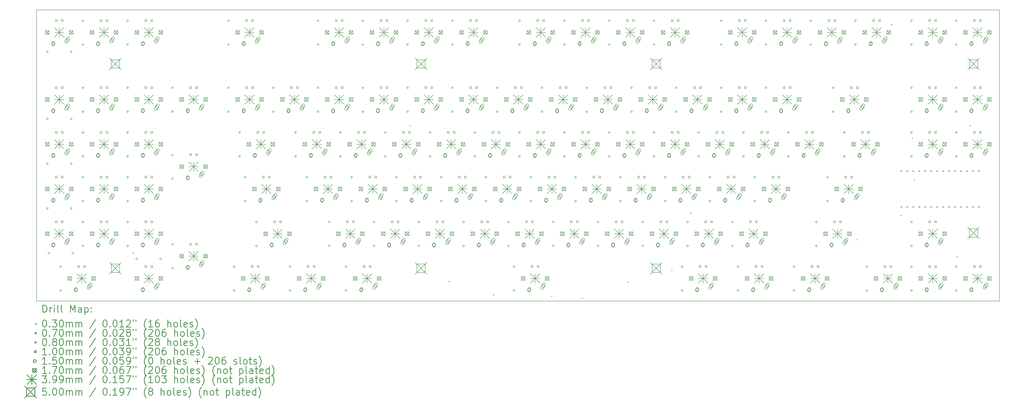
<source format=gbr>
%FSLAX45Y45*%
G04 Gerber Fmt 4.5, Leading zero omitted, Abs format (unit mm)*
G04 Created by KiCad (PCBNEW 4.0.2-stable) date Sunday, June 05, 2016 'AMt' 11:31:18 AM*
%MOMM*%
G01*
G04 APERTURE LIST*
%ADD10C,0.127000*%
%ADD11C,0.150000*%
%ADD12C,0.200000*%
%ADD13C,0.300000*%
G04 APERTURE END LIST*
D10*
D11*
X43800000Y-1900000D02*
X2850000Y-1900000D01*
X43800000Y-14300000D02*
X43800000Y-1900000D01*
X2850000Y-14300000D02*
X43800000Y-14300000D01*
X2850000Y-1900000D02*
X2850000Y-14300000D01*
D12*
X6944360Y-12240260D02*
X6974840Y-12270740D01*
X6974840Y-12240260D02*
X6944360Y-12270740D01*
X18729960Y-6810210D02*
X18760440Y-6840690D01*
X18760440Y-6810210D02*
X18729960Y-6840690D01*
X20368260Y-13446760D02*
X20398740Y-13477240D01*
X20398740Y-13446760D02*
X20368260Y-13477240D01*
X22273260Y-14018260D02*
X22303740Y-14048740D01*
X22303740Y-14018260D02*
X22273260Y-14048740D01*
X24749760Y-14081760D02*
X24780240Y-14112240D01*
X24780240Y-14081760D02*
X24749760Y-14112240D01*
X26045160Y-14157960D02*
X26075640Y-14188440D01*
X26075640Y-14157960D02*
X26045160Y-14188440D01*
X27984760Y-13484760D02*
X28015240Y-13515240D01*
X28015240Y-13484760D02*
X27984760Y-13515240D01*
X29855160Y-12964160D02*
X29885640Y-12994640D01*
X29885640Y-12964160D02*
X29855160Y-12994640D01*
X30655260Y-10538460D02*
X30685740Y-10568940D01*
X30685740Y-10538460D02*
X30655260Y-10568940D01*
X37729160Y-11668760D02*
X37759640Y-11699240D01*
X37759640Y-11668760D02*
X37729160Y-11699240D01*
X39202360Y-2512060D02*
X39232840Y-2542540D01*
X39232840Y-2512060D02*
X39202360Y-2542540D01*
X39584760Y-10634760D02*
X39615240Y-10665240D01*
X39615240Y-10634760D02*
X39584760Y-10665240D01*
X40078660Y-7350760D02*
X40109140Y-7381240D01*
X40109140Y-7350760D02*
X40078660Y-7381240D01*
X40167560Y-9141460D02*
X40198040Y-9171940D01*
X40198040Y-9141460D02*
X40167560Y-9171940D01*
X41984760Y-12392660D02*
X42015240Y-12423140D01*
X42015240Y-12392660D02*
X41984760Y-12423140D01*
X42542460Y-6817360D02*
X42572940Y-6847840D01*
X42572940Y-6817360D02*
X42542460Y-6847840D01*
X3337052Y-3683000D02*
G75*
G03X3337052Y-3683000I-35052J0D01*
G01*
X3337052Y-6540500D02*
G75*
G03X3337052Y-6540500I-35052J0D01*
G01*
X3337052Y-8445500D02*
G75*
G03X3337052Y-8445500I-35052J0D01*
G01*
X3337052Y-10350500D02*
G75*
G03X3337052Y-10350500I-35052J0D01*
G01*
X3400552Y-12255500D02*
G75*
G03X3400552Y-12255500I-35052J0D01*
G01*
X3897806Y-12835052D02*
G75*
G03X3897806Y-12835052I-35052J0D01*
G01*
X3897806Y-13851052D02*
G75*
G03X3897806Y-13851052I-35052J0D01*
G01*
X4353052Y-3683000D02*
G75*
G03X4353052Y-3683000I-35052J0D01*
G01*
X4353052Y-6540500D02*
G75*
G03X4353052Y-6540500I-35052J0D01*
G01*
X4353052Y-8445500D02*
G75*
G03X4353052Y-8445500I-35052J0D01*
G01*
X4353052Y-10350500D02*
G75*
G03X4353052Y-10350500I-35052J0D01*
G01*
X4416552Y-12255500D02*
G75*
G03X4416552Y-12255500I-35052J0D01*
G01*
X4850306Y-2357552D02*
G75*
G03X4850306Y-2357552I-35052J0D01*
G01*
X4850306Y-3373552D02*
G75*
G03X4850306Y-3373552I-35052J0D01*
G01*
X4850306Y-5215052D02*
G75*
G03X4850306Y-5215052I-35052J0D01*
G01*
X4850306Y-6231052D02*
G75*
G03X4850306Y-6231052I-35052J0D01*
G01*
X4850306Y-7120052D02*
G75*
G03X4850306Y-7120052I-35052J0D01*
G01*
X4850306Y-8136052D02*
G75*
G03X4850306Y-8136052I-35052J0D01*
G01*
X4850306Y-9025052D02*
G75*
G03X4850306Y-9025052I-35052J0D01*
G01*
X4850306Y-10041052D02*
G75*
G03X4850306Y-10041052I-35052J0D01*
G01*
X4850306Y-10930052D02*
G75*
G03X4850306Y-10930052I-35052J0D01*
G01*
X4850306Y-11946052D02*
G75*
G03X4850306Y-11946052I-35052J0D01*
G01*
X6755306Y-2357552D02*
G75*
G03X6755306Y-2357552I-35052J0D01*
G01*
X6755306Y-3373552D02*
G75*
G03X6755306Y-3373552I-35052J0D01*
G01*
X6755306Y-5215052D02*
G75*
G03X6755306Y-5215052I-35052J0D01*
G01*
X6755306Y-6231052D02*
G75*
G03X6755306Y-6231052I-35052J0D01*
G01*
X6755306Y-7120052D02*
G75*
G03X6755306Y-7120052I-35052J0D01*
G01*
X6755306Y-8136052D02*
G75*
G03X6755306Y-8136052I-35052J0D01*
G01*
X6755306Y-9025052D02*
G75*
G03X6755306Y-9025052I-35052J0D01*
G01*
X6755306Y-10041052D02*
G75*
G03X6755306Y-10041052I-35052J0D01*
G01*
X6755306Y-10930052D02*
G75*
G03X6755306Y-10930052I-35052J0D01*
G01*
X6755306Y-11946052D02*
G75*
G03X6755306Y-11946052I-35052J0D01*
G01*
X7135052Y-12500000D02*
G75*
G03X7135052Y-12500000I-35052J0D01*
G01*
X8151052Y-12500000D02*
G75*
G03X8151052Y-12500000I-35052J0D01*
G01*
X8660306Y-5215052D02*
G75*
G03X8660306Y-5215052I-35052J0D01*
G01*
X8660306Y-6231052D02*
G75*
G03X8660306Y-6231052I-35052J0D01*
G01*
X8660306Y-8072552D02*
G75*
G03X8660306Y-8072552I-35052J0D01*
G01*
X8660306Y-9088552D02*
G75*
G03X8660306Y-9088552I-35052J0D01*
G01*
X8660306Y-11882552D02*
G75*
G03X8660306Y-11882552I-35052J0D01*
G01*
X8660306Y-12898552D02*
G75*
G03X8660306Y-12898552I-35052J0D01*
G01*
X11041556Y-2357552D02*
G75*
G03X11041556Y-2357552I-35052J0D01*
G01*
X11041556Y-3373552D02*
G75*
G03X11041556Y-3373552I-35052J0D01*
G01*
X11041556Y-5215052D02*
G75*
G03X11041556Y-5215052I-35052J0D01*
G01*
X11041556Y-6231052D02*
G75*
G03X11041556Y-6231052I-35052J0D01*
G01*
X11279681Y-12835052D02*
G75*
G03X11279681Y-12835052I-35052J0D01*
G01*
X11279681Y-13851052D02*
G75*
G03X11279681Y-13851052I-35052J0D01*
G01*
X11517806Y-7120052D02*
G75*
G03X11517806Y-7120052I-35052J0D01*
G01*
X11517806Y-8136052D02*
G75*
G03X11517806Y-8136052I-35052J0D01*
G01*
X11755931Y-9025052D02*
G75*
G03X11755931Y-9025052I-35052J0D01*
G01*
X11755931Y-10041052D02*
G75*
G03X11755931Y-10041052I-35052J0D01*
G01*
X12232181Y-10930052D02*
G75*
G03X12232181Y-10930052I-35052J0D01*
G01*
X12232181Y-11946052D02*
G75*
G03X12232181Y-11946052I-35052J0D01*
G01*
X12946556Y-5215052D02*
G75*
G03X12946556Y-5215052I-35052J0D01*
G01*
X12946556Y-6231052D02*
G75*
G03X12946556Y-6231052I-35052J0D01*
G01*
X13660931Y-12835052D02*
G75*
G03X13660931Y-12835052I-35052J0D01*
G01*
X13660931Y-13851052D02*
G75*
G03X13660931Y-13851052I-35052J0D01*
G01*
X13899056Y-7120052D02*
G75*
G03X13899056Y-7120052I-35052J0D01*
G01*
X13899056Y-8136052D02*
G75*
G03X13899056Y-8136052I-35052J0D01*
G01*
X14375306Y-9025052D02*
G75*
G03X14375306Y-9025052I-35052J0D01*
G01*
X14375306Y-10041052D02*
G75*
G03X14375306Y-10041052I-35052J0D01*
G01*
X14851556Y-2357552D02*
G75*
G03X14851556Y-2357552I-35052J0D01*
G01*
X14851556Y-3373552D02*
G75*
G03X14851556Y-3373552I-35052J0D01*
G01*
X14851556Y-5215052D02*
G75*
G03X14851556Y-5215052I-35052J0D01*
G01*
X14851556Y-6231052D02*
G75*
G03X14851556Y-6231052I-35052J0D01*
G01*
X15327806Y-10930052D02*
G75*
G03X15327806Y-10930052I-35052J0D01*
G01*
X15327806Y-11946052D02*
G75*
G03X15327806Y-11946052I-35052J0D01*
G01*
X15804056Y-7120052D02*
G75*
G03X15804056Y-7120052I-35052J0D01*
G01*
X15804056Y-8136052D02*
G75*
G03X15804056Y-8136052I-35052J0D01*
G01*
X16042181Y-12835052D02*
G75*
G03X16042181Y-12835052I-35052J0D01*
G01*
X16042181Y-13851052D02*
G75*
G03X16042181Y-13851052I-35052J0D01*
G01*
X16280306Y-9025052D02*
G75*
G03X16280306Y-9025052I-35052J0D01*
G01*
X16280306Y-10041052D02*
G75*
G03X16280306Y-10041052I-35052J0D01*
G01*
X16756556Y-2357552D02*
G75*
G03X16756556Y-2357552I-35052J0D01*
G01*
X16756556Y-3373552D02*
G75*
G03X16756556Y-3373552I-35052J0D01*
G01*
X16756556Y-5215052D02*
G75*
G03X16756556Y-5215052I-35052J0D01*
G01*
X16756556Y-6231052D02*
G75*
G03X16756556Y-6231052I-35052J0D01*
G01*
X17232806Y-10930052D02*
G75*
G03X17232806Y-10930052I-35052J0D01*
G01*
X17232806Y-11946052D02*
G75*
G03X17232806Y-11946052I-35052J0D01*
G01*
X17709056Y-7120052D02*
G75*
G03X17709056Y-7120052I-35052J0D01*
G01*
X17709056Y-8136052D02*
G75*
G03X17709056Y-8136052I-35052J0D01*
G01*
X18185306Y-9025052D02*
G75*
G03X18185306Y-9025052I-35052J0D01*
G01*
X18185306Y-10041052D02*
G75*
G03X18185306Y-10041052I-35052J0D01*
G01*
X18661556Y-2357552D02*
G75*
G03X18661556Y-2357552I-35052J0D01*
G01*
X18661556Y-3373552D02*
G75*
G03X18661556Y-3373552I-35052J0D01*
G01*
X18661556Y-5215052D02*
G75*
G03X18661556Y-5215052I-35052J0D01*
G01*
X18661556Y-6231052D02*
G75*
G03X18661556Y-6231052I-35052J0D01*
G01*
X19137806Y-10930052D02*
G75*
G03X19137806Y-10930052I-35052J0D01*
G01*
X19137806Y-11946052D02*
G75*
G03X19137806Y-11946052I-35052J0D01*
G01*
X19614056Y-7120052D02*
G75*
G03X19614056Y-7120052I-35052J0D01*
G01*
X19614056Y-8136052D02*
G75*
G03X19614056Y-8136052I-35052J0D01*
G01*
X20090306Y-9025052D02*
G75*
G03X20090306Y-9025052I-35052J0D01*
G01*
X20090306Y-10041052D02*
G75*
G03X20090306Y-10041052I-35052J0D01*
G01*
X20566556Y-2357552D02*
G75*
G03X20566556Y-2357552I-35052J0D01*
G01*
X20566556Y-3373552D02*
G75*
G03X20566556Y-3373552I-35052J0D01*
G01*
X20566556Y-5215052D02*
G75*
G03X20566556Y-5215052I-35052J0D01*
G01*
X20566556Y-6231052D02*
G75*
G03X20566556Y-6231052I-35052J0D01*
G01*
X21042806Y-10930052D02*
G75*
G03X21042806Y-10930052I-35052J0D01*
G01*
X21042806Y-11946052D02*
G75*
G03X21042806Y-11946052I-35052J0D01*
G01*
X21519056Y-7120052D02*
G75*
G03X21519056Y-7120052I-35052J0D01*
G01*
X21519056Y-8136052D02*
G75*
G03X21519056Y-8136052I-35052J0D01*
G01*
X21995306Y-9025052D02*
G75*
G03X21995306Y-9025052I-35052J0D01*
G01*
X21995306Y-10041052D02*
G75*
G03X21995306Y-10041052I-35052J0D01*
G01*
X22471556Y-5215052D02*
G75*
G03X22471556Y-5215052I-35052J0D01*
G01*
X22471556Y-6231052D02*
G75*
G03X22471556Y-6231052I-35052J0D01*
G01*
X22947806Y-10930052D02*
G75*
G03X22947806Y-10930052I-35052J0D01*
G01*
X22947806Y-11946052D02*
G75*
G03X22947806Y-11946052I-35052J0D01*
G01*
X23185931Y-12835052D02*
G75*
G03X23185931Y-12835052I-35052J0D01*
G01*
X23185931Y-13851052D02*
G75*
G03X23185931Y-13851052I-35052J0D01*
G01*
X23424056Y-2357552D02*
G75*
G03X23424056Y-2357552I-35052J0D01*
G01*
X23424056Y-3373552D02*
G75*
G03X23424056Y-3373552I-35052J0D01*
G01*
X23424056Y-7120052D02*
G75*
G03X23424056Y-7120052I-35052J0D01*
G01*
X23424056Y-8136052D02*
G75*
G03X23424056Y-8136052I-35052J0D01*
G01*
X23900306Y-9025052D02*
G75*
G03X23900306Y-9025052I-35052J0D01*
G01*
X23900306Y-10041052D02*
G75*
G03X23900306Y-10041052I-35052J0D01*
G01*
X24376556Y-5215052D02*
G75*
G03X24376556Y-5215052I-35052J0D01*
G01*
X24376556Y-6231052D02*
G75*
G03X24376556Y-6231052I-35052J0D01*
G01*
X24852806Y-10930052D02*
G75*
G03X24852806Y-10930052I-35052J0D01*
G01*
X24852806Y-11946052D02*
G75*
G03X24852806Y-11946052I-35052J0D01*
G01*
X25329056Y-2357552D02*
G75*
G03X25329056Y-2357552I-35052J0D01*
G01*
X25329056Y-3373552D02*
G75*
G03X25329056Y-3373552I-35052J0D01*
G01*
X25329056Y-7120052D02*
G75*
G03X25329056Y-7120052I-35052J0D01*
G01*
X25329056Y-8136052D02*
G75*
G03X25329056Y-8136052I-35052J0D01*
G01*
X25805306Y-9025052D02*
G75*
G03X25805306Y-9025052I-35052J0D01*
G01*
X25805306Y-10041052D02*
G75*
G03X25805306Y-10041052I-35052J0D01*
G01*
X26281556Y-5215052D02*
G75*
G03X26281556Y-5215052I-35052J0D01*
G01*
X26281556Y-6231052D02*
G75*
G03X26281556Y-6231052I-35052J0D01*
G01*
X26757806Y-10930052D02*
G75*
G03X26757806Y-10930052I-35052J0D01*
G01*
X26757806Y-11946052D02*
G75*
G03X26757806Y-11946052I-35052J0D01*
G01*
X27234056Y-2357552D02*
G75*
G03X27234056Y-2357552I-35052J0D01*
G01*
X27234056Y-3373552D02*
G75*
G03X27234056Y-3373552I-35052J0D01*
G01*
X27234056Y-7120052D02*
G75*
G03X27234056Y-7120052I-35052J0D01*
G01*
X27234056Y-8136052D02*
G75*
G03X27234056Y-8136052I-35052J0D01*
G01*
X27710306Y-9025052D02*
G75*
G03X27710306Y-9025052I-35052J0D01*
G01*
X27710306Y-10041052D02*
G75*
G03X27710306Y-10041052I-35052J0D01*
G01*
X28186556Y-5215052D02*
G75*
G03X28186556Y-5215052I-35052J0D01*
G01*
X28186556Y-6231052D02*
G75*
G03X28186556Y-6231052I-35052J0D01*
G01*
X28662806Y-10930052D02*
G75*
G03X28662806Y-10930052I-35052J0D01*
G01*
X28662806Y-11946052D02*
G75*
G03X28662806Y-11946052I-35052J0D01*
G01*
X29139056Y-2357552D02*
G75*
G03X29139056Y-2357552I-35052J0D01*
G01*
X29139056Y-3373552D02*
G75*
G03X29139056Y-3373552I-35052J0D01*
G01*
X29139056Y-7120052D02*
G75*
G03X29139056Y-7120052I-35052J0D01*
G01*
X29139056Y-8136052D02*
G75*
G03X29139056Y-8136052I-35052J0D01*
G01*
X29615306Y-9025052D02*
G75*
G03X29615306Y-9025052I-35052J0D01*
G01*
X29615306Y-10041052D02*
G75*
G03X29615306Y-10041052I-35052J0D01*
G01*
X30091556Y-5215052D02*
G75*
G03X30091556Y-5215052I-35052J0D01*
G01*
X30091556Y-6231052D02*
G75*
G03X30091556Y-6231052I-35052J0D01*
G01*
X30335052Y-12835052D02*
G75*
G03X30335052Y-12835052I-35052J0D01*
G01*
X30335052Y-13851052D02*
G75*
G03X30335052Y-13851052I-35052J0D01*
G01*
X30567806Y-10930052D02*
G75*
G03X30567806Y-10930052I-35052J0D01*
G01*
X30567806Y-11946052D02*
G75*
G03X30567806Y-11946052I-35052J0D01*
G01*
X31044056Y-7120052D02*
G75*
G03X31044056Y-7120052I-35052J0D01*
G01*
X31044056Y-8136052D02*
G75*
G03X31044056Y-8136052I-35052J0D01*
G01*
X31520306Y-9025052D02*
G75*
G03X31520306Y-9025052I-35052J0D01*
G01*
X31520306Y-10041052D02*
G75*
G03X31520306Y-10041052I-35052J0D01*
G01*
X31996556Y-2357552D02*
G75*
G03X31996556Y-2357552I-35052J0D01*
G01*
X31996556Y-3373552D02*
G75*
G03X31996556Y-3373552I-35052J0D01*
G01*
X31996556Y-5215052D02*
G75*
G03X31996556Y-5215052I-35052J0D01*
G01*
X31996556Y-6231052D02*
G75*
G03X31996556Y-6231052I-35052J0D01*
G01*
X32472806Y-10930052D02*
G75*
G03X32472806Y-10930052I-35052J0D01*
G01*
X32472806Y-11946052D02*
G75*
G03X32472806Y-11946052I-35052J0D01*
G01*
X32710931Y-12835052D02*
G75*
G03X32710931Y-12835052I-35052J0D01*
G01*
X32710931Y-13851052D02*
G75*
G03X32710931Y-13851052I-35052J0D01*
G01*
X32949056Y-7120052D02*
G75*
G03X32949056Y-7120052I-35052J0D01*
G01*
X32949056Y-8136052D02*
G75*
G03X32949056Y-8136052I-35052J0D01*
G01*
X33425306Y-9025052D02*
G75*
G03X33425306Y-9025052I-35052J0D01*
G01*
X33425306Y-10041052D02*
G75*
G03X33425306Y-10041052I-35052J0D01*
G01*
X33901556Y-2357552D02*
G75*
G03X33901556Y-2357552I-35052J0D01*
G01*
X33901556Y-3373552D02*
G75*
G03X33901556Y-3373552I-35052J0D01*
G01*
X33901556Y-5215052D02*
G75*
G03X33901556Y-5215052I-35052J0D01*
G01*
X33901556Y-6231052D02*
G75*
G03X33901556Y-6231052I-35052J0D01*
G01*
X34854056Y-7120052D02*
G75*
G03X34854056Y-7120052I-35052J0D01*
G01*
X34854056Y-8136052D02*
G75*
G03X34854056Y-8136052I-35052J0D01*
G01*
X35092181Y-12835052D02*
G75*
G03X35092181Y-12835052I-35052J0D01*
G01*
X35092181Y-13851052D02*
G75*
G03X35092181Y-13851052I-35052J0D01*
G01*
X35806556Y-2357552D02*
G75*
G03X35806556Y-2357552I-35052J0D01*
G01*
X35806556Y-3373552D02*
G75*
G03X35806556Y-3373552I-35052J0D01*
G01*
X36044681Y-10930052D02*
G75*
G03X36044681Y-10930052I-35052J0D01*
G01*
X36044681Y-11946052D02*
G75*
G03X36044681Y-11946052I-35052J0D01*
G01*
X36520931Y-9025052D02*
G75*
G03X36520931Y-9025052I-35052J0D01*
G01*
X36520931Y-10041052D02*
G75*
G03X36520931Y-10041052I-35052J0D01*
G01*
X36759056Y-5215052D02*
G75*
G03X36759056Y-5215052I-35052J0D01*
G01*
X36759056Y-6231052D02*
G75*
G03X36759056Y-6231052I-35052J0D01*
G01*
X37235306Y-7120052D02*
G75*
G03X37235306Y-7120052I-35052J0D01*
G01*
X37235306Y-8136052D02*
G75*
G03X37235306Y-8136052I-35052J0D01*
G01*
X37711556Y-2357552D02*
G75*
G03X37711556Y-2357552I-35052J0D01*
G01*
X37711556Y-3373552D02*
G75*
G03X37711556Y-3373552I-35052J0D01*
G01*
X38187806Y-12835052D02*
G75*
G03X38187806Y-12835052I-35052J0D01*
G01*
X38187806Y-13851052D02*
G75*
G03X38187806Y-13851052I-35052J0D01*
G01*
X40092806Y-2357552D02*
G75*
G03X40092806Y-2357552I-35052J0D01*
G01*
X40092806Y-3373552D02*
G75*
G03X40092806Y-3373552I-35052J0D01*
G01*
X40092806Y-5215052D02*
G75*
G03X40092806Y-5215052I-35052J0D01*
G01*
X40092806Y-6231052D02*
G75*
G03X40092806Y-6231052I-35052J0D01*
G01*
X40092806Y-7120052D02*
G75*
G03X40092806Y-7120052I-35052J0D01*
G01*
X40092806Y-8136052D02*
G75*
G03X40092806Y-8136052I-35052J0D01*
G01*
X40092806Y-10930052D02*
G75*
G03X40092806Y-10930052I-35052J0D01*
G01*
X40092806Y-11946052D02*
G75*
G03X40092806Y-11946052I-35052J0D01*
G01*
X40092806Y-12835052D02*
G75*
G03X40092806Y-12835052I-35052J0D01*
G01*
X40092806Y-13851052D02*
G75*
G03X40092806Y-13851052I-35052J0D01*
G01*
X41997806Y-2357552D02*
G75*
G03X41997806Y-2357552I-35052J0D01*
G01*
X41997806Y-3373552D02*
G75*
G03X41997806Y-3373552I-35052J0D01*
G01*
X41997806Y-5215052D02*
G75*
G03X41997806Y-5215052I-35052J0D01*
G01*
X41997806Y-6231052D02*
G75*
G03X41997806Y-6231052I-35052J0D01*
G01*
X41997806Y-7120052D02*
G75*
G03X41997806Y-7120052I-35052J0D01*
G01*
X41997806Y-8136052D02*
G75*
G03X41997806Y-8136052I-35052J0D01*
G01*
X41997806Y-12835052D02*
G75*
G03X41997806Y-12835052I-35052J0D01*
G01*
X41997806Y-13851052D02*
G75*
G03X41997806Y-13851052I-35052J0D01*
G01*
X39624000Y-8723000D02*
X39624000Y-8803000D01*
X39584000Y-8763000D02*
X39664000Y-8763000D01*
X39624000Y-10247000D02*
X39624000Y-10327000D01*
X39584000Y-10287000D02*
X39664000Y-10287000D01*
X39878000Y-8723000D02*
X39878000Y-8803000D01*
X39838000Y-8763000D02*
X39918000Y-8763000D01*
X39878000Y-10247000D02*
X39878000Y-10327000D01*
X39838000Y-10287000D02*
X39918000Y-10287000D01*
X40132000Y-8723000D02*
X40132000Y-8803000D01*
X40092000Y-8763000D02*
X40172000Y-8763000D01*
X40132000Y-10247000D02*
X40132000Y-10327000D01*
X40092000Y-10287000D02*
X40172000Y-10287000D01*
X40386000Y-8723000D02*
X40386000Y-8803000D01*
X40346000Y-8763000D02*
X40426000Y-8763000D01*
X40386000Y-10247000D02*
X40386000Y-10327000D01*
X40346000Y-10287000D02*
X40426000Y-10287000D01*
X40640000Y-8723000D02*
X40640000Y-8803000D01*
X40600000Y-8763000D02*
X40680000Y-8763000D01*
X40640000Y-10247000D02*
X40640000Y-10327000D01*
X40600000Y-10287000D02*
X40680000Y-10287000D01*
X40894000Y-8723000D02*
X40894000Y-8803000D01*
X40854000Y-8763000D02*
X40934000Y-8763000D01*
X40894000Y-10247000D02*
X40894000Y-10327000D01*
X40854000Y-10287000D02*
X40934000Y-10287000D01*
X41148000Y-8723000D02*
X41148000Y-8803000D01*
X41108000Y-8763000D02*
X41188000Y-8763000D01*
X41148000Y-10247000D02*
X41148000Y-10327000D01*
X41108000Y-10287000D02*
X41188000Y-10287000D01*
X41402000Y-8723000D02*
X41402000Y-8803000D01*
X41362000Y-8763000D02*
X41442000Y-8763000D01*
X41402000Y-10247000D02*
X41402000Y-10327000D01*
X41362000Y-10287000D02*
X41442000Y-10287000D01*
X41656000Y-8723000D02*
X41656000Y-8803000D01*
X41616000Y-8763000D02*
X41696000Y-8763000D01*
X41656000Y-10247000D02*
X41656000Y-10327000D01*
X41616000Y-10287000D02*
X41696000Y-10287000D01*
X41910000Y-8723000D02*
X41910000Y-8803000D01*
X41870000Y-8763000D02*
X41950000Y-8763000D01*
X41910000Y-10247000D02*
X41910000Y-10327000D01*
X41870000Y-10287000D02*
X41950000Y-10287000D01*
X42164000Y-8723000D02*
X42164000Y-8803000D01*
X42124000Y-8763000D02*
X42204000Y-8763000D01*
X42164000Y-10247000D02*
X42164000Y-10327000D01*
X42124000Y-10287000D02*
X42204000Y-10287000D01*
X42418000Y-8723000D02*
X42418000Y-8803000D01*
X42378000Y-8763000D02*
X42458000Y-8763000D01*
X42418000Y-10247000D02*
X42418000Y-10327000D01*
X42378000Y-10287000D02*
X42458000Y-10287000D01*
X42672000Y-8723000D02*
X42672000Y-8803000D01*
X42632000Y-8763000D02*
X42712000Y-8763000D01*
X42672000Y-10247000D02*
X42672000Y-10327000D01*
X42632000Y-10287000D02*
X42712000Y-10287000D01*
X42926000Y-8723000D02*
X42926000Y-8803000D01*
X42886000Y-8763000D02*
X42966000Y-8763000D01*
X42926000Y-10247000D02*
X42926000Y-10327000D01*
X42886000Y-10287000D02*
X42966000Y-10287000D01*
X3718356Y-2384856D02*
X3718356Y-2314144D01*
X3647644Y-2314144D01*
X3647644Y-2384856D01*
X3718356Y-2384856D01*
X3718356Y-5242356D02*
X3718356Y-5171644D01*
X3647644Y-5171644D01*
X3647644Y-5242356D01*
X3718356Y-5242356D01*
X3718356Y-7147356D02*
X3718356Y-7076644D01*
X3647644Y-7076644D01*
X3647644Y-7147356D01*
X3718356Y-7147356D01*
X3718356Y-9052356D02*
X3718356Y-8981644D01*
X3647644Y-8981644D01*
X3647644Y-9052356D01*
X3718356Y-9052356D01*
X3718356Y-10957356D02*
X3718356Y-10886644D01*
X3647644Y-10886644D01*
X3647644Y-10957356D01*
X3718356Y-10957356D01*
X3972356Y-2384856D02*
X3972356Y-2314144D01*
X3901644Y-2314144D01*
X3901644Y-2384856D01*
X3972356Y-2384856D01*
X3972356Y-5242356D02*
X3972356Y-5171644D01*
X3901644Y-5171644D01*
X3901644Y-5242356D01*
X3972356Y-5242356D01*
X3972356Y-7147356D02*
X3972356Y-7076644D01*
X3901644Y-7076644D01*
X3901644Y-7147356D01*
X3972356Y-7147356D01*
X3972356Y-9052356D02*
X3972356Y-8981644D01*
X3901644Y-8981644D01*
X3901644Y-9052356D01*
X3972356Y-9052356D01*
X3972356Y-10957356D02*
X3972356Y-10886644D01*
X3901644Y-10886644D01*
X3901644Y-10957356D01*
X3972356Y-10957356D01*
X4670856Y-12862356D02*
X4670856Y-12791644D01*
X4600144Y-12791644D01*
X4600144Y-12862356D01*
X4670856Y-12862356D01*
X4924856Y-12862356D02*
X4924856Y-12791644D01*
X4854144Y-12791644D01*
X4854144Y-12862356D01*
X4924856Y-12862356D01*
X5623356Y-2384856D02*
X5623356Y-2314144D01*
X5552644Y-2314144D01*
X5552644Y-2384856D01*
X5623356Y-2384856D01*
X5623356Y-5242356D02*
X5623356Y-5171644D01*
X5552644Y-5171644D01*
X5552644Y-5242356D01*
X5623356Y-5242356D01*
X5623356Y-7147356D02*
X5623356Y-7076644D01*
X5552644Y-7076644D01*
X5552644Y-7147356D01*
X5623356Y-7147356D01*
X5623356Y-9052356D02*
X5623356Y-8981644D01*
X5552644Y-8981644D01*
X5552644Y-9052356D01*
X5623356Y-9052356D01*
X5623356Y-10957356D02*
X5623356Y-10886644D01*
X5552644Y-10886644D01*
X5552644Y-10957356D01*
X5623356Y-10957356D01*
X5877356Y-2384856D02*
X5877356Y-2314144D01*
X5806644Y-2314144D01*
X5806644Y-2384856D01*
X5877356Y-2384856D01*
X5877356Y-5242356D02*
X5877356Y-5171644D01*
X5806644Y-5171644D01*
X5806644Y-5242356D01*
X5877356Y-5242356D01*
X5877356Y-7147356D02*
X5877356Y-7076644D01*
X5806644Y-7076644D01*
X5806644Y-7147356D01*
X5877356Y-7147356D01*
X5877356Y-9052356D02*
X5877356Y-8981644D01*
X5806644Y-8981644D01*
X5806644Y-9052356D01*
X5877356Y-9052356D01*
X5877356Y-10957356D02*
X5877356Y-10886644D01*
X5806644Y-10886644D01*
X5806644Y-10957356D01*
X5877356Y-10957356D01*
X7528356Y-2384856D02*
X7528356Y-2314144D01*
X7457644Y-2314144D01*
X7457644Y-2384856D01*
X7528356Y-2384856D01*
X7528356Y-5242356D02*
X7528356Y-5171644D01*
X7457644Y-5171644D01*
X7457644Y-5242356D01*
X7528356Y-5242356D01*
X7528356Y-7147356D02*
X7528356Y-7076644D01*
X7457644Y-7076644D01*
X7457644Y-7147356D01*
X7528356Y-7147356D01*
X7528356Y-9052356D02*
X7528356Y-8981644D01*
X7457644Y-8981644D01*
X7457644Y-9052356D01*
X7528356Y-9052356D01*
X7528356Y-10957356D02*
X7528356Y-10886644D01*
X7457644Y-10886644D01*
X7457644Y-10957356D01*
X7528356Y-10957356D01*
X7528356Y-12862356D02*
X7528356Y-12791644D01*
X7457644Y-12791644D01*
X7457644Y-12862356D01*
X7528356Y-12862356D01*
X7782356Y-2384856D02*
X7782356Y-2314144D01*
X7711644Y-2314144D01*
X7711644Y-2384856D01*
X7782356Y-2384856D01*
X7782356Y-5242356D02*
X7782356Y-5171644D01*
X7711644Y-5171644D01*
X7711644Y-5242356D01*
X7782356Y-5242356D01*
X7782356Y-7147356D02*
X7782356Y-7076644D01*
X7711644Y-7076644D01*
X7711644Y-7147356D01*
X7782356Y-7147356D01*
X7782356Y-9052356D02*
X7782356Y-8981644D01*
X7711644Y-8981644D01*
X7711644Y-9052356D01*
X7782356Y-9052356D01*
X7782356Y-10957356D02*
X7782356Y-10886644D01*
X7711644Y-10886644D01*
X7711644Y-10957356D01*
X7782356Y-10957356D01*
X7782356Y-12862356D02*
X7782356Y-12791644D01*
X7711644Y-12791644D01*
X7711644Y-12862356D01*
X7782356Y-12862356D01*
X9433356Y-5242356D02*
X9433356Y-5171644D01*
X9362644Y-5171644D01*
X9362644Y-5242356D01*
X9433356Y-5242356D01*
X9433356Y-8099856D02*
X9433356Y-8029144D01*
X9362644Y-8029144D01*
X9362644Y-8099856D01*
X9433356Y-8099856D01*
X9433356Y-11909856D02*
X9433356Y-11839144D01*
X9362644Y-11839144D01*
X9362644Y-11909856D01*
X9433356Y-11909856D01*
X9687356Y-5242356D02*
X9687356Y-5171644D01*
X9616644Y-5171644D01*
X9616644Y-5242356D01*
X9687356Y-5242356D01*
X9687356Y-8099856D02*
X9687356Y-8029144D01*
X9616644Y-8029144D01*
X9616644Y-8099856D01*
X9687356Y-8099856D01*
X9687356Y-11909856D02*
X9687356Y-11839144D01*
X9616644Y-11839144D01*
X9616644Y-11909856D01*
X9687356Y-11909856D01*
X11814606Y-2384856D02*
X11814606Y-2314144D01*
X11743894Y-2314144D01*
X11743894Y-2384856D01*
X11814606Y-2384856D01*
X11814606Y-5242356D02*
X11814606Y-5171644D01*
X11743894Y-5171644D01*
X11743894Y-5242356D01*
X11814606Y-5242356D01*
X12052731Y-12862356D02*
X12052731Y-12791644D01*
X11982019Y-12791644D01*
X11982019Y-12862356D01*
X12052731Y-12862356D01*
X12068606Y-2384856D02*
X12068606Y-2314144D01*
X11997894Y-2314144D01*
X11997894Y-2384856D01*
X12068606Y-2384856D01*
X12068606Y-5242356D02*
X12068606Y-5171644D01*
X11997894Y-5171644D01*
X11997894Y-5242356D01*
X12068606Y-5242356D01*
X12290856Y-7147356D02*
X12290856Y-7076644D01*
X12220144Y-7076644D01*
X12220144Y-7147356D01*
X12290856Y-7147356D01*
X12306731Y-12862356D02*
X12306731Y-12791644D01*
X12236019Y-12791644D01*
X12236019Y-12862356D01*
X12306731Y-12862356D01*
X12528981Y-9052356D02*
X12528981Y-8981644D01*
X12458269Y-8981644D01*
X12458269Y-9052356D01*
X12528981Y-9052356D01*
X12544856Y-7147356D02*
X12544856Y-7076644D01*
X12474144Y-7076644D01*
X12474144Y-7147356D01*
X12544856Y-7147356D01*
X12782981Y-9052356D02*
X12782981Y-8981644D01*
X12712269Y-8981644D01*
X12712269Y-9052356D01*
X12782981Y-9052356D01*
X13005231Y-10957356D02*
X13005231Y-10886644D01*
X12934519Y-10886644D01*
X12934519Y-10957356D01*
X13005231Y-10957356D01*
X13259231Y-10957356D02*
X13259231Y-10886644D01*
X13188519Y-10886644D01*
X13188519Y-10957356D01*
X13259231Y-10957356D01*
X13719606Y-5242356D02*
X13719606Y-5171644D01*
X13648894Y-5171644D01*
X13648894Y-5242356D01*
X13719606Y-5242356D01*
X13973606Y-5242356D02*
X13973606Y-5171644D01*
X13902894Y-5171644D01*
X13902894Y-5242356D01*
X13973606Y-5242356D01*
X14433981Y-12862356D02*
X14433981Y-12791644D01*
X14363269Y-12791644D01*
X14363269Y-12862356D01*
X14433981Y-12862356D01*
X14672106Y-7147356D02*
X14672106Y-7076644D01*
X14601394Y-7076644D01*
X14601394Y-7147356D01*
X14672106Y-7147356D01*
X14687981Y-12862356D02*
X14687981Y-12791644D01*
X14617269Y-12791644D01*
X14617269Y-12862356D01*
X14687981Y-12862356D01*
X14926106Y-7147356D02*
X14926106Y-7076644D01*
X14855394Y-7076644D01*
X14855394Y-7147356D01*
X14926106Y-7147356D01*
X15148356Y-9052356D02*
X15148356Y-8981644D01*
X15077644Y-8981644D01*
X15077644Y-9052356D01*
X15148356Y-9052356D01*
X15402356Y-9052356D02*
X15402356Y-8981644D01*
X15331644Y-8981644D01*
X15331644Y-9052356D01*
X15402356Y-9052356D01*
X15624606Y-2384856D02*
X15624606Y-2314144D01*
X15553894Y-2314144D01*
X15553894Y-2384856D01*
X15624606Y-2384856D01*
X15624606Y-5242356D02*
X15624606Y-5171644D01*
X15553894Y-5171644D01*
X15553894Y-5242356D01*
X15624606Y-5242356D01*
X15878606Y-2384856D02*
X15878606Y-2314144D01*
X15807894Y-2314144D01*
X15807894Y-2384856D01*
X15878606Y-2384856D01*
X15878606Y-5242356D02*
X15878606Y-5171644D01*
X15807894Y-5171644D01*
X15807894Y-5242356D01*
X15878606Y-5242356D01*
X16100856Y-10957356D02*
X16100856Y-10886644D01*
X16030144Y-10886644D01*
X16030144Y-10957356D01*
X16100856Y-10957356D01*
X16354856Y-10957356D02*
X16354856Y-10886644D01*
X16284144Y-10886644D01*
X16284144Y-10957356D01*
X16354856Y-10957356D01*
X16577106Y-7147356D02*
X16577106Y-7076644D01*
X16506394Y-7076644D01*
X16506394Y-7147356D01*
X16577106Y-7147356D01*
X16815231Y-12862356D02*
X16815231Y-12791644D01*
X16744519Y-12791644D01*
X16744519Y-12862356D01*
X16815231Y-12862356D01*
X16831106Y-7147356D02*
X16831106Y-7076644D01*
X16760394Y-7076644D01*
X16760394Y-7147356D01*
X16831106Y-7147356D01*
X17053356Y-9052356D02*
X17053356Y-8981644D01*
X16982644Y-8981644D01*
X16982644Y-9052356D01*
X17053356Y-9052356D01*
X17069231Y-12862356D02*
X17069231Y-12791644D01*
X16998519Y-12791644D01*
X16998519Y-12862356D01*
X17069231Y-12862356D01*
X17307356Y-9052356D02*
X17307356Y-8981644D01*
X17236644Y-8981644D01*
X17236644Y-9052356D01*
X17307356Y-9052356D01*
X17529606Y-2384856D02*
X17529606Y-2314144D01*
X17458894Y-2314144D01*
X17458894Y-2384856D01*
X17529606Y-2384856D01*
X17529606Y-5242356D02*
X17529606Y-5171644D01*
X17458894Y-5171644D01*
X17458894Y-5242356D01*
X17529606Y-5242356D01*
X17783606Y-2384856D02*
X17783606Y-2314144D01*
X17712894Y-2314144D01*
X17712894Y-2384856D01*
X17783606Y-2384856D01*
X17783606Y-5242356D02*
X17783606Y-5171644D01*
X17712894Y-5171644D01*
X17712894Y-5242356D01*
X17783606Y-5242356D01*
X18005856Y-10957356D02*
X18005856Y-10886644D01*
X17935144Y-10886644D01*
X17935144Y-10957356D01*
X18005856Y-10957356D01*
X18259856Y-10957356D02*
X18259856Y-10886644D01*
X18189144Y-10886644D01*
X18189144Y-10957356D01*
X18259856Y-10957356D01*
X18482106Y-7147356D02*
X18482106Y-7076644D01*
X18411394Y-7076644D01*
X18411394Y-7147356D01*
X18482106Y-7147356D01*
X18736106Y-7147356D02*
X18736106Y-7076644D01*
X18665394Y-7076644D01*
X18665394Y-7147356D01*
X18736106Y-7147356D01*
X18958356Y-9052356D02*
X18958356Y-8981644D01*
X18887644Y-8981644D01*
X18887644Y-9052356D01*
X18958356Y-9052356D01*
X19212356Y-9052356D02*
X19212356Y-8981644D01*
X19141644Y-8981644D01*
X19141644Y-9052356D01*
X19212356Y-9052356D01*
X19434606Y-2384856D02*
X19434606Y-2314144D01*
X19363894Y-2314144D01*
X19363894Y-2384856D01*
X19434606Y-2384856D01*
X19434606Y-5242356D02*
X19434606Y-5171644D01*
X19363894Y-5171644D01*
X19363894Y-5242356D01*
X19434606Y-5242356D01*
X19688606Y-2384856D02*
X19688606Y-2314144D01*
X19617894Y-2314144D01*
X19617894Y-2384856D01*
X19688606Y-2384856D01*
X19688606Y-5242356D02*
X19688606Y-5171644D01*
X19617894Y-5171644D01*
X19617894Y-5242356D01*
X19688606Y-5242356D01*
X19910856Y-10957356D02*
X19910856Y-10886644D01*
X19840144Y-10886644D01*
X19840144Y-10957356D01*
X19910856Y-10957356D01*
X20164856Y-10957356D02*
X20164856Y-10886644D01*
X20094144Y-10886644D01*
X20094144Y-10957356D01*
X20164856Y-10957356D01*
X20387106Y-7147356D02*
X20387106Y-7076644D01*
X20316394Y-7076644D01*
X20316394Y-7147356D01*
X20387106Y-7147356D01*
X20641106Y-7147356D02*
X20641106Y-7076644D01*
X20570394Y-7076644D01*
X20570394Y-7147356D01*
X20641106Y-7147356D01*
X20863356Y-9052356D02*
X20863356Y-8981644D01*
X20792644Y-8981644D01*
X20792644Y-9052356D01*
X20863356Y-9052356D01*
X21117356Y-9052356D02*
X21117356Y-8981644D01*
X21046644Y-8981644D01*
X21046644Y-9052356D01*
X21117356Y-9052356D01*
X21339606Y-2384856D02*
X21339606Y-2314144D01*
X21268894Y-2314144D01*
X21268894Y-2384856D01*
X21339606Y-2384856D01*
X21339606Y-5242356D02*
X21339606Y-5171644D01*
X21268894Y-5171644D01*
X21268894Y-5242356D01*
X21339606Y-5242356D01*
X21593606Y-2384856D02*
X21593606Y-2314144D01*
X21522894Y-2314144D01*
X21522894Y-2384856D01*
X21593606Y-2384856D01*
X21593606Y-5242356D02*
X21593606Y-5171644D01*
X21522894Y-5171644D01*
X21522894Y-5242356D01*
X21593606Y-5242356D01*
X21815856Y-10957356D02*
X21815856Y-10886644D01*
X21745144Y-10886644D01*
X21745144Y-10957356D01*
X21815856Y-10957356D01*
X22069856Y-10957356D02*
X22069856Y-10886644D01*
X21999144Y-10886644D01*
X21999144Y-10957356D01*
X22069856Y-10957356D01*
X22292106Y-7147356D02*
X22292106Y-7076644D01*
X22221394Y-7076644D01*
X22221394Y-7147356D01*
X22292106Y-7147356D01*
X22546106Y-7147356D02*
X22546106Y-7076644D01*
X22475394Y-7076644D01*
X22475394Y-7147356D01*
X22546106Y-7147356D01*
X22768356Y-9052356D02*
X22768356Y-8981644D01*
X22697644Y-8981644D01*
X22697644Y-9052356D01*
X22768356Y-9052356D01*
X23022356Y-9052356D02*
X23022356Y-8981644D01*
X22951644Y-8981644D01*
X22951644Y-9052356D01*
X23022356Y-9052356D01*
X23244606Y-5242356D02*
X23244606Y-5171644D01*
X23173894Y-5171644D01*
X23173894Y-5242356D01*
X23244606Y-5242356D01*
X23498606Y-5242356D02*
X23498606Y-5171644D01*
X23427894Y-5171644D01*
X23427894Y-5242356D01*
X23498606Y-5242356D01*
X23720856Y-10957356D02*
X23720856Y-10886644D01*
X23650144Y-10886644D01*
X23650144Y-10957356D01*
X23720856Y-10957356D01*
X23958981Y-12862356D02*
X23958981Y-12791644D01*
X23888269Y-12791644D01*
X23888269Y-12862356D01*
X23958981Y-12862356D01*
X23974856Y-10957356D02*
X23974856Y-10886644D01*
X23904144Y-10886644D01*
X23904144Y-10957356D01*
X23974856Y-10957356D01*
X24197106Y-2384856D02*
X24197106Y-2314144D01*
X24126394Y-2314144D01*
X24126394Y-2384856D01*
X24197106Y-2384856D01*
X24197106Y-7147356D02*
X24197106Y-7076644D01*
X24126394Y-7076644D01*
X24126394Y-7147356D01*
X24197106Y-7147356D01*
X24212981Y-12862356D02*
X24212981Y-12791644D01*
X24142269Y-12791644D01*
X24142269Y-12862356D01*
X24212981Y-12862356D01*
X24451106Y-2384856D02*
X24451106Y-2314144D01*
X24380394Y-2314144D01*
X24380394Y-2384856D01*
X24451106Y-2384856D01*
X24451106Y-7147356D02*
X24451106Y-7076644D01*
X24380394Y-7076644D01*
X24380394Y-7147356D01*
X24451106Y-7147356D01*
X24673356Y-9052356D02*
X24673356Y-8981644D01*
X24602644Y-8981644D01*
X24602644Y-9052356D01*
X24673356Y-9052356D01*
X24927356Y-9052356D02*
X24927356Y-8981644D01*
X24856644Y-8981644D01*
X24856644Y-9052356D01*
X24927356Y-9052356D01*
X25149606Y-5242356D02*
X25149606Y-5171644D01*
X25078894Y-5171644D01*
X25078894Y-5242356D01*
X25149606Y-5242356D01*
X25403606Y-5242356D02*
X25403606Y-5171644D01*
X25332894Y-5171644D01*
X25332894Y-5242356D01*
X25403606Y-5242356D01*
X25625856Y-10957356D02*
X25625856Y-10886644D01*
X25555144Y-10886644D01*
X25555144Y-10957356D01*
X25625856Y-10957356D01*
X25879856Y-10957356D02*
X25879856Y-10886644D01*
X25809144Y-10886644D01*
X25809144Y-10957356D01*
X25879856Y-10957356D01*
X26102106Y-2384856D02*
X26102106Y-2314144D01*
X26031394Y-2314144D01*
X26031394Y-2384856D01*
X26102106Y-2384856D01*
X26102106Y-7147356D02*
X26102106Y-7076644D01*
X26031394Y-7076644D01*
X26031394Y-7147356D01*
X26102106Y-7147356D01*
X26356106Y-2384856D02*
X26356106Y-2314144D01*
X26285394Y-2314144D01*
X26285394Y-2384856D01*
X26356106Y-2384856D01*
X26356106Y-7147356D02*
X26356106Y-7076644D01*
X26285394Y-7076644D01*
X26285394Y-7147356D01*
X26356106Y-7147356D01*
X26578356Y-9052356D02*
X26578356Y-8981644D01*
X26507644Y-8981644D01*
X26507644Y-9052356D01*
X26578356Y-9052356D01*
X26832356Y-9052356D02*
X26832356Y-8981644D01*
X26761644Y-8981644D01*
X26761644Y-9052356D01*
X26832356Y-9052356D01*
X27054606Y-5242356D02*
X27054606Y-5171644D01*
X26983894Y-5171644D01*
X26983894Y-5242356D01*
X27054606Y-5242356D01*
X27308606Y-5242356D02*
X27308606Y-5171644D01*
X27237894Y-5171644D01*
X27237894Y-5242356D01*
X27308606Y-5242356D01*
X27530856Y-10957356D02*
X27530856Y-10886644D01*
X27460144Y-10886644D01*
X27460144Y-10957356D01*
X27530856Y-10957356D01*
X27784856Y-10957356D02*
X27784856Y-10886644D01*
X27714144Y-10886644D01*
X27714144Y-10957356D01*
X27784856Y-10957356D01*
X28007106Y-2384856D02*
X28007106Y-2314144D01*
X27936394Y-2314144D01*
X27936394Y-2384856D01*
X28007106Y-2384856D01*
X28007106Y-7147356D02*
X28007106Y-7076644D01*
X27936394Y-7076644D01*
X27936394Y-7147356D01*
X28007106Y-7147356D01*
X28261106Y-2384856D02*
X28261106Y-2314144D01*
X28190394Y-2314144D01*
X28190394Y-2384856D01*
X28261106Y-2384856D01*
X28261106Y-7147356D02*
X28261106Y-7076644D01*
X28190394Y-7076644D01*
X28190394Y-7147356D01*
X28261106Y-7147356D01*
X28483356Y-9052356D02*
X28483356Y-8981644D01*
X28412644Y-8981644D01*
X28412644Y-9052356D01*
X28483356Y-9052356D01*
X28737356Y-9052356D02*
X28737356Y-8981644D01*
X28666644Y-8981644D01*
X28666644Y-9052356D01*
X28737356Y-9052356D01*
X28959606Y-5242356D02*
X28959606Y-5171644D01*
X28888894Y-5171644D01*
X28888894Y-5242356D01*
X28959606Y-5242356D01*
X29213606Y-5242356D02*
X29213606Y-5171644D01*
X29142894Y-5171644D01*
X29142894Y-5242356D01*
X29213606Y-5242356D01*
X29435856Y-10957356D02*
X29435856Y-10886644D01*
X29365144Y-10886644D01*
X29365144Y-10957356D01*
X29435856Y-10957356D01*
X29689856Y-10957356D02*
X29689856Y-10886644D01*
X29619144Y-10886644D01*
X29619144Y-10957356D01*
X29689856Y-10957356D01*
X29912106Y-2384856D02*
X29912106Y-2314144D01*
X29841394Y-2314144D01*
X29841394Y-2384856D01*
X29912106Y-2384856D01*
X29912106Y-7147356D02*
X29912106Y-7076644D01*
X29841394Y-7076644D01*
X29841394Y-7147356D01*
X29912106Y-7147356D01*
X30166106Y-2384856D02*
X30166106Y-2314144D01*
X30095394Y-2314144D01*
X30095394Y-2384856D01*
X30166106Y-2384856D01*
X30166106Y-7147356D02*
X30166106Y-7076644D01*
X30095394Y-7076644D01*
X30095394Y-7147356D01*
X30166106Y-7147356D01*
X30388356Y-9052356D02*
X30388356Y-8981644D01*
X30317644Y-8981644D01*
X30317644Y-9052356D01*
X30388356Y-9052356D01*
X30642356Y-9052356D02*
X30642356Y-8981644D01*
X30571644Y-8981644D01*
X30571644Y-9052356D01*
X30642356Y-9052356D01*
X30864606Y-5242356D02*
X30864606Y-5171644D01*
X30793894Y-5171644D01*
X30793894Y-5242356D01*
X30864606Y-5242356D01*
X31102731Y-12862356D02*
X31102731Y-12791644D01*
X31032019Y-12791644D01*
X31032019Y-12862356D01*
X31102731Y-12862356D01*
X31118606Y-5242356D02*
X31118606Y-5171644D01*
X31047894Y-5171644D01*
X31047894Y-5242356D01*
X31118606Y-5242356D01*
X31340856Y-10957356D02*
X31340856Y-10886644D01*
X31270144Y-10886644D01*
X31270144Y-10957356D01*
X31340856Y-10957356D01*
X31356731Y-12862356D02*
X31356731Y-12791644D01*
X31286019Y-12791644D01*
X31286019Y-12862356D01*
X31356731Y-12862356D01*
X31594856Y-10957356D02*
X31594856Y-10886644D01*
X31524144Y-10886644D01*
X31524144Y-10957356D01*
X31594856Y-10957356D01*
X31817106Y-7147356D02*
X31817106Y-7076644D01*
X31746394Y-7076644D01*
X31746394Y-7147356D01*
X31817106Y-7147356D01*
X32071106Y-7147356D02*
X32071106Y-7076644D01*
X32000394Y-7076644D01*
X32000394Y-7147356D01*
X32071106Y-7147356D01*
X32293356Y-9052356D02*
X32293356Y-8981644D01*
X32222644Y-8981644D01*
X32222644Y-9052356D01*
X32293356Y-9052356D01*
X32547356Y-9052356D02*
X32547356Y-8981644D01*
X32476644Y-8981644D01*
X32476644Y-9052356D01*
X32547356Y-9052356D01*
X32769606Y-2384856D02*
X32769606Y-2314144D01*
X32698894Y-2314144D01*
X32698894Y-2384856D01*
X32769606Y-2384856D01*
X32769606Y-5242356D02*
X32769606Y-5171644D01*
X32698894Y-5171644D01*
X32698894Y-5242356D01*
X32769606Y-5242356D01*
X33023606Y-2384856D02*
X33023606Y-2314144D01*
X32952894Y-2314144D01*
X32952894Y-2384856D01*
X33023606Y-2384856D01*
X33023606Y-5242356D02*
X33023606Y-5171644D01*
X32952894Y-5171644D01*
X32952894Y-5242356D01*
X33023606Y-5242356D01*
X33245856Y-10957356D02*
X33245856Y-10886644D01*
X33175144Y-10886644D01*
X33175144Y-10957356D01*
X33245856Y-10957356D01*
X33483981Y-12862356D02*
X33483981Y-12791644D01*
X33413269Y-12791644D01*
X33413269Y-12862356D01*
X33483981Y-12862356D01*
X33499856Y-10957356D02*
X33499856Y-10886644D01*
X33429144Y-10886644D01*
X33429144Y-10957356D01*
X33499856Y-10957356D01*
X33722106Y-7147356D02*
X33722106Y-7076644D01*
X33651394Y-7076644D01*
X33651394Y-7147356D01*
X33722106Y-7147356D01*
X33737981Y-12862356D02*
X33737981Y-12791644D01*
X33667269Y-12791644D01*
X33667269Y-12862356D01*
X33737981Y-12862356D01*
X33976106Y-7147356D02*
X33976106Y-7076644D01*
X33905394Y-7076644D01*
X33905394Y-7147356D01*
X33976106Y-7147356D01*
X34198356Y-9052356D02*
X34198356Y-8981644D01*
X34127644Y-8981644D01*
X34127644Y-9052356D01*
X34198356Y-9052356D01*
X34452356Y-9052356D02*
X34452356Y-8981644D01*
X34381644Y-8981644D01*
X34381644Y-9052356D01*
X34452356Y-9052356D01*
X34674606Y-2384856D02*
X34674606Y-2314144D01*
X34603894Y-2314144D01*
X34603894Y-2384856D01*
X34674606Y-2384856D01*
X34674606Y-5242356D02*
X34674606Y-5171644D01*
X34603894Y-5171644D01*
X34603894Y-5242356D01*
X34674606Y-5242356D01*
X34928606Y-2384856D02*
X34928606Y-2314144D01*
X34857894Y-2314144D01*
X34857894Y-2384856D01*
X34928606Y-2384856D01*
X34928606Y-5242356D02*
X34928606Y-5171644D01*
X34857894Y-5171644D01*
X34857894Y-5242356D01*
X34928606Y-5242356D01*
X35627106Y-7147356D02*
X35627106Y-7076644D01*
X35556394Y-7076644D01*
X35556394Y-7147356D01*
X35627106Y-7147356D01*
X35865231Y-12862356D02*
X35865231Y-12791644D01*
X35794519Y-12791644D01*
X35794519Y-12862356D01*
X35865231Y-12862356D01*
X35881106Y-7147356D02*
X35881106Y-7076644D01*
X35810394Y-7076644D01*
X35810394Y-7147356D01*
X35881106Y-7147356D01*
X36119231Y-12862356D02*
X36119231Y-12791644D01*
X36048519Y-12791644D01*
X36048519Y-12862356D01*
X36119231Y-12862356D01*
X36579606Y-2384856D02*
X36579606Y-2314144D01*
X36508894Y-2314144D01*
X36508894Y-2384856D01*
X36579606Y-2384856D01*
X36817731Y-10957356D02*
X36817731Y-10886644D01*
X36747019Y-10886644D01*
X36747019Y-10957356D01*
X36817731Y-10957356D01*
X36833606Y-2384856D02*
X36833606Y-2314144D01*
X36762894Y-2314144D01*
X36762894Y-2384856D01*
X36833606Y-2384856D01*
X37071731Y-10957356D02*
X37071731Y-10886644D01*
X37001019Y-10886644D01*
X37001019Y-10957356D01*
X37071731Y-10957356D01*
X37293981Y-9052356D02*
X37293981Y-8981644D01*
X37223269Y-8981644D01*
X37223269Y-9052356D01*
X37293981Y-9052356D01*
X37532106Y-5242356D02*
X37532106Y-5171644D01*
X37461394Y-5171644D01*
X37461394Y-5242356D01*
X37532106Y-5242356D01*
X37547981Y-9052356D02*
X37547981Y-8981644D01*
X37477269Y-8981644D01*
X37477269Y-9052356D01*
X37547981Y-9052356D01*
X37786106Y-5242356D02*
X37786106Y-5171644D01*
X37715394Y-5171644D01*
X37715394Y-5242356D01*
X37786106Y-5242356D01*
X38008356Y-7147356D02*
X38008356Y-7076644D01*
X37937644Y-7076644D01*
X37937644Y-7147356D01*
X38008356Y-7147356D01*
X38262356Y-7147356D02*
X38262356Y-7076644D01*
X38191644Y-7076644D01*
X38191644Y-7147356D01*
X38262356Y-7147356D01*
X38484606Y-2384856D02*
X38484606Y-2314144D01*
X38413894Y-2314144D01*
X38413894Y-2384856D01*
X38484606Y-2384856D01*
X38738606Y-2384856D02*
X38738606Y-2314144D01*
X38667894Y-2314144D01*
X38667894Y-2384856D01*
X38738606Y-2384856D01*
X38960856Y-12862356D02*
X38960856Y-12791644D01*
X38890144Y-12791644D01*
X38890144Y-12862356D01*
X38960856Y-12862356D01*
X39214856Y-12862356D02*
X39214856Y-12791644D01*
X39144144Y-12791644D01*
X39144144Y-12862356D01*
X39214856Y-12862356D01*
X40865856Y-2384856D02*
X40865856Y-2314144D01*
X40795144Y-2314144D01*
X40795144Y-2384856D01*
X40865856Y-2384856D01*
X40865856Y-5242356D02*
X40865856Y-5171644D01*
X40795144Y-5171644D01*
X40795144Y-5242356D01*
X40865856Y-5242356D01*
X40865856Y-7147356D02*
X40865856Y-7076644D01*
X40795144Y-7076644D01*
X40795144Y-7147356D01*
X40865856Y-7147356D01*
X40865856Y-10957356D02*
X40865856Y-10886644D01*
X40795144Y-10886644D01*
X40795144Y-10957356D01*
X40865856Y-10957356D01*
X40865856Y-12862356D02*
X40865856Y-12791644D01*
X40795144Y-12791644D01*
X40795144Y-12862356D01*
X40865856Y-12862356D01*
X41119856Y-2384856D02*
X41119856Y-2314144D01*
X41049144Y-2314144D01*
X41049144Y-2384856D01*
X41119856Y-2384856D01*
X41119856Y-5242356D02*
X41119856Y-5171644D01*
X41049144Y-5171644D01*
X41049144Y-5242356D01*
X41119856Y-5242356D01*
X41119856Y-7147356D02*
X41119856Y-7076644D01*
X41049144Y-7076644D01*
X41049144Y-7147356D01*
X41119856Y-7147356D01*
X41119856Y-10957356D02*
X41119856Y-10886644D01*
X41049144Y-10886644D01*
X41049144Y-10957356D01*
X41119856Y-10957356D01*
X41119856Y-12862356D02*
X41119856Y-12791644D01*
X41049144Y-12791644D01*
X41049144Y-12862356D01*
X41119856Y-12862356D01*
X42770856Y-2384856D02*
X42770856Y-2314144D01*
X42700144Y-2314144D01*
X42700144Y-2384856D01*
X42770856Y-2384856D01*
X42770856Y-5242356D02*
X42770856Y-5171644D01*
X42700144Y-5171644D01*
X42700144Y-5242356D01*
X42770856Y-5242356D01*
X42770856Y-7147356D02*
X42770856Y-7076644D01*
X42700144Y-7076644D01*
X42700144Y-7147356D01*
X42770856Y-7147356D01*
X42770856Y-12862356D02*
X42770856Y-12791644D01*
X42700144Y-12791644D01*
X42700144Y-12862356D01*
X42770856Y-12862356D01*
X43024856Y-2384856D02*
X43024856Y-2314144D01*
X42954144Y-2314144D01*
X42954144Y-2384856D01*
X43024856Y-2384856D01*
X43024856Y-5242356D02*
X43024856Y-5171644D01*
X42954144Y-5171644D01*
X42954144Y-5242356D01*
X43024856Y-5242356D01*
X43024856Y-7147356D02*
X43024856Y-7076644D01*
X42954144Y-7076644D01*
X42954144Y-7147356D01*
X43024856Y-7147356D01*
X43024856Y-12862356D02*
X43024856Y-12791644D01*
X42954144Y-12791644D01*
X42954144Y-12862356D01*
X43024856Y-12862356D01*
X3558000Y-3411500D02*
X3633000Y-3336500D01*
X3558000Y-3261500D01*
X3483000Y-3336500D01*
X3558000Y-3411500D01*
X3620877Y-3369854D02*
X3624822Y-3311988D01*
X3491178Y-3361012D02*
X3495123Y-3303146D01*
X3624822Y-3311988D02*
G75*
G03X3495123Y-3303146I-64850J4421D01*
G01*
X3491178Y-3361012D02*
G75*
G03X3620877Y-3369854I64850J-4421D01*
G01*
X3558000Y-6269000D02*
X3633000Y-6194000D01*
X3558000Y-6119000D01*
X3483000Y-6194000D01*
X3558000Y-6269000D01*
X3620877Y-6227354D02*
X3624822Y-6169488D01*
X3491178Y-6218512D02*
X3495123Y-6160646D01*
X3624822Y-6169488D02*
G75*
G03X3495123Y-6160646I-64850J4421D01*
G01*
X3491178Y-6218512D02*
G75*
G03X3620877Y-6227354I64850J-4421D01*
G01*
X3558000Y-8174000D02*
X3633000Y-8099000D01*
X3558000Y-8024000D01*
X3483000Y-8099000D01*
X3558000Y-8174000D01*
X3620877Y-8132354D02*
X3624822Y-8074488D01*
X3491178Y-8123512D02*
X3495123Y-8065646D01*
X3624822Y-8074488D02*
G75*
G03X3495123Y-8065646I-64850J4421D01*
G01*
X3491178Y-8123512D02*
G75*
G03X3620877Y-8132354I64850J-4421D01*
G01*
X3558000Y-10079000D02*
X3633000Y-10004000D01*
X3558000Y-9929000D01*
X3483000Y-10004000D01*
X3558000Y-10079000D01*
X3620877Y-10037354D02*
X3624822Y-9979488D01*
X3491178Y-10028512D02*
X3495123Y-9970646D01*
X3624822Y-9979488D02*
G75*
G03X3495123Y-9970646I-64850J4421D01*
G01*
X3491178Y-10028512D02*
G75*
G03X3620877Y-10037354I64850J-4421D01*
G01*
X3558000Y-11984000D02*
X3633000Y-11909000D01*
X3558000Y-11834000D01*
X3483000Y-11909000D01*
X3558000Y-11984000D01*
X3620877Y-11942354D02*
X3624822Y-11884488D01*
X3491178Y-11933512D02*
X3495123Y-11875646D01*
X3624822Y-11884488D02*
G75*
G03X3495123Y-11875646I-64850J4421D01*
G01*
X3491178Y-11933512D02*
G75*
G03X3620877Y-11942354I64850J-4421D01*
G01*
X4150500Y-3259500D02*
X4225500Y-3184500D01*
X4150500Y-3109500D01*
X4075500Y-3184500D01*
X4150500Y-3259500D01*
X4166777Y-3289058D02*
X4247868Y-3143067D01*
X4053132Y-3225933D02*
X4134223Y-3079942D01*
X4247868Y-3143067D02*
G75*
G03X4134222Y-3079942I-56823J31562D01*
G01*
X4053132Y-3225933D02*
G75*
G03X4166777Y-3289058I56823J-31562D01*
G01*
X4150500Y-6117000D02*
X4225500Y-6042000D01*
X4150500Y-5967000D01*
X4075500Y-6042000D01*
X4150500Y-6117000D01*
X4166777Y-6146558D02*
X4247868Y-6000567D01*
X4053132Y-6083433D02*
X4134223Y-5937442D01*
X4247868Y-6000567D02*
G75*
G03X4134222Y-5937442I-56823J31562D01*
G01*
X4053132Y-6083433D02*
G75*
G03X4166777Y-6146558I56823J-31562D01*
G01*
X4150500Y-8022000D02*
X4225500Y-7947000D01*
X4150500Y-7872000D01*
X4075500Y-7947000D01*
X4150500Y-8022000D01*
X4166777Y-8051558D02*
X4247868Y-7905567D01*
X4053132Y-7988433D02*
X4134223Y-7842442D01*
X4247868Y-7905567D02*
G75*
G03X4134222Y-7842442I-56823J31562D01*
G01*
X4053132Y-7988433D02*
G75*
G03X4166777Y-8051558I56823J-31562D01*
G01*
X4150500Y-9927000D02*
X4225500Y-9852000D01*
X4150500Y-9777000D01*
X4075500Y-9852000D01*
X4150500Y-9927000D01*
X4166777Y-9956558D02*
X4247868Y-9810567D01*
X4053132Y-9893433D02*
X4134223Y-9747442D01*
X4247868Y-9810567D02*
G75*
G03X4134222Y-9747442I-56823J31562D01*
G01*
X4053132Y-9893433D02*
G75*
G03X4166777Y-9956558I56823J-31562D01*
G01*
X4150500Y-11832000D02*
X4225500Y-11757000D01*
X4150500Y-11682000D01*
X4075500Y-11757000D01*
X4150500Y-11832000D01*
X4166777Y-11861558D02*
X4247868Y-11715567D01*
X4053132Y-11798433D02*
X4134223Y-11652442D01*
X4247868Y-11715567D02*
G75*
G03X4134222Y-11652442I-56823J31562D01*
G01*
X4053132Y-11798433D02*
G75*
G03X4166777Y-11861558I56823J-31562D01*
G01*
X4510500Y-13889000D02*
X4585500Y-13814000D01*
X4510500Y-13739000D01*
X4435500Y-13814000D01*
X4510500Y-13889000D01*
X4573377Y-13847354D02*
X4577322Y-13789488D01*
X4443678Y-13838512D02*
X4447623Y-13780646D01*
X4577322Y-13789488D02*
G75*
G03X4447623Y-13780646I-64850J4421D01*
G01*
X4443678Y-13838512D02*
G75*
G03X4573377Y-13847354I64850J-4421D01*
G01*
X5103000Y-13737000D02*
X5178000Y-13662000D01*
X5103000Y-13587000D01*
X5028000Y-13662000D01*
X5103000Y-13737000D01*
X5119277Y-13766558D02*
X5200368Y-13620567D01*
X5005632Y-13703433D02*
X5086723Y-13557442D01*
X5200368Y-13620567D02*
G75*
G03X5086723Y-13557442I-56823J31562D01*
G01*
X5005632Y-13703433D02*
G75*
G03X5119278Y-13766558I56823J-31562D01*
G01*
X5463000Y-3411500D02*
X5538000Y-3336500D01*
X5463000Y-3261500D01*
X5388000Y-3336500D01*
X5463000Y-3411500D01*
X5525877Y-3369854D02*
X5529822Y-3311988D01*
X5396178Y-3361012D02*
X5400123Y-3303146D01*
X5529822Y-3311988D02*
G75*
G03X5400123Y-3303146I-64850J4421D01*
G01*
X5396178Y-3361012D02*
G75*
G03X5525877Y-3369854I64850J-4421D01*
G01*
X5463000Y-6269000D02*
X5538000Y-6194000D01*
X5463000Y-6119000D01*
X5388000Y-6194000D01*
X5463000Y-6269000D01*
X5525877Y-6227354D02*
X5529822Y-6169488D01*
X5396178Y-6218512D02*
X5400123Y-6160646D01*
X5529822Y-6169488D02*
G75*
G03X5400123Y-6160646I-64850J4421D01*
G01*
X5396178Y-6218512D02*
G75*
G03X5525877Y-6227354I64850J-4421D01*
G01*
X5463000Y-8174000D02*
X5538000Y-8099000D01*
X5463000Y-8024000D01*
X5388000Y-8099000D01*
X5463000Y-8174000D01*
X5525877Y-8132354D02*
X5529822Y-8074488D01*
X5396178Y-8123512D02*
X5400123Y-8065646D01*
X5529822Y-8074488D02*
G75*
G03X5400123Y-8065646I-64850J4421D01*
G01*
X5396178Y-8123512D02*
G75*
G03X5525877Y-8132354I64850J-4421D01*
G01*
X5463000Y-10079000D02*
X5538000Y-10004000D01*
X5463000Y-9929000D01*
X5388000Y-10004000D01*
X5463000Y-10079000D01*
X5525877Y-10037354D02*
X5529822Y-9979488D01*
X5396178Y-10028512D02*
X5400123Y-9970646D01*
X5529822Y-9979488D02*
G75*
G03X5400123Y-9970646I-64850J4421D01*
G01*
X5396178Y-10028512D02*
G75*
G03X5525877Y-10037354I64850J-4421D01*
G01*
X5463000Y-11984000D02*
X5538000Y-11909000D01*
X5463000Y-11834000D01*
X5388000Y-11909000D01*
X5463000Y-11984000D01*
X5525877Y-11942354D02*
X5529822Y-11884488D01*
X5396178Y-11933512D02*
X5400123Y-11875646D01*
X5529822Y-11884488D02*
G75*
G03X5400123Y-11875646I-64850J4421D01*
G01*
X5396178Y-11933512D02*
G75*
G03X5525877Y-11942354I64850J-4421D01*
G01*
X6055500Y-3259500D02*
X6130500Y-3184500D01*
X6055500Y-3109500D01*
X5980500Y-3184500D01*
X6055500Y-3259500D01*
X6071777Y-3289058D02*
X6152868Y-3143067D01*
X5958132Y-3225933D02*
X6039223Y-3079942D01*
X6152868Y-3143067D02*
G75*
G03X6039222Y-3079942I-56823J31562D01*
G01*
X5958132Y-3225933D02*
G75*
G03X6071777Y-3289058I56823J-31562D01*
G01*
X6055500Y-6117000D02*
X6130500Y-6042000D01*
X6055500Y-5967000D01*
X5980500Y-6042000D01*
X6055500Y-6117000D01*
X6071777Y-6146558D02*
X6152868Y-6000567D01*
X5958132Y-6083433D02*
X6039223Y-5937442D01*
X6152868Y-6000567D02*
G75*
G03X6039222Y-5937442I-56823J31562D01*
G01*
X5958132Y-6083433D02*
G75*
G03X6071777Y-6146558I56823J-31562D01*
G01*
X6055500Y-8022000D02*
X6130500Y-7947000D01*
X6055500Y-7872000D01*
X5980500Y-7947000D01*
X6055500Y-8022000D01*
X6071777Y-8051558D02*
X6152868Y-7905567D01*
X5958132Y-7988433D02*
X6039223Y-7842442D01*
X6152868Y-7905567D02*
G75*
G03X6039222Y-7842442I-56823J31562D01*
G01*
X5958132Y-7988433D02*
G75*
G03X6071777Y-8051558I56823J-31562D01*
G01*
X6055500Y-9927000D02*
X6130500Y-9852000D01*
X6055500Y-9777000D01*
X5980500Y-9852000D01*
X6055500Y-9927000D01*
X6071777Y-9956558D02*
X6152868Y-9810567D01*
X5958132Y-9893433D02*
X6039223Y-9747442D01*
X6152868Y-9810567D02*
G75*
G03X6039222Y-9747442I-56823J31562D01*
G01*
X5958132Y-9893433D02*
G75*
G03X6071777Y-9956558I56823J-31562D01*
G01*
X6055500Y-11832000D02*
X6130500Y-11757000D01*
X6055500Y-11682000D01*
X5980500Y-11757000D01*
X6055500Y-11832000D01*
X6071777Y-11861558D02*
X6152868Y-11715567D01*
X5958132Y-11798433D02*
X6039223Y-11652442D01*
X6152868Y-11715567D02*
G75*
G03X6039222Y-11652442I-56823J31562D01*
G01*
X5958132Y-11798433D02*
G75*
G03X6071777Y-11861558I56823J-31562D01*
G01*
X7368000Y-3411500D02*
X7443000Y-3336500D01*
X7368000Y-3261500D01*
X7293000Y-3336500D01*
X7368000Y-3411500D01*
X7430877Y-3369854D02*
X7434822Y-3311988D01*
X7301178Y-3361012D02*
X7305123Y-3303146D01*
X7434822Y-3311988D02*
G75*
G03X7305123Y-3303146I-64850J4421D01*
G01*
X7301178Y-3361012D02*
G75*
G03X7430877Y-3369854I64850J-4421D01*
G01*
X7368000Y-6269000D02*
X7443000Y-6194000D01*
X7368000Y-6119000D01*
X7293000Y-6194000D01*
X7368000Y-6269000D01*
X7430877Y-6227354D02*
X7434822Y-6169488D01*
X7301178Y-6218512D02*
X7305123Y-6160646D01*
X7434822Y-6169488D02*
G75*
G03X7305123Y-6160646I-64850J4421D01*
G01*
X7301178Y-6218512D02*
G75*
G03X7430877Y-6227354I64850J-4421D01*
G01*
X7368000Y-8174000D02*
X7443000Y-8099000D01*
X7368000Y-8024000D01*
X7293000Y-8099000D01*
X7368000Y-8174000D01*
X7430877Y-8132354D02*
X7434822Y-8074488D01*
X7301178Y-8123512D02*
X7305123Y-8065646D01*
X7434822Y-8074488D02*
G75*
G03X7305123Y-8065646I-64850J4421D01*
G01*
X7301178Y-8123512D02*
G75*
G03X7430877Y-8132354I64850J-4421D01*
G01*
X7368000Y-10079000D02*
X7443000Y-10004000D01*
X7368000Y-9929000D01*
X7293000Y-10004000D01*
X7368000Y-10079000D01*
X7430877Y-10037354D02*
X7434822Y-9979488D01*
X7301178Y-10028512D02*
X7305123Y-9970646D01*
X7434822Y-9979488D02*
G75*
G03X7305123Y-9970646I-64850J4421D01*
G01*
X7301178Y-10028512D02*
G75*
G03X7430877Y-10037354I64850J-4421D01*
G01*
X7368000Y-11984000D02*
X7443000Y-11909000D01*
X7368000Y-11834000D01*
X7293000Y-11909000D01*
X7368000Y-11984000D01*
X7430877Y-11942354D02*
X7434822Y-11884488D01*
X7301178Y-11933512D02*
X7305123Y-11875646D01*
X7434822Y-11884488D02*
G75*
G03X7305123Y-11875646I-64850J4421D01*
G01*
X7301178Y-11933512D02*
G75*
G03X7430877Y-11942354I64850J-4421D01*
G01*
X7368000Y-13889000D02*
X7443000Y-13814000D01*
X7368000Y-13739000D01*
X7293000Y-13814000D01*
X7368000Y-13889000D01*
X7430877Y-13847354D02*
X7434822Y-13789488D01*
X7301178Y-13838512D02*
X7305123Y-13780646D01*
X7434822Y-13789488D02*
G75*
G03X7305123Y-13780646I-64850J4421D01*
G01*
X7301178Y-13838512D02*
G75*
G03X7430877Y-13847354I64850J-4421D01*
G01*
X7960500Y-3259500D02*
X8035500Y-3184500D01*
X7960500Y-3109500D01*
X7885500Y-3184500D01*
X7960500Y-3259500D01*
X7976777Y-3289058D02*
X8057868Y-3143067D01*
X7863132Y-3225933D02*
X7944223Y-3079942D01*
X8057868Y-3143067D02*
G75*
G03X7944222Y-3079942I-56823J31562D01*
G01*
X7863132Y-3225933D02*
G75*
G03X7976777Y-3289058I56823J-31562D01*
G01*
X7960500Y-6117000D02*
X8035500Y-6042000D01*
X7960500Y-5967000D01*
X7885500Y-6042000D01*
X7960500Y-6117000D01*
X7976777Y-6146558D02*
X8057868Y-6000567D01*
X7863132Y-6083433D02*
X7944223Y-5937442D01*
X8057868Y-6000567D02*
G75*
G03X7944222Y-5937442I-56823J31562D01*
G01*
X7863132Y-6083433D02*
G75*
G03X7976777Y-6146558I56823J-31562D01*
G01*
X7960500Y-8022000D02*
X8035500Y-7947000D01*
X7960500Y-7872000D01*
X7885500Y-7947000D01*
X7960500Y-8022000D01*
X7976777Y-8051558D02*
X8057868Y-7905567D01*
X7863132Y-7988433D02*
X7944223Y-7842442D01*
X8057868Y-7905567D02*
G75*
G03X7944222Y-7842442I-56823J31562D01*
G01*
X7863132Y-7988433D02*
G75*
G03X7976777Y-8051558I56823J-31562D01*
G01*
X7960500Y-9927000D02*
X8035500Y-9852000D01*
X7960500Y-9777000D01*
X7885500Y-9852000D01*
X7960500Y-9927000D01*
X7976777Y-9956558D02*
X8057868Y-9810567D01*
X7863132Y-9893433D02*
X7944223Y-9747442D01*
X8057868Y-9810567D02*
G75*
G03X7944222Y-9747442I-56823J31562D01*
G01*
X7863132Y-9893433D02*
G75*
G03X7976777Y-9956558I56823J-31562D01*
G01*
X7960500Y-11832000D02*
X8035500Y-11757000D01*
X7960500Y-11682000D01*
X7885500Y-11757000D01*
X7960500Y-11832000D01*
X7976777Y-11861558D02*
X8057868Y-11715567D01*
X7863132Y-11798433D02*
X7944223Y-11652442D01*
X8057868Y-11715567D02*
G75*
G03X7944222Y-11652442I-56823J31562D01*
G01*
X7863132Y-11798433D02*
G75*
G03X7976777Y-11861558I56823J-31562D01*
G01*
X7960500Y-13737000D02*
X8035500Y-13662000D01*
X7960500Y-13587000D01*
X7885500Y-13662000D01*
X7960500Y-13737000D01*
X7976777Y-13766558D02*
X8057868Y-13620567D01*
X7863132Y-13703433D02*
X7944223Y-13557442D01*
X8057868Y-13620567D02*
G75*
G03X7944222Y-13557442I-56823J31562D01*
G01*
X7863132Y-13703433D02*
G75*
G03X7976777Y-13766558I56823J-31562D01*
G01*
X9273000Y-6269000D02*
X9348000Y-6194000D01*
X9273000Y-6119000D01*
X9198000Y-6194000D01*
X9273000Y-6269000D01*
X9335877Y-6227354D02*
X9339822Y-6169488D01*
X9206178Y-6218512D02*
X9210123Y-6160646D01*
X9339822Y-6169488D02*
G75*
G03X9210123Y-6160646I-64850J4421D01*
G01*
X9206178Y-6218512D02*
G75*
G03X9335877Y-6227354I64850J-4421D01*
G01*
X9273000Y-9126500D02*
X9348000Y-9051500D01*
X9273000Y-8976500D01*
X9198000Y-9051500D01*
X9273000Y-9126500D01*
X9335877Y-9084854D02*
X9339822Y-9026988D01*
X9206178Y-9076012D02*
X9210123Y-9018146D01*
X9339822Y-9026988D02*
G75*
G03X9210123Y-9018146I-64850J4421D01*
G01*
X9206178Y-9076012D02*
G75*
G03X9335877Y-9084854I64850J-4421D01*
G01*
X9273000Y-12936500D02*
X9348000Y-12861500D01*
X9273000Y-12786500D01*
X9198000Y-12861500D01*
X9273000Y-12936500D01*
X9335877Y-12894854D02*
X9339822Y-12836988D01*
X9206178Y-12886012D02*
X9210123Y-12828146D01*
X9339822Y-12836988D02*
G75*
G03X9210123Y-12828146I-64850J4421D01*
G01*
X9206178Y-12886012D02*
G75*
G03X9335877Y-12894854I64850J-4421D01*
G01*
X9865500Y-6117000D02*
X9940500Y-6042000D01*
X9865500Y-5967000D01*
X9790500Y-6042000D01*
X9865500Y-6117000D01*
X9881777Y-6146558D02*
X9962868Y-6000567D01*
X9768132Y-6083433D02*
X9849223Y-5937442D01*
X9962868Y-6000567D02*
G75*
G03X9849223Y-5937442I-56823J31562D01*
G01*
X9768132Y-6083433D02*
G75*
G03X9881778Y-6146558I56823J-31562D01*
G01*
X9865500Y-8974500D02*
X9940500Y-8899500D01*
X9865500Y-8824500D01*
X9790500Y-8899500D01*
X9865500Y-8974500D01*
X9881777Y-9004058D02*
X9962868Y-8858067D01*
X9768132Y-8940933D02*
X9849223Y-8794942D01*
X9962868Y-8858067D02*
G75*
G03X9849223Y-8794942I-56823J31562D01*
G01*
X9768132Y-8940933D02*
G75*
G03X9881778Y-9004058I56823J-31562D01*
G01*
X9865500Y-12784500D02*
X9940500Y-12709500D01*
X9865500Y-12634500D01*
X9790500Y-12709500D01*
X9865500Y-12784500D01*
X9881777Y-12814058D02*
X9962868Y-12668067D01*
X9768132Y-12750933D02*
X9849223Y-12604942D01*
X9962868Y-12668067D02*
G75*
G03X9849223Y-12604942I-56823J31562D01*
G01*
X9768132Y-12750933D02*
G75*
G03X9881778Y-12814058I56823J-31562D01*
G01*
X11654250Y-3411500D02*
X11729250Y-3336500D01*
X11654250Y-3261500D01*
X11579250Y-3336500D01*
X11654250Y-3411500D01*
X11717127Y-3369854D02*
X11721072Y-3311988D01*
X11587428Y-3361012D02*
X11591373Y-3303146D01*
X11721072Y-3311988D02*
G75*
G03X11591373Y-3303146I-64850J4421D01*
G01*
X11587428Y-3361012D02*
G75*
G03X11717127Y-3369854I64850J-4421D01*
G01*
X11654250Y-6269000D02*
X11729250Y-6194000D01*
X11654250Y-6119000D01*
X11579250Y-6194000D01*
X11654250Y-6269000D01*
X11717127Y-6227354D02*
X11721072Y-6169488D01*
X11587428Y-6218512D02*
X11591373Y-6160646D01*
X11721072Y-6169488D02*
G75*
G03X11591373Y-6160646I-64850J4421D01*
G01*
X11587428Y-6218512D02*
G75*
G03X11717127Y-6227354I64850J-4421D01*
G01*
X11892375Y-13889000D02*
X11967375Y-13814000D01*
X11892375Y-13739000D01*
X11817375Y-13814000D01*
X11892375Y-13889000D01*
X11955252Y-13847354D02*
X11959197Y-13789488D01*
X11825553Y-13838512D02*
X11829498Y-13780646D01*
X11959197Y-13789488D02*
G75*
G03X11829498Y-13780646I-64850J4421D01*
G01*
X11825553Y-13838512D02*
G75*
G03X11955252Y-13847354I64850J-4421D01*
G01*
X12130500Y-8174000D02*
X12205500Y-8099000D01*
X12130500Y-8024000D01*
X12055500Y-8099000D01*
X12130500Y-8174000D01*
X12193377Y-8132354D02*
X12197322Y-8074488D01*
X12063678Y-8123512D02*
X12067623Y-8065646D01*
X12197322Y-8074488D02*
G75*
G03X12067623Y-8065646I-64850J4421D01*
G01*
X12063678Y-8123512D02*
G75*
G03X12193377Y-8132354I64850J-4421D01*
G01*
X12246750Y-3259500D02*
X12321750Y-3184500D01*
X12246750Y-3109500D01*
X12171750Y-3184500D01*
X12246750Y-3259500D01*
X12263027Y-3289058D02*
X12344118Y-3143067D01*
X12149382Y-3225933D02*
X12230473Y-3079942D01*
X12344118Y-3143067D02*
G75*
G03X12230472Y-3079942I-56823J31562D01*
G01*
X12149382Y-3225933D02*
G75*
G03X12263027Y-3289058I56823J-31562D01*
G01*
X12246750Y-6117000D02*
X12321750Y-6042000D01*
X12246750Y-5967000D01*
X12171750Y-6042000D01*
X12246750Y-6117000D01*
X12263027Y-6146558D02*
X12344118Y-6000567D01*
X12149382Y-6083433D02*
X12230473Y-5937442D01*
X12344118Y-6000567D02*
G75*
G03X12230472Y-5937442I-56823J31562D01*
G01*
X12149382Y-6083433D02*
G75*
G03X12263027Y-6146558I56823J-31562D01*
G01*
X12368625Y-10079000D02*
X12443625Y-10004000D01*
X12368625Y-9929000D01*
X12293625Y-10004000D01*
X12368625Y-10079000D01*
X12431502Y-10037354D02*
X12435447Y-9979488D01*
X12301803Y-10028512D02*
X12305748Y-9970646D01*
X12435447Y-9979488D02*
G75*
G03X12305748Y-9970646I-64850J4421D01*
G01*
X12301803Y-10028512D02*
G75*
G03X12431502Y-10037354I64850J-4421D01*
G01*
X12484875Y-13737000D02*
X12559875Y-13662000D01*
X12484875Y-13587000D01*
X12409875Y-13662000D01*
X12484875Y-13737000D01*
X12501152Y-13766558D02*
X12582243Y-13620567D01*
X12387507Y-13703433D02*
X12468598Y-13557442D01*
X12582243Y-13620567D02*
G75*
G03X12468597Y-13557442I-56823J31562D01*
G01*
X12387507Y-13703433D02*
G75*
G03X12501152Y-13766558I56823J-31562D01*
G01*
X12723000Y-8022000D02*
X12798000Y-7947000D01*
X12723000Y-7872000D01*
X12648000Y-7947000D01*
X12723000Y-8022000D01*
X12739277Y-8051558D02*
X12820368Y-7905567D01*
X12625632Y-7988433D02*
X12706723Y-7842442D01*
X12820368Y-7905567D02*
G75*
G03X12706722Y-7842442I-56823J31562D01*
G01*
X12625632Y-7988433D02*
G75*
G03X12739277Y-8051558I56823J-31562D01*
G01*
X12844875Y-11984000D02*
X12919875Y-11909000D01*
X12844875Y-11834000D01*
X12769875Y-11909000D01*
X12844875Y-11984000D01*
X12907752Y-11942354D02*
X12911697Y-11884488D01*
X12778053Y-11933512D02*
X12781998Y-11875646D01*
X12911697Y-11884488D02*
G75*
G03X12781998Y-11875646I-64850J4421D01*
G01*
X12778053Y-11933512D02*
G75*
G03X12907752Y-11942354I64850J-4421D01*
G01*
X12961125Y-9927000D02*
X13036125Y-9852000D01*
X12961125Y-9777000D01*
X12886125Y-9852000D01*
X12961125Y-9927000D01*
X12977402Y-9956558D02*
X13058493Y-9810567D01*
X12863757Y-9893433D02*
X12944848Y-9747442D01*
X13058493Y-9810567D02*
G75*
G03X12944847Y-9747442I-56823J31562D01*
G01*
X12863757Y-9893433D02*
G75*
G03X12977402Y-9956558I56823J-31562D01*
G01*
X13437375Y-11832000D02*
X13512375Y-11757000D01*
X13437375Y-11682000D01*
X13362375Y-11757000D01*
X13437375Y-11832000D01*
X13453652Y-11861558D02*
X13534743Y-11715567D01*
X13340007Y-11798433D02*
X13421098Y-11652442D01*
X13534743Y-11715567D02*
G75*
G03X13421097Y-11652442I-56823J31562D01*
G01*
X13340007Y-11798433D02*
G75*
G03X13453652Y-11861558I56823J-31562D01*
G01*
X13559250Y-6269000D02*
X13634250Y-6194000D01*
X13559250Y-6119000D01*
X13484250Y-6194000D01*
X13559250Y-6269000D01*
X13622127Y-6227354D02*
X13626072Y-6169488D01*
X13492428Y-6218512D02*
X13496373Y-6160646D01*
X13626072Y-6169488D02*
G75*
G03X13496373Y-6160646I-64850J4421D01*
G01*
X13492428Y-6218512D02*
G75*
G03X13622127Y-6227354I64850J-4421D01*
G01*
X14151750Y-6117000D02*
X14226750Y-6042000D01*
X14151750Y-5967000D01*
X14076750Y-6042000D01*
X14151750Y-6117000D01*
X14168027Y-6146558D02*
X14249118Y-6000567D01*
X14054382Y-6083433D02*
X14135473Y-5937442D01*
X14249118Y-6000567D02*
G75*
G03X14135472Y-5937442I-56823J31562D01*
G01*
X14054382Y-6083433D02*
G75*
G03X14168027Y-6146558I56823J-31562D01*
G01*
X14273625Y-13889000D02*
X14348625Y-13814000D01*
X14273625Y-13739000D01*
X14198625Y-13814000D01*
X14273625Y-13889000D01*
X14336502Y-13847354D02*
X14340447Y-13789488D01*
X14206803Y-13838512D02*
X14210748Y-13780646D01*
X14340447Y-13789488D02*
G75*
G03X14210748Y-13780646I-64850J4421D01*
G01*
X14206803Y-13838512D02*
G75*
G03X14336502Y-13847354I64850J-4421D01*
G01*
X14511750Y-8174000D02*
X14586750Y-8099000D01*
X14511750Y-8024000D01*
X14436750Y-8099000D01*
X14511750Y-8174000D01*
X14574627Y-8132354D02*
X14578572Y-8074488D01*
X14444928Y-8123512D02*
X14448873Y-8065646D01*
X14578572Y-8074488D02*
G75*
G03X14448873Y-8065646I-64850J4421D01*
G01*
X14444928Y-8123512D02*
G75*
G03X14574627Y-8132354I64850J-4421D01*
G01*
X14866125Y-13737000D02*
X14941125Y-13662000D01*
X14866125Y-13587000D01*
X14791125Y-13662000D01*
X14866125Y-13737000D01*
X14882402Y-13766558D02*
X14963493Y-13620567D01*
X14768757Y-13703433D02*
X14849848Y-13557442D01*
X14963493Y-13620567D02*
G75*
G03X14849847Y-13557442I-56823J31562D01*
G01*
X14768757Y-13703433D02*
G75*
G03X14882402Y-13766558I56823J-31562D01*
G01*
X14988000Y-10079000D02*
X15063000Y-10004000D01*
X14988000Y-9929000D01*
X14913000Y-10004000D01*
X14988000Y-10079000D01*
X15050877Y-10037354D02*
X15054822Y-9979488D01*
X14921178Y-10028512D02*
X14925123Y-9970646D01*
X15054822Y-9979488D02*
G75*
G03X14925123Y-9970646I-64850J4421D01*
G01*
X14921178Y-10028512D02*
G75*
G03X15050877Y-10037354I64850J-4421D01*
G01*
X15104250Y-8022000D02*
X15179250Y-7947000D01*
X15104250Y-7872000D01*
X15029250Y-7947000D01*
X15104250Y-8022000D01*
X15120527Y-8051558D02*
X15201618Y-7905567D01*
X15006882Y-7988433D02*
X15087973Y-7842442D01*
X15201618Y-7905567D02*
G75*
G03X15087972Y-7842442I-56823J31562D01*
G01*
X15006882Y-7988433D02*
G75*
G03X15120527Y-8051558I56823J-31562D01*
G01*
X15464250Y-3411500D02*
X15539250Y-3336500D01*
X15464250Y-3261500D01*
X15389250Y-3336500D01*
X15464250Y-3411500D01*
X15527127Y-3369854D02*
X15531072Y-3311988D01*
X15397428Y-3361012D02*
X15401373Y-3303146D01*
X15531072Y-3311988D02*
G75*
G03X15401373Y-3303146I-64850J4421D01*
G01*
X15397428Y-3361012D02*
G75*
G03X15527127Y-3369854I64850J-4421D01*
G01*
X15464250Y-6269000D02*
X15539250Y-6194000D01*
X15464250Y-6119000D01*
X15389250Y-6194000D01*
X15464250Y-6269000D01*
X15527127Y-6227354D02*
X15531072Y-6169488D01*
X15397428Y-6218512D02*
X15401373Y-6160646D01*
X15531072Y-6169488D02*
G75*
G03X15401373Y-6160646I-64850J4421D01*
G01*
X15397428Y-6218512D02*
G75*
G03X15527127Y-6227354I64850J-4421D01*
G01*
X15580500Y-9927000D02*
X15655500Y-9852000D01*
X15580500Y-9777000D01*
X15505500Y-9852000D01*
X15580500Y-9927000D01*
X15596777Y-9956558D02*
X15677868Y-9810567D01*
X15483132Y-9893433D02*
X15564223Y-9747442D01*
X15677868Y-9810567D02*
G75*
G03X15564222Y-9747442I-56823J31562D01*
G01*
X15483132Y-9893433D02*
G75*
G03X15596777Y-9956558I56823J-31562D01*
G01*
X15940500Y-11984000D02*
X16015500Y-11909000D01*
X15940500Y-11834000D01*
X15865500Y-11909000D01*
X15940500Y-11984000D01*
X16003377Y-11942354D02*
X16007322Y-11884488D01*
X15873678Y-11933512D02*
X15877623Y-11875646D01*
X16007322Y-11884488D02*
G75*
G03X15877623Y-11875646I-64850J4421D01*
G01*
X15873678Y-11933512D02*
G75*
G03X16003377Y-11942354I64850J-4421D01*
G01*
X16056750Y-3259500D02*
X16131750Y-3184500D01*
X16056750Y-3109500D01*
X15981750Y-3184500D01*
X16056750Y-3259500D01*
X16073027Y-3289058D02*
X16154118Y-3143067D01*
X15959382Y-3225933D02*
X16040473Y-3079942D01*
X16154118Y-3143067D02*
G75*
G03X16040472Y-3079942I-56823J31562D01*
G01*
X15959382Y-3225933D02*
G75*
G03X16073027Y-3289058I56823J-31562D01*
G01*
X16056750Y-6117000D02*
X16131750Y-6042000D01*
X16056750Y-5967000D01*
X15981750Y-6042000D01*
X16056750Y-6117000D01*
X16073027Y-6146558D02*
X16154118Y-6000567D01*
X15959382Y-6083433D02*
X16040473Y-5937442D01*
X16154118Y-6000567D02*
G75*
G03X16040472Y-5937442I-56823J31562D01*
G01*
X15959382Y-6083433D02*
G75*
G03X16073027Y-6146558I56823J-31562D01*
G01*
X16416750Y-8174000D02*
X16491750Y-8099000D01*
X16416750Y-8024000D01*
X16341750Y-8099000D01*
X16416750Y-8174000D01*
X16479627Y-8132354D02*
X16483572Y-8074488D01*
X16349928Y-8123512D02*
X16353873Y-8065646D01*
X16483572Y-8074488D02*
G75*
G03X16353873Y-8065646I-64850J4421D01*
G01*
X16349928Y-8123512D02*
G75*
G03X16479627Y-8132354I64850J-4421D01*
G01*
X16533000Y-11832000D02*
X16608000Y-11757000D01*
X16533000Y-11682000D01*
X16458000Y-11757000D01*
X16533000Y-11832000D01*
X16549277Y-11861558D02*
X16630368Y-11715567D01*
X16435632Y-11798433D02*
X16516723Y-11652442D01*
X16630368Y-11715567D02*
G75*
G03X16516722Y-11652442I-56823J31562D01*
G01*
X16435632Y-11798433D02*
G75*
G03X16549277Y-11861558I56823J-31562D01*
G01*
X16654875Y-13889000D02*
X16729875Y-13814000D01*
X16654875Y-13739000D01*
X16579875Y-13814000D01*
X16654875Y-13889000D01*
X16717752Y-13847354D02*
X16721697Y-13789488D01*
X16588053Y-13838512D02*
X16591998Y-13780646D01*
X16721697Y-13789488D02*
G75*
G03X16591998Y-13780646I-64850J4421D01*
G01*
X16588053Y-13838512D02*
G75*
G03X16717752Y-13847354I64850J-4421D01*
G01*
X16893000Y-10079000D02*
X16968000Y-10004000D01*
X16893000Y-9929000D01*
X16818000Y-10004000D01*
X16893000Y-10079000D01*
X16955877Y-10037354D02*
X16959822Y-9979488D01*
X16826178Y-10028512D02*
X16830123Y-9970646D01*
X16959822Y-9979488D02*
G75*
G03X16830123Y-9970646I-64850J4421D01*
G01*
X16826178Y-10028512D02*
G75*
G03X16955877Y-10037354I64850J-4421D01*
G01*
X17009250Y-8022000D02*
X17084250Y-7947000D01*
X17009250Y-7872000D01*
X16934250Y-7947000D01*
X17009250Y-8022000D01*
X17025527Y-8051558D02*
X17106618Y-7905567D01*
X16911882Y-7988433D02*
X16992973Y-7842442D01*
X17106618Y-7905567D02*
G75*
G03X16992973Y-7842442I-56823J31562D01*
G01*
X16911882Y-7988433D02*
G75*
G03X17025528Y-8051558I56823J-31562D01*
G01*
X17247375Y-13737000D02*
X17322375Y-13662000D01*
X17247375Y-13587000D01*
X17172375Y-13662000D01*
X17247375Y-13737000D01*
X17263652Y-13766558D02*
X17344743Y-13620567D01*
X17150007Y-13703433D02*
X17231098Y-13557442D01*
X17344743Y-13620567D02*
G75*
G03X17231098Y-13557442I-56823J31562D01*
G01*
X17150007Y-13703433D02*
G75*
G03X17263653Y-13766558I56823J-31562D01*
G01*
X17369250Y-3411500D02*
X17444250Y-3336500D01*
X17369250Y-3261500D01*
X17294250Y-3336500D01*
X17369250Y-3411500D01*
X17432127Y-3369854D02*
X17436072Y-3311988D01*
X17302428Y-3361012D02*
X17306373Y-3303146D01*
X17436072Y-3311988D02*
G75*
G03X17306373Y-3303146I-64850J4421D01*
G01*
X17302428Y-3361012D02*
G75*
G03X17432127Y-3369854I64850J-4421D01*
G01*
X17369250Y-6269000D02*
X17444250Y-6194000D01*
X17369250Y-6119000D01*
X17294250Y-6194000D01*
X17369250Y-6269000D01*
X17432127Y-6227354D02*
X17436072Y-6169488D01*
X17302428Y-6218512D02*
X17306373Y-6160646D01*
X17436072Y-6169488D02*
G75*
G03X17306373Y-6160646I-64850J4421D01*
G01*
X17302428Y-6218512D02*
G75*
G03X17432127Y-6227354I64850J-4421D01*
G01*
X17485500Y-9927000D02*
X17560500Y-9852000D01*
X17485500Y-9777000D01*
X17410500Y-9852000D01*
X17485500Y-9927000D01*
X17501777Y-9956558D02*
X17582868Y-9810567D01*
X17388132Y-9893433D02*
X17469223Y-9747442D01*
X17582868Y-9810567D02*
G75*
G03X17469223Y-9747442I-56823J31562D01*
G01*
X17388132Y-9893433D02*
G75*
G03X17501778Y-9956558I56823J-31562D01*
G01*
X17845500Y-11984000D02*
X17920500Y-11909000D01*
X17845500Y-11834000D01*
X17770500Y-11909000D01*
X17845500Y-11984000D01*
X17908377Y-11942354D02*
X17912322Y-11884488D01*
X17778678Y-11933512D02*
X17782623Y-11875646D01*
X17912322Y-11884488D02*
G75*
G03X17782623Y-11875646I-64850J4421D01*
G01*
X17778678Y-11933512D02*
G75*
G03X17908377Y-11942354I64850J-4421D01*
G01*
X17961750Y-3259500D02*
X18036750Y-3184500D01*
X17961750Y-3109500D01*
X17886750Y-3184500D01*
X17961750Y-3259500D01*
X17978027Y-3289058D02*
X18059118Y-3143067D01*
X17864382Y-3225933D02*
X17945473Y-3079942D01*
X18059118Y-3143067D02*
G75*
G03X17945473Y-3079942I-56823J31562D01*
G01*
X17864382Y-3225933D02*
G75*
G03X17978028Y-3289058I56823J-31562D01*
G01*
X17961750Y-6117000D02*
X18036750Y-6042000D01*
X17961750Y-5967000D01*
X17886750Y-6042000D01*
X17961750Y-6117000D01*
X17978027Y-6146558D02*
X18059118Y-6000567D01*
X17864382Y-6083433D02*
X17945473Y-5937442D01*
X18059118Y-6000567D02*
G75*
G03X17945473Y-5937442I-56823J31562D01*
G01*
X17864382Y-6083433D02*
G75*
G03X17978028Y-6146558I56823J-31562D01*
G01*
X18321750Y-8174000D02*
X18396750Y-8099000D01*
X18321750Y-8024000D01*
X18246750Y-8099000D01*
X18321750Y-8174000D01*
X18384627Y-8132354D02*
X18388572Y-8074488D01*
X18254928Y-8123512D02*
X18258873Y-8065646D01*
X18388572Y-8074488D02*
G75*
G03X18258873Y-8065646I-64850J4421D01*
G01*
X18254928Y-8123512D02*
G75*
G03X18384627Y-8132354I64850J-4421D01*
G01*
X18438000Y-11832000D02*
X18513000Y-11757000D01*
X18438000Y-11682000D01*
X18363000Y-11757000D01*
X18438000Y-11832000D01*
X18454277Y-11861558D02*
X18535368Y-11715567D01*
X18340632Y-11798433D02*
X18421723Y-11652442D01*
X18535368Y-11715567D02*
G75*
G03X18421723Y-11652442I-56823J31562D01*
G01*
X18340632Y-11798433D02*
G75*
G03X18454278Y-11861558I56823J-31562D01*
G01*
X18798000Y-10079000D02*
X18873000Y-10004000D01*
X18798000Y-9929000D01*
X18723000Y-10004000D01*
X18798000Y-10079000D01*
X18860877Y-10037354D02*
X18864822Y-9979488D01*
X18731178Y-10028512D02*
X18735123Y-9970646D01*
X18864822Y-9979488D02*
G75*
G03X18735123Y-9970646I-64850J4421D01*
G01*
X18731178Y-10028512D02*
G75*
G03X18860877Y-10037354I64850J-4421D01*
G01*
X18914250Y-8022000D02*
X18989250Y-7947000D01*
X18914250Y-7872000D01*
X18839250Y-7947000D01*
X18914250Y-8022000D01*
X18930527Y-8051558D02*
X19011618Y-7905567D01*
X18816882Y-7988433D02*
X18897973Y-7842442D01*
X19011618Y-7905567D02*
G75*
G03X18897973Y-7842442I-56823J31562D01*
G01*
X18816882Y-7988433D02*
G75*
G03X18930528Y-8051558I56823J-31562D01*
G01*
X19274250Y-3411500D02*
X19349250Y-3336500D01*
X19274250Y-3261500D01*
X19199250Y-3336500D01*
X19274250Y-3411500D01*
X19337127Y-3369854D02*
X19341072Y-3311988D01*
X19207428Y-3361012D02*
X19211373Y-3303146D01*
X19341072Y-3311988D02*
G75*
G03X19211373Y-3303146I-64850J4421D01*
G01*
X19207428Y-3361012D02*
G75*
G03X19337127Y-3369854I64850J-4421D01*
G01*
X19274250Y-6269000D02*
X19349250Y-6194000D01*
X19274250Y-6119000D01*
X19199250Y-6194000D01*
X19274250Y-6269000D01*
X19337127Y-6227354D02*
X19341072Y-6169488D01*
X19207428Y-6218512D02*
X19211373Y-6160646D01*
X19341072Y-6169488D02*
G75*
G03X19211373Y-6160646I-64850J4421D01*
G01*
X19207428Y-6218512D02*
G75*
G03X19337127Y-6227354I64850J-4421D01*
G01*
X19390500Y-9927000D02*
X19465500Y-9852000D01*
X19390500Y-9777000D01*
X19315500Y-9852000D01*
X19390500Y-9927000D01*
X19406777Y-9956558D02*
X19487868Y-9810567D01*
X19293132Y-9893433D02*
X19374223Y-9747442D01*
X19487868Y-9810567D02*
G75*
G03X19374223Y-9747442I-56823J31562D01*
G01*
X19293132Y-9893433D02*
G75*
G03X19406778Y-9956558I56823J-31562D01*
G01*
X19750500Y-11984000D02*
X19825500Y-11909000D01*
X19750500Y-11834000D01*
X19675500Y-11909000D01*
X19750500Y-11984000D01*
X19813377Y-11942354D02*
X19817322Y-11884488D01*
X19683678Y-11933512D02*
X19687623Y-11875646D01*
X19817322Y-11884488D02*
G75*
G03X19687623Y-11875646I-64850J4421D01*
G01*
X19683678Y-11933512D02*
G75*
G03X19813377Y-11942354I64850J-4421D01*
G01*
X19866750Y-3259500D02*
X19941750Y-3184500D01*
X19866750Y-3109500D01*
X19791750Y-3184500D01*
X19866750Y-3259500D01*
X19883027Y-3289058D02*
X19964118Y-3143067D01*
X19769382Y-3225933D02*
X19850473Y-3079942D01*
X19964118Y-3143067D02*
G75*
G03X19850473Y-3079942I-56823J31562D01*
G01*
X19769382Y-3225933D02*
G75*
G03X19883028Y-3289058I56823J-31562D01*
G01*
X19866750Y-6117000D02*
X19941750Y-6042000D01*
X19866750Y-5967000D01*
X19791750Y-6042000D01*
X19866750Y-6117000D01*
X19883027Y-6146558D02*
X19964118Y-6000567D01*
X19769382Y-6083433D02*
X19850473Y-5937442D01*
X19964118Y-6000567D02*
G75*
G03X19850473Y-5937442I-56823J31562D01*
G01*
X19769382Y-6083433D02*
G75*
G03X19883028Y-6146558I56823J-31562D01*
G01*
X20226750Y-8174000D02*
X20301750Y-8099000D01*
X20226750Y-8024000D01*
X20151750Y-8099000D01*
X20226750Y-8174000D01*
X20289627Y-8132354D02*
X20293572Y-8074488D01*
X20159928Y-8123512D02*
X20163873Y-8065646D01*
X20293572Y-8074488D02*
G75*
G03X20163873Y-8065646I-64850J4421D01*
G01*
X20159928Y-8123512D02*
G75*
G03X20289627Y-8132354I64850J-4421D01*
G01*
X20343000Y-11832000D02*
X20418000Y-11757000D01*
X20343000Y-11682000D01*
X20268000Y-11757000D01*
X20343000Y-11832000D01*
X20359277Y-11861558D02*
X20440368Y-11715567D01*
X20245632Y-11798433D02*
X20326723Y-11652442D01*
X20440368Y-11715567D02*
G75*
G03X20326723Y-11652442I-56823J31562D01*
G01*
X20245632Y-11798433D02*
G75*
G03X20359278Y-11861558I56823J-31562D01*
G01*
X20703000Y-10079000D02*
X20778000Y-10004000D01*
X20703000Y-9929000D01*
X20628000Y-10004000D01*
X20703000Y-10079000D01*
X20765877Y-10037354D02*
X20769822Y-9979488D01*
X20636178Y-10028512D02*
X20640123Y-9970646D01*
X20769822Y-9979488D02*
G75*
G03X20640123Y-9970646I-64850J4421D01*
G01*
X20636178Y-10028512D02*
G75*
G03X20765877Y-10037354I64850J-4421D01*
G01*
X20819250Y-8022000D02*
X20894250Y-7947000D01*
X20819250Y-7872000D01*
X20744250Y-7947000D01*
X20819250Y-8022000D01*
X20835527Y-8051558D02*
X20916618Y-7905567D01*
X20721882Y-7988433D02*
X20802973Y-7842442D01*
X20916618Y-7905567D02*
G75*
G03X20802973Y-7842442I-56823J31562D01*
G01*
X20721882Y-7988433D02*
G75*
G03X20835528Y-8051558I56823J-31562D01*
G01*
X21179250Y-3411500D02*
X21254250Y-3336500D01*
X21179250Y-3261500D01*
X21104250Y-3336500D01*
X21179250Y-3411500D01*
X21242127Y-3369854D02*
X21246072Y-3311988D01*
X21112428Y-3361012D02*
X21116373Y-3303146D01*
X21246072Y-3311988D02*
G75*
G03X21116373Y-3303146I-64850J4421D01*
G01*
X21112428Y-3361012D02*
G75*
G03X21242127Y-3369854I64850J-4421D01*
G01*
X21179250Y-6269000D02*
X21254250Y-6194000D01*
X21179250Y-6119000D01*
X21104250Y-6194000D01*
X21179250Y-6269000D01*
X21242127Y-6227354D02*
X21246072Y-6169488D01*
X21112428Y-6218512D02*
X21116373Y-6160646D01*
X21246072Y-6169488D02*
G75*
G03X21116373Y-6160646I-64850J4421D01*
G01*
X21112428Y-6218512D02*
G75*
G03X21242127Y-6227354I64850J-4421D01*
G01*
X21295500Y-9927000D02*
X21370500Y-9852000D01*
X21295500Y-9777000D01*
X21220500Y-9852000D01*
X21295500Y-9927000D01*
X21311777Y-9956558D02*
X21392868Y-9810567D01*
X21198132Y-9893433D02*
X21279223Y-9747442D01*
X21392868Y-9810567D02*
G75*
G03X21279223Y-9747442I-56823J31562D01*
G01*
X21198132Y-9893433D02*
G75*
G03X21311778Y-9956558I56823J-31562D01*
G01*
X21655500Y-11984000D02*
X21730500Y-11909000D01*
X21655500Y-11834000D01*
X21580500Y-11909000D01*
X21655500Y-11984000D01*
X21718377Y-11942354D02*
X21722322Y-11884488D01*
X21588678Y-11933512D02*
X21592623Y-11875646D01*
X21722322Y-11884488D02*
G75*
G03X21592623Y-11875646I-64850J4421D01*
G01*
X21588678Y-11933512D02*
G75*
G03X21718377Y-11942354I64850J-4421D01*
G01*
X21771750Y-3259500D02*
X21846750Y-3184500D01*
X21771750Y-3109500D01*
X21696750Y-3184500D01*
X21771750Y-3259500D01*
X21788027Y-3289058D02*
X21869118Y-3143067D01*
X21674382Y-3225933D02*
X21755473Y-3079942D01*
X21869118Y-3143067D02*
G75*
G03X21755473Y-3079942I-56823J31562D01*
G01*
X21674382Y-3225933D02*
G75*
G03X21788028Y-3289058I56823J-31562D01*
G01*
X21771750Y-6117000D02*
X21846750Y-6042000D01*
X21771750Y-5967000D01*
X21696750Y-6042000D01*
X21771750Y-6117000D01*
X21788027Y-6146558D02*
X21869118Y-6000567D01*
X21674382Y-6083433D02*
X21755473Y-5937442D01*
X21869118Y-6000567D02*
G75*
G03X21755473Y-5937442I-56823J31562D01*
G01*
X21674382Y-6083433D02*
G75*
G03X21788028Y-6146558I56823J-31562D01*
G01*
X22131750Y-8174000D02*
X22206750Y-8099000D01*
X22131750Y-8024000D01*
X22056750Y-8099000D01*
X22131750Y-8174000D01*
X22194627Y-8132354D02*
X22198572Y-8074488D01*
X22064928Y-8123512D02*
X22068873Y-8065646D01*
X22198572Y-8074488D02*
G75*
G03X22068873Y-8065646I-64850J4421D01*
G01*
X22064928Y-8123512D02*
G75*
G03X22194627Y-8132354I64850J-4421D01*
G01*
X22248000Y-11832000D02*
X22323000Y-11757000D01*
X22248000Y-11682000D01*
X22173000Y-11757000D01*
X22248000Y-11832000D01*
X22264277Y-11861558D02*
X22345368Y-11715567D01*
X22150632Y-11798433D02*
X22231723Y-11652442D01*
X22345368Y-11715567D02*
G75*
G03X22231723Y-11652442I-56823J31562D01*
G01*
X22150632Y-11798433D02*
G75*
G03X22264278Y-11861558I56823J-31562D01*
G01*
X22608000Y-10079000D02*
X22683000Y-10004000D01*
X22608000Y-9929000D01*
X22533000Y-10004000D01*
X22608000Y-10079000D01*
X22670877Y-10037354D02*
X22674822Y-9979488D01*
X22541178Y-10028512D02*
X22545123Y-9970646D01*
X22674822Y-9979488D02*
G75*
G03X22545123Y-9970646I-64850J4421D01*
G01*
X22541178Y-10028512D02*
G75*
G03X22670877Y-10037354I64850J-4421D01*
G01*
X22724250Y-8022000D02*
X22799250Y-7947000D01*
X22724250Y-7872000D01*
X22649250Y-7947000D01*
X22724250Y-8022000D01*
X22740527Y-8051558D02*
X22821618Y-7905567D01*
X22626882Y-7988433D02*
X22707973Y-7842442D01*
X22821618Y-7905567D02*
G75*
G03X22707972Y-7842442I-56823J31562D01*
G01*
X22626882Y-7988433D02*
G75*
G03X22740527Y-8051558I56823J-31562D01*
G01*
X23084250Y-6269000D02*
X23159250Y-6194000D01*
X23084250Y-6119000D01*
X23009250Y-6194000D01*
X23084250Y-6269000D01*
X23147127Y-6227354D02*
X23151072Y-6169488D01*
X23017428Y-6218512D02*
X23021373Y-6160646D01*
X23151072Y-6169488D02*
G75*
G03X23021373Y-6160646I-64850J4421D01*
G01*
X23017428Y-6218512D02*
G75*
G03X23147127Y-6227354I64850J-4421D01*
G01*
X23200500Y-9927000D02*
X23275500Y-9852000D01*
X23200500Y-9777000D01*
X23125500Y-9852000D01*
X23200500Y-9927000D01*
X23216777Y-9956558D02*
X23297868Y-9810567D01*
X23103132Y-9893433D02*
X23184223Y-9747442D01*
X23297868Y-9810567D02*
G75*
G03X23184222Y-9747442I-56823J31562D01*
G01*
X23103132Y-9893433D02*
G75*
G03X23216777Y-9956558I56823J-31562D01*
G01*
X23560500Y-11984000D02*
X23635500Y-11909000D01*
X23560500Y-11834000D01*
X23485500Y-11909000D01*
X23560500Y-11984000D01*
X23623377Y-11942354D02*
X23627322Y-11884488D01*
X23493678Y-11933512D02*
X23497623Y-11875646D01*
X23627322Y-11884488D02*
G75*
G03X23497623Y-11875646I-64850J4421D01*
G01*
X23493678Y-11933512D02*
G75*
G03X23623377Y-11942354I64850J-4421D01*
G01*
X23676750Y-6117000D02*
X23751750Y-6042000D01*
X23676750Y-5967000D01*
X23601750Y-6042000D01*
X23676750Y-6117000D01*
X23693027Y-6146558D02*
X23774118Y-6000567D01*
X23579382Y-6083433D02*
X23660473Y-5937442D01*
X23774118Y-6000567D02*
G75*
G03X23660472Y-5937442I-56823J31562D01*
G01*
X23579382Y-6083433D02*
G75*
G03X23693027Y-6146558I56823J-31562D01*
G01*
X23798625Y-13889000D02*
X23873625Y-13814000D01*
X23798625Y-13739000D01*
X23723625Y-13814000D01*
X23798625Y-13889000D01*
X23861502Y-13847354D02*
X23865447Y-13789488D01*
X23731803Y-13838512D02*
X23735748Y-13780646D01*
X23865447Y-13789488D02*
G75*
G03X23735748Y-13780646I-64850J4421D01*
G01*
X23731803Y-13838512D02*
G75*
G03X23861502Y-13847354I64850J-4421D01*
G01*
X24036750Y-3411500D02*
X24111750Y-3336500D01*
X24036750Y-3261500D01*
X23961750Y-3336500D01*
X24036750Y-3411500D01*
X24099627Y-3369854D02*
X24103572Y-3311988D01*
X23969928Y-3361012D02*
X23973873Y-3303146D01*
X24103572Y-3311988D02*
G75*
G03X23973873Y-3303146I-64850J4421D01*
G01*
X23969928Y-3361012D02*
G75*
G03X24099627Y-3369854I64850J-4421D01*
G01*
X24036750Y-8174000D02*
X24111750Y-8099000D01*
X24036750Y-8024000D01*
X23961750Y-8099000D01*
X24036750Y-8174000D01*
X24099627Y-8132354D02*
X24103572Y-8074488D01*
X23969928Y-8123512D02*
X23973873Y-8065646D01*
X24103572Y-8074488D02*
G75*
G03X23973873Y-8065646I-64850J4421D01*
G01*
X23969928Y-8123512D02*
G75*
G03X24099627Y-8132354I64850J-4421D01*
G01*
X24153000Y-11832000D02*
X24228000Y-11757000D01*
X24153000Y-11682000D01*
X24078000Y-11757000D01*
X24153000Y-11832000D01*
X24169277Y-11861558D02*
X24250368Y-11715567D01*
X24055632Y-11798433D02*
X24136723Y-11652442D01*
X24250368Y-11715567D02*
G75*
G03X24136722Y-11652442I-56823J31562D01*
G01*
X24055632Y-11798433D02*
G75*
G03X24169277Y-11861558I56823J-31562D01*
G01*
X24391125Y-13737000D02*
X24466125Y-13662000D01*
X24391125Y-13587000D01*
X24316125Y-13662000D01*
X24391125Y-13737000D01*
X24407402Y-13766558D02*
X24488493Y-13620567D01*
X24293757Y-13703433D02*
X24374848Y-13557442D01*
X24488493Y-13620567D02*
G75*
G03X24374847Y-13557442I-56823J31562D01*
G01*
X24293757Y-13703433D02*
G75*
G03X24407402Y-13766558I56823J-31562D01*
G01*
X24513000Y-10079000D02*
X24588000Y-10004000D01*
X24513000Y-9929000D01*
X24438000Y-10004000D01*
X24513000Y-10079000D01*
X24575877Y-10037354D02*
X24579822Y-9979488D01*
X24446178Y-10028512D02*
X24450123Y-9970646D01*
X24579822Y-9979488D02*
G75*
G03X24450123Y-9970646I-64850J4421D01*
G01*
X24446178Y-10028512D02*
G75*
G03X24575877Y-10037354I64850J-4421D01*
G01*
X24629250Y-3259500D02*
X24704250Y-3184500D01*
X24629250Y-3109500D01*
X24554250Y-3184500D01*
X24629250Y-3259500D01*
X24645527Y-3289058D02*
X24726618Y-3143067D01*
X24531882Y-3225933D02*
X24612973Y-3079942D01*
X24726618Y-3143067D02*
G75*
G03X24612972Y-3079942I-56823J31562D01*
G01*
X24531882Y-3225933D02*
G75*
G03X24645527Y-3289058I56823J-31562D01*
G01*
X24629250Y-8022000D02*
X24704250Y-7947000D01*
X24629250Y-7872000D01*
X24554250Y-7947000D01*
X24629250Y-8022000D01*
X24645527Y-8051558D02*
X24726618Y-7905567D01*
X24531882Y-7988433D02*
X24612973Y-7842442D01*
X24726618Y-7905567D02*
G75*
G03X24612972Y-7842442I-56823J31562D01*
G01*
X24531882Y-7988433D02*
G75*
G03X24645527Y-8051558I56823J-31562D01*
G01*
X24989250Y-6269000D02*
X25064250Y-6194000D01*
X24989250Y-6119000D01*
X24914250Y-6194000D01*
X24989250Y-6269000D01*
X25052127Y-6227354D02*
X25056072Y-6169488D01*
X24922428Y-6218512D02*
X24926373Y-6160646D01*
X25056072Y-6169488D02*
G75*
G03X24926373Y-6160646I-64850J4421D01*
G01*
X24922428Y-6218512D02*
G75*
G03X25052127Y-6227354I64850J-4421D01*
G01*
X25105500Y-9927000D02*
X25180500Y-9852000D01*
X25105500Y-9777000D01*
X25030500Y-9852000D01*
X25105500Y-9927000D01*
X25121777Y-9956558D02*
X25202868Y-9810567D01*
X25008132Y-9893433D02*
X25089223Y-9747442D01*
X25202868Y-9810567D02*
G75*
G03X25089222Y-9747442I-56823J31562D01*
G01*
X25008132Y-9893433D02*
G75*
G03X25121777Y-9956558I56823J-31562D01*
G01*
X25465500Y-11984000D02*
X25540500Y-11909000D01*
X25465500Y-11834000D01*
X25390500Y-11909000D01*
X25465500Y-11984000D01*
X25528377Y-11942354D02*
X25532322Y-11884488D01*
X25398678Y-11933512D02*
X25402623Y-11875646D01*
X25532322Y-11884488D02*
G75*
G03X25402623Y-11875646I-64850J4421D01*
G01*
X25398678Y-11933512D02*
G75*
G03X25528377Y-11942354I64850J-4421D01*
G01*
X25581750Y-6117000D02*
X25656750Y-6042000D01*
X25581750Y-5967000D01*
X25506750Y-6042000D01*
X25581750Y-6117000D01*
X25598027Y-6146558D02*
X25679118Y-6000567D01*
X25484382Y-6083433D02*
X25565473Y-5937442D01*
X25679118Y-6000567D02*
G75*
G03X25565472Y-5937442I-56823J31562D01*
G01*
X25484382Y-6083433D02*
G75*
G03X25598027Y-6146558I56823J-31562D01*
G01*
X25941750Y-3411500D02*
X26016750Y-3336500D01*
X25941750Y-3261500D01*
X25866750Y-3336500D01*
X25941750Y-3411500D01*
X26004627Y-3369854D02*
X26008572Y-3311988D01*
X25874928Y-3361012D02*
X25878873Y-3303146D01*
X26008572Y-3311988D02*
G75*
G03X25878873Y-3303146I-64850J4421D01*
G01*
X25874928Y-3361012D02*
G75*
G03X26004627Y-3369854I64850J-4421D01*
G01*
X25941750Y-8174000D02*
X26016750Y-8099000D01*
X25941750Y-8024000D01*
X25866750Y-8099000D01*
X25941750Y-8174000D01*
X26004627Y-8132354D02*
X26008572Y-8074488D01*
X25874928Y-8123512D02*
X25878873Y-8065646D01*
X26008572Y-8074488D02*
G75*
G03X25878873Y-8065646I-64850J4421D01*
G01*
X25874928Y-8123512D02*
G75*
G03X26004627Y-8132354I64850J-4421D01*
G01*
X26058000Y-11832000D02*
X26133000Y-11757000D01*
X26058000Y-11682000D01*
X25983000Y-11757000D01*
X26058000Y-11832000D01*
X26074277Y-11861558D02*
X26155368Y-11715567D01*
X25960632Y-11798433D02*
X26041723Y-11652442D01*
X26155368Y-11715567D02*
G75*
G03X26041722Y-11652442I-56823J31562D01*
G01*
X25960632Y-11798433D02*
G75*
G03X26074277Y-11861558I56823J-31562D01*
G01*
X26418000Y-10079000D02*
X26493000Y-10004000D01*
X26418000Y-9929000D01*
X26343000Y-10004000D01*
X26418000Y-10079000D01*
X26480877Y-10037354D02*
X26484822Y-9979488D01*
X26351178Y-10028512D02*
X26355123Y-9970646D01*
X26484822Y-9979488D02*
G75*
G03X26355123Y-9970646I-64850J4421D01*
G01*
X26351178Y-10028512D02*
G75*
G03X26480877Y-10037354I64850J-4421D01*
G01*
X26534250Y-3259500D02*
X26609250Y-3184500D01*
X26534250Y-3109500D01*
X26459250Y-3184500D01*
X26534250Y-3259500D01*
X26550527Y-3289058D02*
X26631618Y-3143067D01*
X26436882Y-3225933D02*
X26517973Y-3079942D01*
X26631618Y-3143067D02*
G75*
G03X26517972Y-3079942I-56823J31562D01*
G01*
X26436882Y-3225933D02*
G75*
G03X26550527Y-3289058I56823J-31562D01*
G01*
X26534250Y-8022000D02*
X26609250Y-7947000D01*
X26534250Y-7872000D01*
X26459250Y-7947000D01*
X26534250Y-8022000D01*
X26550527Y-8051558D02*
X26631618Y-7905567D01*
X26436882Y-7988433D02*
X26517973Y-7842442D01*
X26631618Y-7905567D02*
G75*
G03X26517972Y-7842442I-56823J31562D01*
G01*
X26436882Y-7988433D02*
G75*
G03X26550527Y-8051558I56823J-31562D01*
G01*
X26894250Y-6269000D02*
X26969250Y-6194000D01*
X26894250Y-6119000D01*
X26819250Y-6194000D01*
X26894250Y-6269000D01*
X26957127Y-6227354D02*
X26961072Y-6169488D01*
X26827428Y-6218512D02*
X26831373Y-6160646D01*
X26961072Y-6169488D02*
G75*
G03X26831373Y-6160646I-64850J4421D01*
G01*
X26827428Y-6218512D02*
G75*
G03X26957127Y-6227354I64850J-4421D01*
G01*
X27010500Y-9927000D02*
X27085500Y-9852000D01*
X27010500Y-9777000D01*
X26935500Y-9852000D01*
X27010500Y-9927000D01*
X27026777Y-9956558D02*
X27107868Y-9810567D01*
X26913132Y-9893433D02*
X26994223Y-9747442D01*
X27107868Y-9810567D02*
G75*
G03X26994222Y-9747442I-56823J31562D01*
G01*
X26913132Y-9893433D02*
G75*
G03X27026777Y-9956558I56823J-31562D01*
G01*
X27370500Y-11984000D02*
X27445500Y-11909000D01*
X27370500Y-11834000D01*
X27295500Y-11909000D01*
X27370500Y-11984000D01*
X27433377Y-11942354D02*
X27437322Y-11884488D01*
X27303678Y-11933512D02*
X27307623Y-11875646D01*
X27437322Y-11884488D02*
G75*
G03X27307623Y-11875646I-64850J4421D01*
G01*
X27303678Y-11933512D02*
G75*
G03X27433377Y-11942354I64850J-4421D01*
G01*
X27486750Y-6117000D02*
X27561750Y-6042000D01*
X27486750Y-5967000D01*
X27411750Y-6042000D01*
X27486750Y-6117000D01*
X27503027Y-6146558D02*
X27584118Y-6000567D01*
X27389382Y-6083433D02*
X27470473Y-5937442D01*
X27584118Y-6000567D02*
G75*
G03X27470472Y-5937442I-56823J31562D01*
G01*
X27389382Y-6083433D02*
G75*
G03X27503027Y-6146558I56823J-31562D01*
G01*
X27846750Y-3411500D02*
X27921750Y-3336500D01*
X27846750Y-3261500D01*
X27771750Y-3336500D01*
X27846750Y-3411500D01*
X27909627Y-3369854D02*
X27913572Y-3311988D01*
X27779928Y-3361012D02*
X27783873Y-3303146D01*
X27913572Y-3311988D02*
G75*
G03X27783873Y-3303146I-64850J4421D01*
G01*
X27779928Y-3361012D02*
G75*
G03X27909627Y-3369854I64850J-4421D01*
G01*
X27846750Y-8174000D02*
X27921750Y-8099000D01*
X27846750Y-8024000D01*
X27771750Y-8099000D01*
X27846750Y-8174000D01*
X27909627Y-8132354D02*
X27913572Y-8074488D01*
X27779928Y-8123512D02*
X27783873Y-8065646D01*
X27913572Y-8074488D02*
G75*
G03X27783873Y-8065646I-64850J4421D01*
G01*
X27779928Y-8123512D02*
G75*
G03X27909627Y-8132354I64850J-4421D01*
G01*
X27963000Y-11832000D02*
X28038000Y-11757000D01*
X27963000Y-11682000D01*
X27888000Y-11757000D01*
X27963000Y-11832000D01*
X27979277Y-11861558D02*
X28060368Y-11715567D01*
X27865632Y-11798433D02*
X27946723Y-11652442D01*
X28060368Y-11715567D02*
G75*
G03X27946722Y-11652442I-56823J31562D01*
G01*
X27865632Y-11798433D02*
G75*
G03X27979277Y-11861558I56823J-31562D01*
G01*
X28323000Y-10079000D02*
X28398000Y-10004000D01*
X28323000Y-9929000D01*
X28248000Y-10004000D01*
X28323000Y-10079000D01*
X28385877Y-10037354D02*
X28389822Y-9979488D01*
X28256178Y-10028512D02*
X28260123Y-9970646D01*
X28389822Y-9979488D02*
G75*
G03X28260123Y-9970646I-64850J4421D01*
G01*
X28256178Y-10028512D02*
G75*
G03X28385877Y-10037354I64850J-4421D01*
G01*
X28439250Y-3259500D02*
X28514250Y-3184500D01*
X28439250Y-3109500D01*
X28364250Y-3184500D01*
X28439250Y-3259500D01*
X28455527Y-3289058D02*
X28536618Y-3143067D01*
X28341882Y-3225933D02*
X28422973Y-3079942D01*
X28536618Y-3143067D02*
G75*
G03X28422972Y-3079942I-56823J31562D01*
G01*
X28341882Y-3225933D02*
G75*
G03X28455527Y-3289058I56823J-31562D01*
G01*
X28439250Y-8022000D02*
X28514250Y-7947000D01*
X28439250Y-7872000D01*
X28364250Y-7947000D01*
X28439250Y-8022000D01*
X28455527Y-8051558D02*
X28536618Y-7905567D01*
X28341882Y-7988433D02*
X28422973Y-7842442D01*
X28536618Y-7905567D02*
G75*
G03X28422972Y-7842442I-56823J31562D01*
G01*
X28341882Y-7988433D02*
G75*
G03X28455527Y-8051558I56823J-31562D01*
G01*
X28799250Y-6269000D02*
X28874250Y-6194000D01*
X28799250Y-6119000D01*
X28724250Y-6194000D01*
X28799250Y-6269000D01*
X28862127Y-6227354D02*
X28866072Y-6169488D01*
X28732428Y-6218512D02*
X28736373Y-6160646D01*
X28866072Y-6169488D02*
G75*
G03X28736373Y-6160646I-64850J4421D01*
G01*
X28732428Y-6218512D02*
G75*
G03X28862127Y-6227354I64850J-4421D01*
G01*
X28915500Y-9927000D02*
X28990500Y-9852000D01*
X28915500Y-9777000D01*
X28840500Y-9852000D01*
X28915500Y-9927000D01*
X28931777Y-9956558D02*
X29012868Y-9810567D01*
X28818132Y-9893433D02*
X28899223Y-9747442D01*
X29012868Y-9810567D02*
G75*
G03X28899222Y-9747442I-56823J31562D01*
G01*
X28818132Y-9893433D02*
G75*
G03X28931777Y-9956558I56823J-31562D01*
G01*
X29275500Y-11984000D02*
X29350500Y-11909000D01*
X29275500Y-11834000D01*
X29200500Y-11909000D01*
X29275500Y-11984000D01*
X29338377Y-11942354D02*
X29342322Y-11884488D01*
X29208678Y-11933512D02*
X29212623Y-11875646D01*
X29342322Y-11884488D02*
G75*
G03X29212623Y-11875646I-64850J4421D01*
G01*
X29208678Y-11933512D02*
G75*
G03X29338377Y-11942354I64850J-4421D01*
G01*
X29391750Y-6117000D02*
X29466750Y-6042000D01*
X29391750Y-5967000D01*
X29316750Y-6042000D01*
X29391750Y-6117000D01*
X29408027Y-6146558D02*
X29489118Y-6000567D01*
X29294382Y-6083433D02*
X29375473Y-5937442D01*
X29489118Y-6000567D02*
G75*
G03X29375472Y-5937442I-56823J31562D01*
G01*
X29294382Y-6083433D02*
G75*
G03X29408027Y-6146558I56823J-31562D01*
G01*
X29751750Y-3411500D02*
X29826750Y-3336500D01*
X29751750Y-3261500D01*
X29676750Y-3336500D01*
X29751750Y-3411500D01*
X29814627Y-3369854D02*
X29818572Y-3311988D01*
X29684928Y-3361012D02*
X29688873Y-3303146D01*
X29818572Y-3311988D02*
G75*
G03X29688873Y-3303146I-64850J4421D01*
G01*
X29684928Y-3361012D02*
G75*
G03X29814627Y-3369854I64850J-4421D01*
G01*
X29751750Y-8174000D02*
X29826750Y-8099000D01*
X29751750Y-8024000D01*
X29676750Y-8099000D01*
X29751750Y-8174000D01*
X29814627Y-8132354D02*
X29818572Y-8074488D01*
X29684928Y-8123512D02*
X29688873Y-8065646D01*
X29818572Y-8074488D02*
G75*
G03X29688873Y-8065646I-64850J4421D01*
G01*
X29684928Y-8123512D02*
G75*
G03X29814627Y-8132354I64850J-4421D01*
G01*
X29868000Y-11832000D02*
X29943000Y-11757000D01*
X29868000Y-11682000D01*
X29793000Y-11757000D01*
X29868000Y-11832000D01*
X29884277Y-11861558D02*
X29965368Y-11715567D01*
X29770632Y-11798433D02*
X29851723Y-11652442D01*
X29965368Y-11715567D02*
G75*
G03X29851722Y-11652442I-56823J31562D01*
G01*
X29770632Y-11798433D02*
G75*
G03X29884277Y-11861558I56823J-31562D01*
G01*
X30228000Y-10079000D02*
X30303000Y-10004000D01*
X30228000Y-9929000D01*
X30153000Y-10004000D01*
X30228000Y-10079000D01*
X30290877Y-10037354D02*
X30294822Y-9979488D01*
X30161178Y-10028512D02*
X30165123Y-9970646D01*
X30294822Y-9979488D02*
G75*
G03X30165123Y-9970646I-64850J4421D01*
G01*
X30161178Y-10028512D02*
G75*
G03X30290877Y-10037354I64850J-4421D01*
G01*
X30344250Y-3259500D02*
X30419250Y-3184500D01*
X30344250Y-3109500D01*
X30269250Y-3184500D01*
X30344250Y-3259500D01*
X30360527Y-3289058D02*
X30441618Y-3143067D01*
X30246882Y-3225933D02*
X30327973Y-3079942D01*
X30441618Y-3143067D02*
G75*
G03X30327972Y-3079942I-56823J31562D01*
G01*
X30246882Y-3225933D02*
G75*
G03X30360527Y-3289058I56823J-31562D01*
G01*
X30344250Y-8022000D02*
X30419250Y-7947000D01*
X30344250Y-7872000D01*
X30269250Y-7947000D01*
X30344250Y-8022000D01*
X30360527Y-8051558D02*
X30441618Y-7905567D01*
X30246882Y-7988433D02*
X30327973Y-7842442D01*
X30441618Y-7905567D02*
G75*
G03X30327972Y-7842442I-56823J31562D01*
G01*
X30246882Y-7988433D02*
G75*
G03X30360527Y-8051558I56823J-31562D01*
G01*
X30704250Y-6269000D02*
X30779250Y-6194000D01*
X30704250Y-6119000D01*
X30629250Y-6194000D01*
X30704250Y-6269000D01*
X30767127Y-6227354D02*
X30771072Y-6169488D01*
X30637428Y-6218512D02*
X30641373Y-6160646D01*
X30771072Y-6169488D02*
G75*
G03X30641373Y-6160646I-64850J4421D01*
G01*
X30637428Y-6218512D02*
G75*
G03X30767127Y-6227354I64850J-4421D01*
G01*
X30820500Y-9927000D02*
X30895500Y-9852000D01*
X30820500Y-9777000D01*
X30745500Y-9852000D01*
X30820500Y-9927000D01*
X30836777Y-9956558D02*
X30917868Y-9810567D01*
X30723132Y-9893433D02*
X30804223Y-9747442D01*
X30917868Y-9810567D02*
G75*
G03X30804222Y-9747442I-56823J31562D01*
G01*
X30723132Y-9893433D02*
G75*
G03X30836777Y-9956558I56823J-31562D01*
G01*
X30942375Y-13889000D02*
X31017375Y-13814000D01*
X30942375Y-13739000D01*
X30867375Y-13814000D01*
X30942375Y-13889000D01*
X31005252Y-13847354D02*
X31009197Y-13789488D01*
X30875553Y-13838512D02*
X30879498Y-13780646D01*
X31009197Y-13789488D02*
G75*
G03X30879498Y-13780646I-64850J4421D01*
G01*
X30875553Y-13838512D02*
G75*
G03X31005252Y-13847354I64850J-4421D01*
G01*
X31180500Y-11984000D02*
X31255500Y-11909000D01*
X31180500Y-11834000D01*
X31105500Y-11909000D01*
X31180500Y-11984000D01*
X31243377Y-11942354D02*
X31247322Y-11884488D01*
X31113678Y-11933512D02*
X31117623Y-11875646D01*
X31247322Y-11884488D02*
G75*
G03X31117623Y-11875646I-64850J4421D01*
G01*
X31113678Y-11933512D02*
G75*
G03X31243377Y-11942354I64850J-4421D01*
G01*
X31296750Y-6117000D02*
X31371750Y-6042000D01*
X31296750Y-5967000D01*
X31221750Y-6042000D01*
X31296750Y-6117000D01*
X31313027Y-6146558D02*
X31394118Y-6000567D01*
X31199382Y-6083433D02*
X31280473Y-5937442D01*
X31394118Y-6000567D02*
G75*
G03X31280472Y-5937442I-56823J31562D01*
G01*
X31199382Y-6083433D02*
G75*
G03X31313027Y-6146558I56823J-31562D01*
G01*
X31534875Y-13737000D02*
X31609875Y-13662000D01*
X31534875Y-13587000D01*
X31459875Y-13662000D01*
X31534875Y-13737000D01*
X31551152Y-13766558D02*
X31632243Y-13620567D01*
X31437507Y-13703433D02*
X31518598Y-13557442D01*
X31632243Y-13620567D02*
G75*
G03X31518597Y-13557442I-56823J31562D01*
G01*
X31437507Y-13703433D02*
G75*
G03X31551152Y-13766558I56823J-31562D01*
G01*
X31656750Y-8174000D02*
X31731750Y-8099000D01*
X31656750Y-8024000D01*
X31581750Y-8099000D01*
X31656750Y-8174000D01*
X31719627Y-8132354D02*
X31723572Y-8074488D01*
X31589928Y-8123512D02*
X31593873Y-8065646D01*
X31723572Y-8074488D02*
G75*
G03X31593873Y-8065646I-64850J4421D01*
G01*
X31589928Y-8123512D02*
G75*
G03X31719627Y-8132354I64850J-4421D01*
G01*
X31773000Y-11832000D02*
X31848000Y-11757000D01*
X31773000Y-11682000D01*
X31698000Y-11757000D01*
X31773000Y-11832000D01*
X31789277Y-11861558D02*
X31870368Y-11715567D01*
X31675632Y-11798433D02*
X31756723Y-11652442D01*
X31870368Y-11715567D02*
G75*
G03X31756722Y-11652442I-56823J31562D01*
G01*
X31675632Y-11798433D02*
G75*
G03X31789277Y-11861558I56823J-31562D01*
G01*
X32133000Y-10079000D02*
X32208000Y-10004000D01*
X32133000Y-9929000D01*
X32058000Y-10004000D01*
X32133000Y-10079000D01*
X32195877Y-10037354D02*
X32199822Y-9979488D01*
X32066178Y-10028512D02*
X32070123Y-9970646D01*
X32199822Y-9979488D02*
G75*
G03X32070123Y-9970646I-64850J4421D01*
G01*
X32066178Y-10028512D02*
G75*
G03X32195877Y-10037354I64850J-4421D01*
G01*
X32249250Y-8022000D02*
X32324250Y-7947000D01*
X32249250Y-7872000D01*
X32174250Y-7947000D01*
X32249250Y-8022000D01*
X32265527Y-8051558D02*
X32346618Y-7905567D01*
X32151882Y-7988433D02*
X32232973Y-7842442D01*
X32346618Y-7905567D02*
G75*
G03X32232972Y-7842442I-56823J31562D01*
G01*
X32151882Y-7988433D02*
G75*
G03X32265527Y-8051558I56823J-31562D01*
G01*
X32609250Y-3411500D02*
X32684250Y-3336500D01*
X32609250Y-3261500D01*
X32534250Y-3336500D01*
X32609250Y-3411500D01*
X32672127Y-3369854D02*
X32676072Y-3311988D01*
X32542428Y-3361012D02*
X32546373Y-3303146D01*
X32676072Y-3311988D02*
G75*
G03X32546373Y-3303146I-64850J4421D01*
G01*
X32542428Y-3361012D02*
G75*
G03X32672127Y-3369854I64850J-4421D01*
G01*
X32609250Y-6269000D02*
X32684250Y-6194000D01*
X32609250Y-6119000D01*
X32534250Y-6194000D01*
X32609250Y-6269000D01*
X32672127Y-6227354D02*
X32676072Y-6169488D01*
X32542428Y-6218512D02*
X32546373Y-6160646D01*
X32676072Y-6169488D02*
G75*
G03X32546373Y-6160646I-64850J4421D01*
G01*
X32542428Y-6218512D02*
G75*
G03X32672127Y-6227354I64850J-4421D01*
G01*
X32725500Y-9927000D02*
X32800500Y-9852000D01*
X32725500Y-9777000D01*
X32650500Y-9852000D01*
X32725500Y-9927000D01*
X32741777Y-9956558D02*
X32822868Y-9810567D01*
X32628132Y-9893433D02*
X32709223Y-9747442D01*
X32822868Y-9810567D02*
G75*
G03X32709222Y-9747442I-56823J31562D01*
G01*
X32628132Y-9893433D02*
G75*
G03X32741777Y-9956558I56823J-31562D01*
G01*
X33085500Y-11984000D02*
X33160500Y-11909000D01*
X33085500Y-11834000D01*
X33010500Y-11909000D01*
X33085500Y-11984000D01*
X33148377Y-11942354D02*
X33152322Y-11884488D01*
X33018678Y-11933512D02*
X33022623Y-11875646D01*
X33152322Y-11884488D02*
G75*
G03X33022623Y-11875646I-64850J4421D01*
G01*
X33018678Y-11933512D02*
G75*
G03X33148377Y-11942354I64850J-4421D01*
G01*
X33201750Y-3259500D02*
X33276750Y-3184500D01*
X33201750Y-3109500D01*
X33126750Y-3184500D01*
X33201750Y-3259500D01*
X33218027Y-3289058D02*
X33299118Y-3143067D01*
X33104382Y-3225933D02*
X33185473Y-3079942D01*
X33299118Y-3143067D02*
G75*
G03X33185472Y-3079942I-56823J31562D01*
G01*
X33104382Y-3225933D02*
G75*
G03X33218027Y-3289058I56823J-31562D01*
G01*
X33201750Y-6117000D02*
X33276750Y-6042000D01*
X33201750Y-5967000D01*
X33126750Y-6042000D01*
X33201750Y-6117000D01*
X33218027Y-6146558D02*
X33299118Y-6000567D01*
X33104382Y-6083433D02*
X33185473Y-5937442D01*
X33299118Y-6000567D02*
G75*
G03X33185472Y-5937442I-56823J31562D01*
G01*
X33104382Y-6083433D02*
G75*
G03X33218027Y-6146558I56823J-31562D01*
G01*
X33323625Y-13889000D02*
X33398625Y-13814000D01*
X33323625Y-13739000D01*
X33248625Y-13814000D01*
X33323625Y-13889000D01*
X33386502Y-13847354D02*
X33390447Y-13789488D01*
X33256803Y-13838512D02*
X33260748Y-13780646D01*
X33390447Y-13789488D02*
G75*
G03X33260748Y-13780646I-64850J4421D01*
G01*
X33256803Y-13838512D02*
G75*
G03X33386502Y-13847354I64850J-4421D01*
G01*
X33561750Y-8174000D02*
X33636750Y-8099000D01*
X33561750Y-8024000D01*
X33486750Y-8099000D01*
X33561750Y-8174000D01*
X33624627Y-8132354D02*
X33628572Y-8074488D01*
X33494928Y-8123512D02*
X33498873Y-8065646D01*
X33628572Y-8074488D02*
G75*
G03X33498873Y-8065646I-64850J4421D01*
G01*
X33494928Y-8123512D02*
G75*
G03X33624627Y-8132354I64849J-4421D01*
G01*
X33678000Y-11832000D02*
X33753000Y-11757000D01*
X33678000Y-11682000D01*
X33603000Y-11757000D01*
X33678000Y-11832000D01*
X33694277Y-11861558D02*
X33775368Y-11715567D01*
X33580632Y-11798433D02*
X33661723Y-11652442D01*
X33775368Y-11715567D02*
G75*
G03X33661723Y-11652442I-56823J31562D01*
G01*
X33580632Y-11798433D02*
G75*
G03X33694278Y-11861558I56823J-31562D01*
G01*
X33916125Y-13737000D02*
X33991125Y-13662000D01*
X33916125Y-13587000D01*
X33841125Y-13662000D01*
X33916125Y-13737000D01*
X33932402Y-13766558D02*
X34013493Y-13620567D01*
X33818757Y-13703433D02*
X33899848Y-13557442D01*
X34013493Y-13620567D02*
G75*
G03X33899848Y-13557442I-56823J31562D01*
G01*
X33818757Y-13703433D02*
G75*
G03X33932403Y-13766558I56823J-31562D01*
G01*
X34038000Y-10079000D02*
X34113000Y-10004000D01*
X34038000Y-9929000D01*
X33963000Y-10004000D01*
X34038000Y-10079000D01*
X34100877Y-10037354D02*
X34104822Y-9979488D01*
X33971178Y-10028512D02*
X33975123Y-9970646D01*
X34104822Y-9979488D02*
G75*
G03X33975123Y-9970646I-64850J4421D01*
G01*
X33971178Y-10028512D02*
G75*
G03X34100877Y-10037354I64850J-4421D01*
G01*
X34154250Y-8022000D02*
X34229250Y-7947000D01*
X34154250Y-7872000D01*
X34079250Y-7947000D01*
X34154250Y-8022000D01*
X34170527Y-8051558D02*
X34251618Y-7905567D01*
X34056882Y-7988433D02*
X34137973Y-7842442D01*
X34251618Y-7905567D02*
G75*
G03X34137973Y-7842442I-56823J31562D01*
G01*
X34056882Y-7988433D02*
G75*
G03X34170528Y-8051558I56823J-31562D01*
G01*
X34514250Y-3411500D02*
X34589250Y-3336500D01*
X34514250Y-3261500D01*
X34439250Y-3336500D01*
X34514250Y-3411500D01*
X34577127Y-3369854D02*
X34581072Y-3311988D01*
X34447428Y-3361012D02*
X34451373Y-3303146D01*
X34581072Y-3311988D02*
G75*
G03X34451373Y-3303146I-64850J4421D01*
G01*
X34447428Y-3361012D02*
G75*
G03X34577127Y-3369854I64850J-4421D01*
G01*
X34514250Y-6269000D02*
X34589250Y-6194000D01*
X34514250Y-6119000D01*
X34439250Y-6194000D01*
X34514250Y-6269000D01*
X34577127Y-6227354D02*
X34581072Y-6169488D01*
X34447428Y-6218512D02*
X34451373Y-6160646D01*
X34581072Y-6169488D02*
G75*
G03X34451373Y-6160646I-64850J4421D01*
G01*
X34447428Y-6218512D02*
G75*
G03X34577127Y-6227354I64850J-4421D01*
G01*
X34630500Y-9927000D02*
X34705500Y-9852000D01*
X34630500Y-9777000D01*
X34555500Y-9852000D01*
X34630500Y-9927000D01*
X34646777Y-9956558D02*
X34727868Y-9810567D01*
X34533132Y-9893433D02*
X34614223Y-9747442D01*
X34727868Y-9810567D02*
G75*
G03X34614223Y-9747442I-56823J31562D01*
G01*
X34533132Y-9893433D02*
G75*
G03X34646778Y-9956558I56823J-31562D01*
G01*
X35106750Y-3259500D02*
X35181750Y-3184500D01*
X35106750Y-3109500D01*
X35031750Y-3184500D01*
X35106750Y-3259500D01*
X35123027Y-3289058D02*
X35204118Y-3143067D01*
X35009382Y-3225933D02*
X35090473Y-3079942D01*
X35204118Y-3143067D02*
G75*
G03X35090473Y-3079942I-56823J31562D01*
G01*
X35009382Y-3225933D02*
G75*
G03X35123028Y-3289058I56823J-31562D01*
G01*
X35106750Y-6117000D02*
X35181750Y-6042000D01*
X35106750Y-5967000D01*
X35031750Y-6042000D01*
X35106750Y-6117000D01*
X35123027Y-6146558D02*
X35204118Y-6000567D01*
X35009382Y-6083433D02*
X35090473Y-5937442D01*
X35204118Y-6000567D02*
G75*
G03X35090473Y-5937442I-56823J31562D01*
G01*
X35009382Y-6083433D02*
G75*
G03X35123028Y-6146558I56823J-31562D01*
G01*
X35466750Y-8174000D02*
X35541750Y-8099000D01*
X35466750Y-8024000D01*
X35391750Y-8099000D01*
X35466750Y-8174000D01*
X35529627Y-8132354D02*
X35533572Y-8074488D01*
X35399928Y-8123512D02*
X35403873Y-8065646D01*
X35533572Y-8074488D02*
G75*
G03X35403873Y-8065646I-64850J4421D01*
G01*
X35399928Y-8123512D02*
G75*
G03X35529627Y-8132354I64850J-4421D01*
G01*
X35704875Y-13889000D02*
X35779875Y-13814000D01*
X35704875Y-13739000D01*
X35629875Y-13814000D01*
X35704875Y-13889000D01*
X35767752Y-13847354D02*
X35771697Y-13789488D01*
X35638053Y-13838512D02*
X35641998Y-13780646D01*
X35771697Y-13789488D02*
G75*
G03X35641998Y-13780646I-64850J4421D01*
G01*
X35638053Y-13838512D02*
G75*
G03X35767752Y-13847354I64850J-4421D01*
G01*
X36059250Y-8022000D02*
X36134250Y-7947000D01*
X36059250Y-7872000D01*
X35984250Y-7947000D01*
X36059250Y-8022000D01*
X36075527Y-8051558D02*
X36156618Y-7905567D01*
X35961882Y-7988433D02*
X36042973Y-7842442D01*
X36156618Y-7905567D02*
G75*
G03X36042973Y-7842442I-56823J31562D01*
G01*
X35961882Y-7988433D02*
G75*
G03X36075528Y-8051558I56823J-31562D01*
G01*
X36297375Y-13737000D02*
X36372375Y-13662000D01*
X36297375Y-13587000D01*
X36222375Y-13662000D01*
X36297375Y-13737000D01*
X36313652Y-13766558D02*
X36394743Y-13620567D01*
X36200007Y-13703433D02*
X36281098Y-13557442D01*
X36394743Y-13620567D02*
G75*
G03X36281098Y-13557442I-56823J31562D01*
G01*
X36200007Y-13703433D02*
G75*
G03X36313653Y-13766558I56823J-31562D01*
G01*
X36419250Y-3411500D02*
X36494250Y-3336500D01*
X36419250Y-3261500D01*
X36344250Y-3336500D01*
X36419250Y-3411500D01*
X36482127Y-3369854D02*
X36486072Y-3311988D01*
X36352428Y-3361012D02*
X36356373Y-3303146D01*
X36486072Y-3311988D02*
G75*
G03X36356373Y-3303146I-64850J4421D01*
G01*
X36352428Y-3361012D02*
G75*
G03X36482127Y-3369854I64850J-4421D01*
G01*
X36657375Y-11984000D02*
X36732375Y-11909000D01*
X36657375Y-11834000D01*
X36582375Y-11909000D01*
X36657375Y-11984000D01*
X36720252Y-11942354D02*
X36724197Y-11884488D01*
X36590553Y-11933512D02*
X36594498Y-11875646D01*
X36724197Y-11884488D02*
G75*
G03X36594498Y-11875646I-64850J4421D01*
G01*
X36590553Y-11933512D02*
G75*
G03X36720252Y-11942354I64850J-4421D01*
G01*
X37011750Y-3259500D02*
X37086750Y-3184500D01*
X37011750Y-3109500D01*
X36936750Y-3184500D01*
X37011750Y-3259500D01*
X37028027Y-3289058D02*
X37109118Y-3143067D01*
X36914382Y-3225933D02*
X36995473Y-3079942D01*
X37109118Y-3143067D02*
G75*
G03X36995473Y-3079942I-56823J31562D01*
G01*
X36914382Y-3225933D02*
G75*
G03X37028028Y-3289058I56823J-31562D01*
G01*
X37133625Y-10079000D02*
X37208625Y-10004000D01*
X37133625Y-9929000D01*
X37058625Y-10004000D01*
X37133625Y-10079000D01*
X37196502Y-10037354D02*
X37200447Y-9979488D01*
X37066803Y-10028512D02*
X37070748Y-9970646D01*
X37200447Y-9979488D02*
G75*
G03X37070748Y-9970646I-64850J4421D01*
G01*
X37066803Y-10028512D02*
G75*
G03X37196502Y-10037354I64850J-4421D01*
G01*
X37249875Y-11832000D02*
X37324875Y-11757000D01*
X37249875Y-11682000D01*
X37174875Y-11757000D01*
X37249875Y-11832000D01*
X37266152Y-11861558D02*
X37347243Y-11715567D01*
X37152507Y-11798433D02*
X37233598Y-11652442D01*
X37347243Y-11715567D02*
G75*
G03X37233598Y-11652442I-56823J31562D01*
G01*
X37152507Y-11798433D02*
G75*
G03X37266153Y-11861558I56823J-31562D01*
G01*
X37371750Y-6269000D02*
X37446750Y-6194000D01*
X37371750Y-6119000D01*
X37296750Y-6194000D01*
X37371750Y-6269000D01*
X37434627Y-6227354D02*
X37438572Y-6169488D01*
X37304928Y-6218512D02*
X37308873Y-6160646D01*
X37438572Y-6169488D02*
G75*
G03X37308873Y-6160646I-64850J4421D01*
G01*
X37304928Y-6218512D02*
G75*
G03X37434627Y-6227354I64850J-4421D01*
G01*
X37726125Y-9927000D02*
X37801125Y-9852000D01*
X37726125Y-9777000D01*
X37651125Y-9852000D01*
X37726125Y-9927000D01*
X37742402Y-9956558D02*
X37823493Y-9810567D01*
X37628757Y-9893433D02*
X37709848Y-9747442D01*
X37823493Y-9810567D02*
G75*
G03X37709848Y-9747442I-56823J31562D01*
G01*
X37628757Y-9893433D02*
G75*
G03X37742403Y-9956558I56823J-31562D01*
G01*
X37848000Y-8174000D02*
X37923000Y-8099000D01*
X37848000Y-8024000D01*
X37773000Y-8099000D01*
X37848000Y-8174000D01*
X37910877Y-8132354D02*
X37914822Y-8074488D01*
X37781178Y-8123512D02*
X37785123Y-8065646D01*
X37914822Y-8074488D02*
G75*
G03X37785123Y-8065646I-64850J4421D01*
G01*
X37781178Y-8123512D02*
G75*
G03X37910877Y-8132354I64850J-4421D01*
G01*
X37964250Y-6117000D02*
X38039250Y-6042000D01*
X37964250Y-5967000D01*
X37889250Y-6042000D01*
X37964250Y-6117000D01*
X37980527Y-6146558D02*
X38061618Y-6000567D01*
X37866882Y-6083433D02*
X37947973Y-5937442D01*
X38061618Y-6000567D02*
G75*
G03X37947973Y-5937442I-56823J31562D01*
G01*
X37866882Y-6083433D02*
G75*
G03X37980528Y-6146558I56823J-31562D01*
G01*
X38324250Y-3411500D02*
X38399250Y-3336500D01*
X38324250Y-3261500D01*
X38249250Y-3336500D01*
X38324250Y-3411500D01*
X38387127Y-3369854D02*
X38391072Y-3311988D01*
X38257428Y-3361012D02*
X38261373Y-3303146D01*
X38391072Y-3311988D02*
G75*
G03X38261373Y-3303146I-64850J4421D01*
G01*
X38257428Y-3361012D02*
G75*
G03X38387127Y-3369854I64850J-4421D01*
G01*
X38440500Y-8022000D02*
X38515500Y-7947000D01*
X38440500Y-7872000D01*
X38365500Y-7947000D01*
X38440500Y-8022000D01*
X38456777Y-8051558D02*
X38537868Y-7905567D01*
X38343132Y-7988433D02*
X38424223Y-7842442D01*
X38537868Y-7905567D02*
G75*
G03X38424223Y-7842442I-56823J31562D01*
G01*
X38343132Y-7988433D02*
G75*
G03X38456778Y-8051558I56823J-31562D01*
G01*
X38800500Y-13889000D02*
X38875500Y-13814000D01*
X38800500Y-13739000D01*
X38725500Y-13814000D01*
X38800500Y-13889000D01*
X38863377Y-13847354D02*
X38867322Y-13789488D01*
X38733678Y-13838512D02*
X38737623Y-13780646D01*
X38867322Y-13789488D02*
G75*
G03X38737623Y-13780646I-64850J4421D01*
G01*
X38733678Y-13838512D02*
G75*
G03X38863377Y-13847354I64850J-4421D01*
G01*
X38916750Y-3259500D02*
X38991750Y-3184500D01*
X38916750Y-3109500D01*
X38841750Y-3184500D01*
X38916750Y-3259500D01*
X38933027Y-3289058D02*
X39014118Y-3143067D01*
X38819382Y-3225933D02*
X38900473Y-3079942D01*
X39014118Y-3143067D02*
G75*
G03X38900473Y-3079942I-56823J31562D01*
G01*
X38819382Y-3225933D02*
G75*
G03X38933028Y-3289058I56823J-31562D01*
G01*
X39393000Y-13737000D02*
X39468000Y-13662000D01*
X39393000Y-13587000D01*
X39318000Y-13662000D01*
X39393000Y-13737000D01*
X39409277Y-13766558D02*
X39490368Y-13620567D01*
X39295632Y-13703433D02*
X39376723Y-13557442D01*
X39490368Y-13620567D02*
G75*
G03X39376723Y-13557442I-56823J31562D01*
G01*
X39295632Y-13703433D02*
G75*
G03X39409278Y-13766558I56823J-31562D01*
G01*
X40705500Y-3411500D02*
X40780500Y-3336500D01*
X40705500Y-3261500D01*
X40630500Y-3336500D01*
X40705500Y-3411500D01*
X40768377Y-3369854D02*
X40772322Y-3311988D01*
X40638678Y-3361012D02*
X40642623Y-3303146D01*
X40772322Y-3311988D02*
G75*
G03X40642623Y-3303146I-64850J4421D01*
G01*
X40638678Y-3361012D02*
G75*
G03X40768377Y-3369854I64850J-4421D01*
G01*
X40705500Y-6269000D02*
X40780500Y-6194000D01*
X40705500Y-6119000D01*
X40630500Y-6194000D01*
X40705500Y-6269000D01*
X40768377Y-6227354D02*
X40772322Y-6169488D01*
X40638678Y-6218512D02*
X40642623Y-6160646D01*
X40772322Y-6169488D02*
G75*
G03X40642623Y-6160646I-64850J4421D01*
G01*
X40638678Y-6218512D02*
G75*
G03X40768377Y-6227354I64850J-4421D01*
G01*
X40705500Y-8174000D02*
X40780500Y-8099000D01*
X40705500Y-8024000D01*
X40630500Y-8099000D01*
X40705500Y-8174000D01*
X40768377Y-8132354D02*
X40772322Y-8074488D01*
X40638678Y-8123512D02*
X40642623Y-8065646D01*
X40772322Y-8074488D02*
G75*
G03X40642623Y-8065646I-64850J4421D01*
G01*
X40638678Y-8123512D02*
G75*
G03X40768377Y-8132354I64850J-4421D01*
G01*
X40705500Y-11984000D02*
X40780500Y-11909000D01*
X40705500Y-11834000D01*
X40630500Y-11909000D01*
X40705500Y-11984000D01*
X40768377Y-11942354D02*
X40772322Y-11884488D01*
X40638678Y-11933512D02*
X40642623Y-11875646D01*
X40772322Y-11884488D02*
G75*
G03X40642623Y-11875646I-64850J4421D01*
G01*
X40638678Y-11933512D02*
G75*
G03X40768377Y-11942354I64850J-4421D01*
G01*
X40705500Y-13889000D02*
X40780500Y-13814000D01*
X40705500Y-13739000D01*
X40630500Y-13814000D01*
X40705500Y-13889000D01*
X40768377Y-13847354D02*
X40772322Y-13789488D01*
X40638678Y-13838512D02*
X40642623Y-13780646D01*
X40772322Y-13789488D02*
G75*
G03X40642623Y-13780646I-64850J4421D01*
G01*
X40638678Y-13838512D02*
G75*
G03X40768377Y-13847354I64850J-4421D01*
G01*
X41298000Y-3259500D02*
X41373000Y-3184500D01*
X41298000Y-3109500D01*
X41223000Y-3184500D01*
X41298000Y-3259500D01*
X41314277Y-3289058D02*
X41395368Y-3143067D01*
X41200632Y-3225933D02*
X41281723Y-3079942D01*
X41395368Y-3143067D02*
G75*
G03X41281723Y-3079942I-56823J31562D01*
G01*
X41200632Y-3225933D02*
G75*
G03X41314278Y-3289058I56823J-31562D01*
G01*
X41298000Y-6117000D02*
X41373000Y-6042000D01*
X41298000Y-5967000D01*
X41223000Y-6042000D01*
X41298000Y-6117000D01*
X41314277Y-6146558D02*
X41395368Y-6000567D01*
X41200632Y-6083433D02*
X41281723Y-5937442D01*
X41395368Y-6000567D02*
G75*
G03X41281723Y-5937442I-56823J31562D01*
G01*
X41200632Y-6083433D02*
G75*
G03X41314278Y-6146558I56823J-31562D01*
G01*
X41298000Y-8022000D02*
X41373000Y-7947000D01*
X41298000Y-7872000D01*
X41223000Y-7947000D01*
X41298000Y-8022000D01*
X41314277Y-8051558D02*
X41395368Y-7905567D01*
X41200632Y-7988433D02*
X41281723Y-7842442D01*
X41395368Y-7905567D02*
G75*
G03X41281723Y-7842442I-56823J31562D01*
G01*
X41200632Y-7988433D02*
G75*
G03X41314278Y-8051558I56823J-31562D01*
G01*
X41298000Y-11832000D02*
X41373000Y-11757000D01*
X41298000Y-11682000D01*
X41223000Y-11757000D01*
X41298000Y-11832000D01*
X41314277Y-11861558D02*
X41395368Y-11715567D01*
X41200632Y-11798433D02*
X41281723Y-11652442D01*
X41395368Y-11715567D02*
G75*
G03X41281723Y-11652442I-56823J31562D01*
G01*
X41200632Y-11798433D02*
G75*
G03X41314278Y-11861558I56823J-31562D01*
G01*
X41298000Y-13737000D02*
X41373000Y-13662000D01*
X41298000Y-13587000D01*
X41223000Y-13662000D01*
X41298000Y-13737000D01*
X41314277Y-13766558D02*
X41395368Y-13620567D01*
X41200632Y-13703433D02*
X41281723Y-13557442D01*
X41395368Y-13620567D02*
G75*
G03X41281723Y-13557442I-56823J31562D01*
G01*
X41200632Y-13703433D02*
G75*
G03X41314278Y-13766558I56823J-31562D01*
G01*
X42610500Y-3411500D02*
X42685500Y-3336500D01*
X42610500Y-3261500D01*
X42535500Y-3336500D01*
X42610500Y-3411500D01*
X42673377Y-3369854D02*
X42677322Y-3311988D01*
X42543678Y-3361012D02*
X42547623Y-3303146D01*
X42677322Y-3311988D02*
G75*
G03X42547623Y-3303146I-64850J4421D01*
G01*
X42543678Y-3361012D02*
G75*
G03X42673377Y-3369854I64850J-4421D01*
G01*
X42610500Y-6269000D02*
X42685500Y-6194000D01*
X42610500Y-6119000D01*
X42535500Y-6194000D01*
X42610500Y-6269000D01*
X42673377Y-6227354D02*
X42677322Y-6169488D01*
X42543678Y-6218512D02*
X42547623Y-6160646D01*
X42677322Y-6169488D02*
G75*
G03X42547623Y-6160646I-64850J4421D01*
G01*
X42543678Y-6218512D02*
G75*
G03X42673377Y-6227354I64850J-4421D01*
G01*
X42610500Y-8174000D02*
X42685500Y-8099000D01*
X42610500Y-8024000D01*
X42535500Y-8099000D01*
X42610500Y-8174000D01*
X42673377Y-8132354D02*
X42677322Y-8074488D01*
X42543678Y-8123512D02*
X42547623Y-8065646D01*
X42677322Y-8074488D02*
G75*
G03X42547623Y-8065646I-64850J4421D01*
G01*
X42543678Y-8123512D02*
G75*
G03X42673377Y-8132354I64850J-4421D01*
G01*
X42610500Y-13889000D02*
X42685500Y-13814000D01*
X42610500Y-13739000D01*
X42535500Y-13814000D01*
X42610500Y-13889000D01*
X42673377Y-13847354D02*
X42677322Y-13789488D01*
X42543678Y-13838512D02*
X42547623Y-13780646D01*
X42677322Y-13789488D02*
G75*
G03X42547623Y-13780646I-64850J4421D01*
G01*
X42543678Y-13838512D02*
G75*
G03X42673377Y-13847354I64850J-4421D01*
G01*
X43203000Y-3259500D02*
X43278000Y-3184500D01*
X43203000Y-3109500D01*
X43128000Y-3184500D01*
X43203000Y-3259500D01*
X43219277Y-3289058D02*
X43300368Y-3143067D01*
X43105632Y-3225933D02*
X43186723Y-3079942D01*
X43300368Y-3143067D02*
G75*
G03X43186723Y-3079942I-56823J31562D01*
G01*
X43105632Y-3225933D02*
G75*
G03X43219278Y-3289058I56823J-31562D01*
G01*
X43203000Y-6117000D02*
X43278000Y-6042000D01*
X43203000Y-5967000D01*
X43128000Y-6042000D01*
X43203000Y-6117000D01*
X43219277Y-6146558D02*
X43300368Y-6000567D01*
X43105632Y-6083433D02*
X43186723Y-5937442D01*
X43300368Y-6000567D02*
G75*
G03X43186723Y-5937442I-56823J31562D01*
G01*
X43105632Y-6083433D02*
G75*
G03X43219278Y-6146558I56823J-31562D01*
G01*
X43203000Y-8022000D02*
X43278000Y-7947000D01*
X43203000Y-7872000D01*
X43128000Y-7947000D01*
X43203000Y-8022000D01*
X43219277Y-8051558D02*
X43300368Y-7905567D01*
X43105632Y-7988433D02*
X43186723Y-7842442D01*
X43300368Y-7905567D02*
G75*
G03X43186723Y-7842442I-56823J31562D01*
G01*
X43105632Y-7988433D02*
G75*
G03X43219278Y-8051558I56823J-31562D01*
G01*
X43203000Y-13737000D02*
X43278000Y-13662000D01*
X43203000Y-13587000D01*
X43128000Y-13662000D01*
X43203000Y-13737000D01*
X43219277Y-13766558D02*
X43300368Y-13620567D01*
X43105632Y-13703433D02*
X43186723Y-13557442D01*
X43300368Y-13620567D02*
G75*
G03X43186723Y-13557442I-56823J31562D01*
G01*
X43105632Y-13703433D02*
G75*
G03X43219278Y-13766558I56823J-31562D01*
G01*
X3216910Y-2772410D02*
X3387090Y-2942590D01*
X3387090Y-2772410D02*
X3216910Y-2942590D01*
X3387090Y-2857500D02*
G75*
G03X3387090Y-2857500I-85090J0D01*
G01*
X3216910Y-5629910D02*
X3387090Y-5800090D01*
X3387090Y-5629910D02*
X3216910Y-5800090D01*
X3387090Y-5715000D02*
G75*
G03X3387090Y-5715000I-85090J0D01*
G01*
X3216910Y-7534910D02*
X3387090Y-7705090D01*
X3387090Y-7534910D02*
X3216910Y-7705090D01*
X3387090Y-7620000D02*
G75*
G03X3387090Y-7620000I-85090J0D01*
G01*
X3216910Y-9439910D02*
X3387090Y-9610090D01*
X3387090Y-9439910D02*
X3216910Y-9610090D01*
X3387090Y-9525000D02*
G75*
G03X3387090Y-9525000I-85090J0D01*
G01*
X3216910Y-11344910D02*
X3387090Y-11515090D01*
X3387090Y-11344910D02*
X3216910Y-11515090D01*
X3387090Y-11430000D02*
G75*
G03X3387090Y-11430000I-85090J0D01*
G01*
X4169410Y-13249910D02*
X4339590Y-13420090D01*
X4339590Y-13249910D02*
X4169410Y-13420090D01*
X4339590Y-13335000D02*
G75*
G03X4339590Y-13335000I-85090J0D01*
G01*
X4232910Y-2772410D02*
X4403090Y-2942590D01*
X4403090Y-2772410D02*
X4232910Y-2942590D01*
X4403090Y-2857500D02*
G75*
G03X4403090Y-2857500I-85090J0D01*
G01*
X4232910Y-5629910D02*
X4403090Y-5800090D01*
X4403090Y-5629910D02*
X4232910Y-5800090D01*
X4403090Y-5715000D02*
G75*
G03X4403090Y-5715000I-85090J0D01*
G01*
X4232910Y-7534910D02*
X4403090Y-7705090D01*
X4403090Y-7534910D02*
X4232910Y-7705090D01*
X4403090Y-7620000D02*
G75*
G03X4403090Y-7620000I-85090J0D01*
G01*
X4232910Y-9439910D02*
X4403090Y-9610090D01*
X4403090Y-9439910D02*
X4232910Y-9610090D01*
X4403090Y-9525000D02*
G75*
G03X4403090Y-9525000I-85090J0D01*
G01*
X4232910Y-11344910D02*
X4403090Y-11515090D01*
X4403090Y-11344910D02*
X4232910Y-11515090D01*
X4403090Y-11430000D02*
G75*
G03X4403090Y-11430000I-85090J0D01*
G01*
X5121910Y-2772410D02*
X5292090Y-2942590D01*
X5292090Y-2772410D02*
X5121910Y-2942590D01*
X5292090Y-2857500D02*
G75*
G03X5292090Y-2857500I-85090J0D01*
G01*
X5121910Y-5629910D02*
X5292090Y-5800090D01*
X5292090Y-5629910D02*
X5121910Y-5800090D01*
X5292090Y-5715000D02*
G75*
G03X5292090Y-5715000I-85090J0D01*
G01*
X5121910Y-7534910D02*
X5292090Y-7705090D01*
X5292090Y-7534910D02*
X5121910Y-7705090D01*
X5292090Y-7620000D02*
G75*
G03X5292090Y-7620000I-85090J0D01*
G01*
X5121910Y-9439910D02*
X5292090Y-9610090D01*
X5292090Y-9439910D02*
X5121910Y-9610090D01*
X5292090Y-9525000D02*
G75*
G03X5292090Y-9525000I-85090J0D01*
G01*
X5121910Y-11344910D02*
X5292090Y-11515090D01*
X5292090Y-11344910D02*
X5121910Y-11515090D01*
X5292090Y-11430000D02*
G75*
G03X5292090Y-11430000I-85090J0D01*
G01*
X5185410Y-13249910D02*
X5355590Y-13420090D01*
X5355590Y-13249910D02*
X5185410Y-13420090D01*
X5355590Y-13335000D02*
G75*
G03X5355590Y-13335000I-85090J0D01*
G01*
X6137910Y-2772410D02*
X6308090Y-2942590D01*
X6308090Y-2772410D02*
X6137910Y-2942590D01*
X6308090Y-2857500D02*
G75*
G03X6308090Y-2857500I-85090J0D01*
G01*
X6137910Y-5629910D02*
X6308090Y-5800090D01*
X6308090Y-5629910D02*
X6137910Y-5800090D01*
X6308090Y-5715000D02*
G75*
G03X6308090Y-5715000I-85090J0D01*
G01*
X6137910Y-7534910D02*
X6308090Y-7705090D01*
X6308090Y-7534910D02*
X6137910Y-7705090D01*
X6308090Y-7620000D02*
G75*
G03X6308090Y-7620000I-85090J0D01*
G01*
X6137910Y-9439910D02*
X6308090Y-9610090D01*
X6308090Y-9439910D02*
X6137910Y-9610090D01*
X6308090Y-9525000D02*
G75*
G03X6308090Y-9525000I-85090J0D01*
G01*
X6137910Y-11344910D02*
X6308090Y-11515090D01*
X6308090Y-11344910D02*
X6137910Y-11515090D01*
X6308090Y-11430000D02*
G75*
G03X6308090Y-11430000I-85090J0D01*
G01*
X7026910Y-2772410D02*
X7197090Y-2942590D01*
X7197090Y-2772410D02*
X7026910Y-2942590D01*
X7197090Y-2857500D02*
G75*
G03X7197090Y-2857500I-85090J0D01*
G01*
X7026910Y-5629910D02*
X7197090Y-5800090D01*
X7197090Y-5629910D02*
X7026910Y-5800090D01*
X7197090Y-5715000D02*
G75*
G03X7197090Y-5715000I-85090J0D01*
G01*
X7026910Y-7534910D02*
X7197090Y-7705090D01*
X7197090Y-7534910D02*
X7026910Y-7705090D01*
X7197090Y-7620000D02*
G75*
G03X7197090Y-7620000I-85090J0D01*
G01*
X7026910Y-9439910D02*
X7197090Y-9610090D01*
X7197090Y-9439910D02*
X7026910Y-9610090D01*
X7197090Y-9525000D02*
G75*
G03X7197090Y-9525000I-85090J0D01*
G01*
X7026910Y-11344910D02*
X7197090Y-11515090D01*
X7197090Y-11344910D02*
X7026910Y-11515090D01*
X7197090Y-11430000D02*
G75*
G03X7197090Y-11430000I-85090J0D01*
G01*
X7026910Y-13249910D02*
X7197090Y-13420090D01*
X7197090Y-13249910D02*
X7026910Y-13420090D01*
X7197090Y-13335000D02*
G75*
G03X7197090Y-13335000I-85090J0D01*
G01*
X8042910Y-2772410D02*
X8213090Y-2942590D01*
X8213090Y-2772410D02*
X8042910Y-2942590D01*
X8213090Y-2857500D02*
G75*
G03X8213090Y-2857500I-85090J0D01*
G01*
X8042910Y-5629910D02*
X8213090Y-5800090D01*
X8213090Y-5629910D02*
X8042910Y-5800090D01*
X8213090Y-5715000D02*
G75*
G03X8213090Y-5715000I-85090J0D01*
G01*
X8042910Y-7534910D02*
X8213090Y-7705090D01*
X8213090Y-7534910D02*
X8042910Y-7705090D01*
X8213090Y-7620000D02*
G75*
G03X8213090Y-7620000I-85090J0D01*
G01*
X8042910Y-9439910D02*
X8213090Y-9610090D01*
X8213090Y-9439910D02*
X8042910Y-9610090D01*
X8213090Y-9525000D02*
G75*
G03X8213090Y-9525000I-85090J0D01*
G01*
X8042910Y-11344910D02*
X8213090Y-11515090D01*
X8213090Y-11344910D02*
X8042910Y-11515090D01*
X8213090Y-11430000D02*
G75*
G03X8213090Y-11430000I-85090J0D01*
G01*
X8042910Y-13249910D02*
X8213090Y-13420090D01*
X8213090Y-13249910D02*
X8042910Y-13420090D01*
X8213090Y-13335000D02*
G75*
G03X8213090Y-13335000I-85090J0D01*
G01*
X8931910Y-5629910D02*
X9102090Y-5800090D01*
X9102090Y-5629910D02*
X8931910Y-5800090D01*
X9102090Y-5715000D02*
G75*
G03X9102090Y-5715000I-85090J0D01*
G01*
X8931910Y-8487410D02*
X9102090Y-8657590D01*
X9102090Y-8487410D02*
X8931910Y-8657590D01*
X9102090Y-8572500D02*
G75*
G03X9102090Y-8572500I-85090J0D01*
G01*
X8931910Y-12297410D02*
X9102090Y-12467590D01*
X9102090Y-12297410D02*
X8931910Y-12467590D01*
X9102090Y-12382500D02*
G75*
G03X9102090Y-12382500I-85090J0D01*
G01*
X9947910Y-5629910D02*
X10118090Y-5800090D01*
X10118090Y-5629910D02*
X9947910Y-5800090D01*
X10118090Y-5715000D02*
G75*
G03X10118090Y-5715000I-85090J0D01*
G01*
X9947910Y-8487410D02*
X10118090Y-8657590D01*
X10118090Y-8487410D02*
X9947910Y-8657590D01*
X10118090Y-8572500D02*
G75*
G03X10118090Y-8572500I-85090J0D01*
G01*
X9947910Y-12297410D02*
X10118090Y-12467590D01*
X10118090Y-12297410D02*
X9947910Y-12467590D01*
X10118090Y-12382500D02*
G75*
G03X10118090Y-12382500I-85090J0D01*
G01*
X11313160Y-2772410D02*
X11483340Y-2942590D01*
X11483340Y-2772410D02*
X11313160Y-2942590D01*
X11483340Y-2857500D02*
G75*
G03X11483340Y-2857500I-85090J0D01*
G01*
X11313160Y-5629910D02*
X11483340Y-5800090D01*
X11483340Y-5629910D02*
X11313160Y-5800090D01*
X11483340Y-5715000D02*
G75*
G03X11483340Y-5715000I-85090J0D01*
G01*
X11551285Y-13249910D02*
X11721465Y-13420090D01*
X11721465Y-13249910D02*
X11551285Y-13420090D01*
X11721465Y-13335000D02*
G75*
G03X11721465Y-13335000I-85090J0D01*
G01*
X11789410Y-7534910D02*
X11959590Y-7705090D01*
X11959590Y-7534910D02*
X11789410Y-7705090D01*
X11959590Y-7620000D02*
G75*
G03X11959590Y-7620000I-85090J0D01*
G01*
X12027535Y-9439910D02*
X12197715Y-9610090D01*
X12197715Y-9439910D02*
X12027535Y-9610090D01*
X12197715Y-9525000D02*
G75*
G03X12197715Y-9525000I-85090J0D01*
G01*
X12329160Y-2772410D02*
X12499340Y-2942590D01*
X12499340Y-2772410D02*
X12329160Y-2942590D01*
X12499340Y-2857500D02*
G75*
G03X12499340Y-2857500I-85090J0D01*
G01*
X12329160Y-5629910D02*
X12499340Y-5800090D01*
X12499340Y-5629910D02*
X12329160Y-5800090D01*
X12499340Y-5715000D02*
G75*
G03X12499340Y-5715000I-85090J0D01*
G01*
X12503785Y-11344910D02*
X12673965Y-11515090D01*
X12673965Y-11344910D02*
X12503785Y-11515090D01*
X12673965Y-11430000D02*
G75*
G03X12673965Y-11430000I-85090J0D01*
G01*
X12567285Y-13249910D02*
X12737465Y-13420090D01*
X12737465Y-13249910D02*
X12567285Y-13420090D01*
X12737465Y-13335000D02*
G75*
G03X12737465Y-13335000I-85090J0D01*
G01*
X12805410Y-7534910D02*
X12975590Y-7705090D01*
X12975590Y-7534910D02*
X12805410Y-7705090D01*
X12975590Y-7620000D02*
G75*
G03X12975590Y-7620000I-85090J0D01*
G01*
X13043535Y-9439910D02*
X13213715Y-9610090D01*
X13213715Y-9439910D02*
X13043535Y-9610090D01*
X13213715Y-9525000D02*
G75*
G03X13213715Y-9525000I-85090J0D01*
G01*
X13218160Y-5629910D02*
X13388340Y-5800090D01*
X13388340Y-5629910D02*
X13218160Y-5800090D01*
X13388340Y-5715000D02*
G75*
G03X13388340Y-5715000I-85090J0D01*
G01*
X13519785Y-11344910D02*
X13689965Y-11515090D01*
X13689965Y-11344910D02*
X13519785Y-11515090D01*
X13689965Y-11430000D02*
G75*
G03X13689965Y-11430000I-85090J0D01*
G01*
X13932535Y-13249910D02*
X14102715Y-13420090D01*
X14102715Y-13249910D02*
X13932535Y-13420090D01*
X14102715Y-13335000D02*
G75*
G03X14102715Y-13335000I-85090J0D01*
G01*
X14170660Y-7534910D02*
X14340840Y-7705090D01*
X14340840Y-7534910D02*
X14170660Y-7705090D01*
X14340840Y-7620000D02*
G75*
G03X14340840Y-7620000I-85090J0D01*
G01*
X14234160Y-5629910D02*
X14404340Y-5800090D01*
X14404340Y-5629910D02*
X14234160Y-5800090D01*
X14404340Y-5715000D02*
G75*
G03X14404340Y-5715000I-85090J0D01*
G01*
X14646910Y-9439910D02*
X14817090Y-9610090D01*
X14817090Y-9439910D02*
X14646910Y-9610090D01*
X14817090Y-9525000D02*
G75*
G03X14817090Y-9525000I-85090J0D01*
G01*
X14948535Y-13249910D02*
X15118715Y-13420090D01*
X15118715Y-13249910D02*
X14948535Y-13420090D01*
X15118715Y-13335000D02*
G75*
G03X15118715Y-13335000I-85090J0D01*
G01*
X15123160Y-2772410D02*
X15293340Y-2942590D01*
X15293340Y-2772410D02*
X15123160Y-2942590D01*
X15293340Y-2857500D02*
G75*
G03X15293340Y-2857500I-85090J0D01*
G01*
X15123160Y-5629910D02*
X15293340Y-5800090D01*
X15293340Y-5629910D02*
X15123160Y-5800090D01*
X15293340Y-5715000D02*
G75*
G03X15293340Y-5715000I-85090J0D01*
G01*
X15186660Y-7534910D02*
X15356840Y-7705090D01*
X15356840Y-7534910D02*
X15186660Y-7705090D01*
X15356840Y-7620000D02*
G75*
G03X15356840Y-7620000I-85090J0D01*
G01*
X15599410Y-11344910D02*
X15769590Y-11515090D01*
X15769590Y-11344910D02*
X15599410Y-11515090D01*
X15769590Y-11430000D02*
G75*
G03X15769590Y-11430000I-85090J0D01*
G01*
X15662910Y-9439910D02*
X15833090Y-9610090D01*
X15833090Y-9439910D02*
X15662910Y-9610090D01*
X15833090Y-9525000D02*
G75*
G03X15833090Y-9525000I-85090J0D01*
G01*
X16075660Y-7534910D02*
X16245840Y-7705090D01*
X16245840Y-7534910D02*
X16075660Y-7705090D01*
X16245840Y-7620000D02*
G75*
G03X16245840Y-7620000I-85090J0D01*
G01*
X16139160Y-2772410D02*
X16309340Y-2942590D01*
X16309340Y-2772410D02*
X16139160Y-2942590D01*
X16309340Y-2857500D02*
G75*
G03X16309340Y-2857500I-85090J0D01*
G01*
X16139160Y-5629910D02*
X16309340Y-5800090D01*
X16309340Y-5629910D02*
X16139160Y-5800090D01*
X16309340Y-5715000D02*
G75*
G03X16309340Y-5715000I-85090J0D01*
G01*
X16313785Y-13249910D02*
X16483965Y-13420090D01*
X16483965Y-13249910D02*
X16313785Y-13420090D01*
X16483965Y-13335000D02*
G75*
G03X16483965Y-13335000I-85090J0D01*
G01*
X16551910Y-9439910D02*
X16722090Y-9610090D01*
X16722090Y-9439910D02*
X16551910Y-9610090D01*
X16722090Y-9525000D02*
G75*
G03X16722090Y-9525000I-85090J0D01*
G01*
X16615410Y-11344910D02*
X16785590Y-11515090D01*
X16785590Y-11344910D02*
X16615410Y-11515090D01*
X16785590Y-11430000D02*
G75*
G03X16785590Y-11430000I-85090J0D01*
G01*
X17028160Y-2772410D02*
X17198340Y-2942590D01*
X17198340Y-2772410D02*
X17028160Y-2942590D01*
X17198340Y-2857500D02*
G75*
G03X17198340Y-2857500I-85090J0D01*
G01*
X17028160Y-5629910D02*
X17198340Y-5800090D01*
X17198340Y-5629910D02*
X17028160Y-5800090D01*
X17198340Y-5715000D02*
G75*
G03X17198340Y-5715000I-85090J0D01*
G01*
X17091660Y-7534910D02*
X17261840Y-7705090D01*
X17261840Y-7534910D02*
X17091660Y-7705090D01*
X17261840Y-7620000D02*
G75*
G03X17261840Y-7620000I-85090J0D01*
G01*
X17329785Y-13249910D02*
X17499965Y-13420090D01*
X17499965Y-13249910D02*
X17329785Y-13420090D01*
X17499965Y-13335000D02*
G75*
G03X17499965Y-13335000I-85090J0D01*
G01*
X17504410Y-11344910D02*
X17674590Y-11515090D01*
X17674590Y-11344910D02*
X17504410Y-11515090D01*
X17674590Y-11430000D02*
G75*
G03X17674590Y-11430000I-85090J0D01*
G01*
X17567910Y-9439910D02*
X17738090Y-9610090D01*
X17738090Y-9439910D02*
X17567910Y-9610090D01*
X17738090Y-9525000D02*
G75*
G03X17738090Y-9525000I-85090J0D01*
G01*
X17980660Y-7534910D02*
X18150840Y-7705090D01*
X18150840Y-7534910D02*
X17980660Y-7705090D01*
X18150840Y-7620000D02*
G75*
G03X18150840Y-7620000I-85090J0D01*
G01*
X18044160Y-2772410D02*
X18214340Y-2942590D01*
X18214340Y-2772410D02*
X18044160Y-2942590D01*
X18214340Y-2857500D02*
G75*
G03X18214340Y-2857500I-85090J0D01*
G01*
X18044160Y-5629910D02*
X18214340Y-5800090D01*
X18214340Y-5629910D02*
X18044160Y-5800090D01*
X18214340Y-5715000D02*
G75*
G03X18214340Y-5715000I-85090J0D01*
G01*
X18456910Y-9439910D02*
X18627090Y-9610090D01*
X18627090Y-9439910D02*
X18456910Y-9610090D01*
X18627090Y-9525000D02*
G75*
G03X18627090Y-9525000I-85090J0D01*
G01*
X18520410Y-11344910D02*
X18690590Y-11515090D01*
X18690590Y-11344910D02*
X18520410Y-11515090D01*
X18690590Y-11430000D02*
G75*
G03X18690590Y-11430000I-85090J0D01*
G01*
X18933160Y-2772410D02*
X19103340Y-2942590D01*
X19103340Y-2772410D02*
X18933160Y-2942590D01*
X19103340Y-2857500D02*
G75*
G03X19103340Y-2857500I-85090J0D01*
G01*
X18933160Y-5629910D02*
X19103340Y-5800090D01*
X19103340Y-5629910D02*
X18933160Y-5800090D01*
X19103340Y-5715000D02*
G75*
G03X19103340Y-5715000I-85090J0D01*
G01*
X18996660Y-7534910D02*
X19166840Y-7705090D01*
X19166840Y-7534910D02*
X18996660Y-7705090D01*
X19166840Y-7620000D02*
G75*
G03X19166840Y-7620000I-85090J0D01*
G01*
X19409410Y-11344910D02*
X19579590Y-11515090D01*
X19579590Y-11344910D02*
X19409410Y-11515090D01*
X19579590Y-11430000D02*
G75*
G03X19579590Y-11430000I-85090J0D01*
G01*
X19472910Y-9439910D02*
X19643090Y-9610090D01*
X19643090Y-9439910D02*
X19472910Y-9610090D01*
X19643090Y-9525000D02*
G75*
G03X19643090Y-9525000I-85090J0D01*
G01*
X19885660Y-7534910D02*
X20055840Y-7705090D01*
X20055840Y-7534910D02*
X19885660Y-7705090D01*
X20055840Y-7620000D02*
G75*
G03X20055840Y-7620000I-85090J0D01*
G01*
X19949160Y-2772410D02*
X20119340Y-2942590D01*
X20119340Y-2772410D02*
X19949160Y-2942590D01*
X20119340Y-2857500D02*
G75*
G03X20119340Y-2857500I-85090J0D01*
G01*
X19949160Y-5629910D02*
X20119340Y-5800090D01*
X20119340Y-5629910D02*
X19949160Y-5800090D01*
X20119340Y-5715000D02*
G75*
G03X20119340Y-5715000I-85090J0D01*
G01*
X20361910Y-9439910D02*
X20532090Y-9610090D01*
X20532090Y-9439910D02*
X20361910Y-9610090D01*
X20532090Y-9525000D02*
G75*
G03X20532090Y-9525000I-85090J0D01*
G01*
X20425410Y-11344910D02*
X20595590Y-11515090D01*
X20595590Y-11344910D02*
X20425410Y-11515090D01*
X20595590Y-11430000D02*
G75*
G03X20595590Y-11430000I-85090J0D01*
G01*
X20838160Y-2772410D02*
X21008340Y-2942590D01*
X21008340Y-2772410D02*
X20838160Y-2942590D01*
X21008340Y-2857500D02*
G75*
G03X21008340Y-2857500I-85090J0D01*
G01*
X20838160Y-5629910D02*
X21008340Y-5800090D01*
X21008340Y-5629910D02*
X20838160Y-5800090D01*
X21008340Y-5715000D02*
G75*
G03X21008340Y-5715000I-85090J0D01*
G01*
X20901660Y-7534910D02*
X21071840Y-7705090D01*
X21071840Y-7534910D02*
X20901660Y-7705090D01*
X21071840Y-7620000D02*
G75*
G03X21071840Y-7620000I-85090J0D01*
G01*
X21314410Y-11344910D02*
X21484590Y-11515090D01*
X21484590Y-11344910D02*
X21314410Y-11515090D01*
X21484590Y-11430000D02*
G75*
G03X21484590Y-11430000I-85090J0D01*
G01*
X21377910Y-9439910D02*
X21548090Y-9610090D01*
X21548090Y-9439910D02*
X21377910Y-9610090D01*
X21548090Y-9525000D02*
G75*
G03X21548090Y-9525000I-85090J0D01*
G01*
X21790660Y-7534910D02*
X21960840Y-7705090D01*
X21960840Y-7534910D02*
X21790660Y-7705090D01*
X21960840Y-7620000D02*
G75*
G03X21960840Y-7620000I-85090J0D01*
G01*
X21854160Y-2772410D02*
X22024340Y-2942590D01*
X22024340Y-2772410D02*
X21854160Y-2942590D01*
X22024340Y-2857500D02*
G75*
G03X22024340Y-2857500I-85090J0D01*
G01*
X21854160Y-5629910D02*
X22024340Y-5800090D01*
X22024340Y-5629910D02*
X21854160Y-5800090D01*
X22024340Y-5715000D02*
G75*
G03X22024340Y-5715000I-85090J0D01*
G01*
X22266910Y-9439910D02*
X22437090Y-9610090D01*
X22437090Y-9439910D02*
X22266910Y-9610090D01*
X22437090Y-9525000D02*
G75*
G03X22437090Y-9525000I-85090J0D01*
G01*
X22330410Y-11344910D02*
X22500590Y-11515090D01*
X22500590Y-11344910D02*
X22330410Y-11515090D01*
X22500590Y-11430000D02*
G75*
G03X22500590Y-11430000I-85090J0D01*
G01*
X22743160Y-5629910D02*
X22913340Y-5800090D01*
X22913340Y-5629910D02*
X22743160Y-5800090D01*
X22913340Y-5715000D02*
G75*
G03X22913340Y-5715000I-85090J0D01*
G01*
X22806660Y-7534910D02*
X22976840Y-7705090D01*
X22976840Y-7534910D02*
X22806660Y-7705090D01*
X22976840Y-7620000D02*
G75*
G03X22976840Y-7620000I-85090J0D01*
G01*
X23219410Y-11344910D02*
X23389590Y-11515090D01*
X23389590Y-11344910D02*
X23219410Y-11515090D01*
X23389590Y-11430000D02*
G75*
G03X23389590Y-11430000I-85090J0D01*
G01*
X23282910Y-9439910D02*
X23453090Y-9610090D01*
X23453090Y-9439910D02*
X23282910Y-9610090D01*
X23453090Y-9525000D02*
G75*
G03X23453090Y-9525000I-85090J0D01*
G01*
X23457535Y-13249910D02*
X23627715Y-13420090D01*
X23627715Y-13249910D02*
X23457535Y-13420090D01*
X23627715Y-13335000D02*
G75*
G03X23627715Y-13335000I-85090J0D01*
G01*
X23695660Y-2772410D02*
X23865840Y-2942590D01*
X23865840Y-2772410D02*
X23695660Y-2942590D01*
X23865840Y-2857500D02*
G75*
G03X23865840Y-2857500I-85090J0D01*
G01*
X23695660Y-7534910D02*
X23865840Y-7705090D01*
X23865840Y-7534910D02*
X23695660Y-7705090D01*
X23865840Y-7620000D02*
G75*
G03X23865840Y-7620000I-85090J0D01*
G01*
X23759160Y-5629910D02*
X23929340Y-5800090D01*
X23929340Y-5629910D02*
X23759160Y-5800090D01*
X23929340Y-5715000D02*
G75*
G03X23929340Y-5715000I-85090J0D01*
G01*
X24171910Y-9439910D02*
X24342090Y-9610090D01*
X24342090Y-9439910D02*
X24171910Y-9610090D01*
X24342090Y-9525000D02*
G75*
G03X24342090Y-9525000I-85090J0D01*
G01*
X24235410Y-11344910D02*
X24405590Y-11515090D01*
X24405590Y-11344910D02*
X24235410Y-11515090D01*
X24405590Y-11430000D02*
G75*
G03X24405590Y-11430000I-85090J0D01*
G01*
X24473535Y-13249910D02*
X24643715Y-13420090D01*
X24643715Y-13249910D02*
X24473535Y-13420090D01*
X24643715Y-13335000D02*
G75*
G03X24643715Y-13335000I-85090J0D01*
G01*
X24648160Y-5629910D02*
X24818340Y-5800090D01*
X24818340Y-5629910D02*
X24648160Y-5800090D01*
X24818340Y-5715000D02*
G75*
G03X24818340Y-5715000I-85090J0D01*
G01*
X24711660Y-2772410D02*
X24881840Y-2942590D01*
X24881840Y-2772410D02*
X24711660Y-2942590D01*
X24881840Y-2857500D02*
G75*
G03X24881840Y-2857500I-85090J0D01*
G01*
X24711660Y-7534910D02*
X24881840Y-7705090D01*
X24881840Y-7534910D02*
X24711660Y-7705090D01*
X24881840Y-7620000D02*
G75*
G03X24881840Y-7620000I-85090J0D01*
G01*
X25124410Y-11344910D02*
X25294590Y-11515090D01*
X25294590Y-11344910D02*
X25124410Y-11515090D01*
X25294590Y-11430000D02*
G75*
G03X25294590Y-11430000I-85090J0D01*
G01*
X25187910Y-9439910D02*
X25358090Y-9610090D01*
X25358090Y-9439910D02*
X25187910Y-9610090D01*
X25358090Y-9525000D02*
G75*
G03X25358090Y-9525000I-85090J0D01*
G01*
X25600660Y-2772410D02*
X25770840Y-2942590D01*
X25770840Y-2772410D02*
X25600660Y-2942590D01*
X25770840Y-2857500D02*
G75*
G03X25770840Y-2857500I-85090J0D01*
G01*
X25600660Y-7534910D02*
X25770840Y-7705090D01*
X25770840Y-7534910D02*
X25600660Y-7705090D01*
X25770840Y-7620000D02*
G75*
G03X25770840Y-7620000I-85090J0D01*
G01*
X25664160Y-5629910D02*
X25834340Y-5800090D01*
X25834340Y-5629910D02*
X25664160Y-5800090D01*
X25834340Y-5715000D02*
G75*
G03X25834340Y-5715000I-85090J0D01*
G01*
X26076910Y-9439910D02*
X26247090Y-9610090D01*
X26247090Y-9439910D02*
X26076910Y-9610090D01*
X26247090Y-9525000D02*
G75*
G03X26247090Y-9525000I-85090J0D01*
G01*
X26140410Y-11344910D02*
X26310590Y-11515090D01*
X26310590Y-11344910D02*
X26140410Y-11515090D01*
X26310590Y-11430000D02*
G75*
G03X26310590Y-11430000I-85090J0D01*
G01*
X26553160Y-5629910D02*
X26723340Y-5800090D01*
X26723340Y-5629910D02*
X26553160Y-5800090D01*
X26723340Y-5715000D02*
G75*
G03X26723340Y-5715000I-85090J0D01*
G01*
X26616660Y-2772410D02*
X26786840Y-2942590D01*
X26786840Y-2772410D02*
X26616660Y-2942590D01*
X26786840Y-2857500D02*
G75*
G03X26786840Y-2857500I-85090J0D01*
G01*
X26616660Y-7534910D02*
X26786840Y-7705090D01*
X26786840Y-7534910D02*
X26616660Y-7705090D01*
X26786840Y-7620000D02*
G75*
G03X26786840Y-7620000I-85090J0D01*
G01*
X27029410Y-11344910D02*
X27199590Y-11515090D01*
X27199590Y-11344910D02*
X27029410Y-11515090D01*
X27199590Y-11430000D02*
G75*
G03X27199590Y-11430000I-85090J0D01*
G01*
X27092910Y-9439910D02*
X27263090Y-9610090D01*
X27263090Y-9439910D02*
X27092910Y-9610090D01*
X27263090Y-9525000D02*
G75*
G03X27263090Y-9525000I-85090J0D01*
G01*
X27505660Y-2772410D02*
X27675840Y-2942590D01*
X27675840Y-2772410D02*
X27505660Y-2942590D01*
X27675840Y-2857500D02*
G75*
G03X27675840Y-2857500I-85090J0D01*
G01*
X27505660Y-7534910D02*
X27675840Y-7705090D01*
X27675840Y-7534910D02*
X27505660Y-7705090D01*
X27675840Y-7620000D02*
G75*
G03X27675840Y-7620000I-85090J0D01*
G01*
X27569160Y-5629910D02*
X27739340Y-5800090D01*
X27739340Y-5629910D02*
X27569160Y-5800090D01*
X27739340Y-5715000D02*
G75*
G03X27739340Y-5715000I-85090J0D01*
G01*
X27981910Y-9439910D02*
X28152090Y-9610090D01*
X28152090Y-9439910D02*
X27981910Y-9610090D01*
X28152090Y-9525000D02*
G75*
G03X28152090Y-9525000I-85090J0D01*
G01*
X28045410Y-11344910D02*
X28215590Y-11515090D01*
X28215590Y-11344910D02*
X28045410Y-11515090D01*
X28215590Y-11430000D02*
G75*
G03X28215590Y-11430000I-85090J0D01*
G01*
X28458160Y-5629910D02*
X28628340Y-5800090D01*
X28628340Y-5629910D02*
X28458160Y-5800090D01*
X28628340Y-5715000D02*
G75*
G03X28628340Y-5715000I-85090J0D01*
G01*
X28521660Y-2772410D02*
X28691840Y-2942590D01*
X28691840Y-2772410D02*
X28521660Y-2942590D01*
X28691840Y-2857500D02*
G75*
G03X28691840Y-2857500I-85090J0D01*
G01*
X28521660Y-7534910D02*
X28691840Y-7705090D01*
X28691840Y-7534910D02*
X28521660Y-7705090D01*
X28691840Y-7620000D02*
G75*
G03X28691840Y-7620000I-85090J0D01*
G01*
X28934410Y-11344910D02*
X29104590Y-11515090D01*
X29104590Y-11344910D02*
X28934410Y-11515090D01*
X29104590Y-11430000D02*
G75*
G03X29104590Y-11430000I-85090J0D01*
G01*
X28997910Y-9439910D02*
X29168090Y-9610090D01*
X29168090Y-9439910D02*
X28997910Y-9610090D01*
X29168090Y-9525000D02*
G75*
G03X29168090Y-9525000I-85090J0D01*
G01*
X29410660Y-2772410D02*
X29580840Y-2942590D01*
X29580840Y-2772410D02*
X29410660Y-2942590D01*
X29580840Y-2857500D02*
G75*
G03X29580840Y-2857500I-85090J0D01*
G01*
X29410660Y-7534910D02*
X29580840Y-7705090D01*
X29580840Y-7534910D02*
X29410660Y-7705090D01*
X29580840Y-7620000D02*
G75*
G03X29580840Y-7620000I-85090J0D01*
G01*
X29474160Y-5629910D02*
X29644340Y-5800090D01*
X29644340Y-5629910D02*
X29474160Y-5800090D01*
X29644340Y-5715000D02*
G75*
G03X29644340Y-5715000I-85090J0D01*
G01*
X29886910Y-9439910D02*
X30057090Y-9610090D01*
X30057090Y-9439910D02*
X29886910Y-9610090D01*
X30057090Y-9525000D02*
G75*
G03X30057090Y-9525000I-85090J0D01*
G01*
X29950410Y-11344910D02*
X30120590Y-11515090D01*
X30120590Y-11344910D02*
X29950410Y-11515090D01*
X30120590Y-11430000D02*
G75*
G03X30120590Y-11430000I-85090J0D01*
G01*
X30363160Y-5629910D02*
X30533340Y-5800090D01*
X30533340Y-5629910D02*
X30363160Y-5800090D01*
X30533340Y-5715000D02*
G75*
G03X30533340Y-5715000I-85090J0D01*
G01*
X30426660Y-2772410D02*
X30596840Y-2942590D01*
X30596840Y-2772410D02*
X30426660Y-2942590D01*
X30596840Y-2857500D02*
G75*
G03X30596840Y-2857500I-85090J0D01*
G01*
X30426660Y-7534910D02*
X30596840Y-7705090D01*
X30596840Y-7534910D02*
X30426660Y-7705090D01*
X30596840Y-7620000D02*
G75*
G03X30596840Y-7620000I-85090J0D01*
G01*
X30601285Y-13249910D02*
X30771465Y-13420090D01*
X30771465Y-13249910D02*
X30601285Y-13420090D01*
X30771465Y-13335000D02*
G75*
G03X30771465Y-13335000I-85090J0D01*
G01*
X30839410Y-11344910D02*
X31009590Y-11515090D01*
X31009590Y-11344910D02*
X30839410Y-11515090D01*
X31009590Y-11430000D02*
G75*
G03X31009590Y-11430000I-85090J0D01*
G01*
X30902910Y-9439910D02*
X31073090Y-9610090D01*
X31073090Y-9439910D02*
X30902910Y-9610090D01*
X31073090Y-9525000D02*
G75*
G03X31073090Y-9525000I-85090J0D01*
G01*
X31315660Y-7534910D02*
X31485840Y-7705090D01*
X31485840Y-7534910D02*
X31315660Y-7705090D01*
X31485840Y-7620000D02*
G75*
G03X31485840Y-7620000I-85090J0D01*
G01*
X31379160Y-5629910D02*
X31549340Y-5800090D01*
X31549340Y-5629910D02*
X31379160Y-5800090D01*
X31549340Y-5715000D02*
G75*
G03X31549340Y-5715000I-85090J0D01*
G01*
X31617285Y-13249910D02*
X31787465Y-13420090D01*
X31787465Y-13249910D02*
X31617285Y-13420090D01*
X31787465Y-13335000D02*
G75*
G03X31787465Y-13335000I-85090J0D01*
G01*
X31791910Y-9439910D02*
X31962090Y-9610090D01*
X31962090Y-9439910D02*
X31791910Y-9610090D01*
X31962090Y-9525000D02*
G75*
G03X31962090Y-9525000I-85090J0D01*
G01*
X31855410Y-11344910D02*
X32025590Y-11515090D01*
X32025590Y-11344910D02*
X31855410Y-11515090D01*
X32025590Y-11430000D02*
G75*
G03X32025590Y-11430000I-85090J0D01*
G01*
X32268160Y-2772410D02*
X32438340Y-2942590D01*
X32438340Y-2772410D02*
X32268160Y-2942590D01*
X32438340Y-2857500D02*
G75*
G03X32438340Y-2857500I-85090J0D01*
G01*
X32268160Y-5629910D02*
X32438340Y-5800090D01*
X32438340Y-5629910D02*
X32268160Y-5800090D01*
X32438340Y-5715000D02*
G75*
G03X32438340Y-5715000I-85090J0D01*
G01*
X32331660Y-7534910D02*
X32501840Y-7705090D01*
X32501840Y-7534910D02*
X32331660Y-7705090D01*
X32501840Y-7620000D02*
G75*
G03X32501840Y-7620000I-85090J0D01*
G01*
X32744410Y-11344910D02*
X32914590Y-11515090D01*
X32914590Y-11344910D02*
X32744410Y-11515090D01*
X32914590Y-11430000D02*
G75*
G03X32914590Y-11430000I-85090J0D01*
G01*
X32807910Y-9439910D02*
X32978090Y-9610090D01*
X32978090Y-9439910D02*
X32807910Y-9610090D01*
X32978090Y-9525000D02*
G75*
G03X32978090Y-9525000I-85090J0D01*
G01*
X32982535Y-13249910D02*
X33152715Y-13420090D01*
X33152715Y-13249910D02*
X32982535Y-13420090D01*
X33152715Y-13335000D02*
G75*
G03X33152715Y-13335000I-85090J0D01*
G01*
X33220660Y-7534910D02*
X33390840Y-7705090D01*
X33390840Y-7534910D02*
X33220660Y-7705090D01*
X33390840Y-7620000D02*
G75*
G03X33390840Y-7620000I-85090J0D01*
G01*
X33284160Y-2772410D02*
X33454340Y-2942590D01*
X33454340Y-2772410D02*
X33284160Y-2942590D01*
X33454340Y-2857500D02*
G75*
G03X33454340Y-2857500I-85090J0D01*
G01*
X33284160Y-5629910D02*
X33454340Y-5800090D01*
X33454340Y-5629910D02*
X33284160Y-5800090D01*
X33454340Y-5715000D02*
G75*
G03X33454340Y-5715000I-85090J0D01*
G01*
X33696910Y-9439910D02*
X33867090Y-9610090D01*
X33867090Y-9439910D02*
X33696910Y-9610090D01*
X33867090Y-9525000D02*
G75*
G03X33867090Y-9525000I-85090J0D01*
G01*
X33760410Y-11344910D02*
X33930590Y-11515090D01*
X33930590Y-11344910D02*
X33760410Y-11515090D01*
X33930590Y-11430000D02*
G75*
G03X33930590Y-11430000I-85090J0D01*
G01*
X33998535Y-13249910D02*
X34168715Y-13420090D01*
X34168715Y-13249910D02*
X33998535Y-13420090D01*
X34168715Y-13335000D02*
G75*
G03X34168715Y-13335000I-85090J0D01*
G01*
X34173160Y-2772410D02*
X34343340Y-2942590D01*
X34343340Y-2772410D02*
X34173160Y-2942590D01*
X34343340Y-2857500D02*
G75*
G03X34343340Y-2857500I-85090J0D01*
G01*
X34173160Y-5629910D02*
X34343340Y-5800090D01*
X34343340Y-5629910D02*
X34173160Y-5800090D01*
X34343340Y-5715000D02*
G75*
G03X34343340Y-5715000I-85090J0D01*
G01*
X34236660Y-7534910D02*
X34406840Y-7705090D01*
X34406840Y-7534910D02*
X34236660Y-7705090D01*
X34406840Y-7620000D02*
G75*
G03X34406840Y-7620000I-85090J0D01*
G01*
X34712910Y-9439910D02*
X34883090Y-9610090D01*
X34883090Y-9439910D02*
X34712910Y-9610090D01*
X34883090Y-9525000D02*
G75*
G03X34883090Y-9525000I-85090J0D01*
G01*
X35125660Y-7534910D02*
X35295840Y-7705090D01*
X35295840Y-7534910D02*
X35125660Y-7705090D01*
X35295840Y-7620000D02*
G75*
G03X35295840Y-7620000I-85090J0D01*
G01*
X35189160Y-2772410D02*
X35359340Y-2942590D01*
X35359340Y-2772410D02*
X35189160Y-2942590D01*
X35359340Y-2857500D02*
G75*
G03X35359340Y-2857500I-85090J0D01*
G01*
X35189160Y-5629910D02*
X35359340Y-5800090D01*
X35359340Y-5629910D02*
X35189160Y-5800090D01*
X35359340Y-5715000D02*
G75*
G03X35359340Y-5715000I-85090J0D01*
G01*
X35363785Y-13249910D02*
X35533965Y-13420090D01*
X35533965Y-13249910D02*
X35363785Y-13420090D01*
X35533965Y-13335000D02*
G75*
G03X35533965Y-13335000I-85090J0D01*
G01*
X36078160Y-2772410D02*
X36248340Y-2942590D01*
X36248340Y-2772410D02*
X36078160Y-2942590D01*
X36248340Y-2857500D02*
G75*
G03X36248340Y-2857500I-85090J0D01*
G01*
X36141660Y-7534910D02*
X36311840Y-7705090D01*
X36311840Y-7534910D02*
X36141660Y-7705090D01*
X36311840Y-7620000D02*
G75*
G03X36311840Y-7620000I-85090J0D01*
G01*
X36316285Y-11344910D02*
X36486465Y-11515090D01*
X36486465Y-11344910D02*
X36316285Y-11515090D01*
X36486465Y-11430000D02*
G75*
G03X36486465Y-11430000I-85090J0D01*
G01*
X36379785Y-13249910D02*
X36549965Y-13420090D01*
X36549965Y-13249910D02*
X36379785Y-13420090D01*
X36549965Y-13335000D02*
G75*
G03X36549965Y-13335000I-85090J0D01*
G01*
X36792535Y-9439910D02*
X36962715Y-9610090D01*
X36962715Y-9439910D02*
X36792535Y-9610090D01*
X36962715Y-9525000D02*
G75*
G03X36962715Y-9525000I-85090J0D01*
G01*
X37030660Y-5629910D02*
X37200840Y-5800090D01*
X37200840Y-5629910D02*
X37030660Y-5800090D01*
X37200840Y-5715000D02*
G75*
G03X37200840Y-5715000I-85090J0D01*
G01*
X37094160Y-2772410D02*
X37264340Y-2942590D01*
X37264340Y-2772410D02*
X37094160Y-2942590D01*
X37264340Y-2857500D02*
G75*
G03X37264340Y-2857500I-85090J0D01*
G01*
X37332285Y-11344910D02*
X37502465Y-11515090D01*
X37502465Y-11344910D02*
X37332285Y-11515090D01*
X37502465Y-11430000D02*
G75*
G03X37502465Y-11430000I-85090J0D01*
G01*
X37506910Y-7534910D02*
X37677090Y-7705090D01*
X37677090Y-7534910D02*
X37506910Y-7705090D01*
X37677090Y-7620000D02*
G75*
G03X37677090Y-7620000I-85090J0D01*
G01*
X37808535Y-9439910D02*
X37978715Y-9610090D01*
X37978715Y-9439910D02*
X37808535Y-9610090D01*
X37978715Y-9525000D02*
G75*
G03X37978715Y-9525000I-85090J0D01*
G01*
X37983160Y-2772410D02*
X38153340Y-2942590D01*
X38153340Y-2772410D02*
X37983160Y-2942590D01*
X38153340Y-2857500D02*
G75*
G03X38153340Y-2857500I-85090J0D01*
G01*
X38046660Y-5629910D02*
X38216840Y-5800090D01*
X38216840Y-5629910D02*
X38046660Y-5800090D01*
X38216840Y-5715000D02*
G75*
G03X38216840Y-5715000I-85090J0D01*
G01*
X38459410Y-13249910D02*
X38629590Y-13420090D01*
X38629590Y-13249910D02*
X38459410Y-13420090D01*
X38629590Y-13335000D02*
G75*
G03X38629590Y-13335000I-85090J0D01*
G01*
X38522910Y-7534910D02*
X38693090Y-7705090D01*
X38693090Y-7534910D02*
X38522910Y-7705090D01*
X38693090Y-7620000D02*
G75*
G03X38693090Y-7620000I-85090J0D01*
G01*
X38999160Y-2772410D02*
X39169340Y-2942590D01*
X39169340Y-2772410D02*
X38999160Y-2942590D01*
X39169340Y-2857500D02*
G75*
G03X39169340Y-2857500I-85090J0D01*
G01*
X39475410Y-13249910D02*
X39645590Y-13420090D01*
X39645590Y-13249910D02*
X39475410Y-13420090D01*
X39645590Y-13335000D02*
G75*
G03X39645590Y-13335000I-85090J0D01*
G01*
X40364410Y-2772410D02*
X40534590Y-2942590D01*
X40534590Y-2772410D02*
X40364410Y-2942590D01*
X40534590Y-2857500D02*
G75*
G03X40534590Y-2857500I-85090J0D01*
G01*
X40364410Y-5629910D02*
X40534590Y-5800090D01*
X40534590Y-5629910D02*
X40364410Y-5800090D01*
X40534590Y-5715000D02*
G75*
G03X40534590Y-5715000I-85090J0D01*
G01*
X40364410Y-7534910D02*
X40534590Y-7705090D01*
X40534590Y-7534910D02*
X40364410Y-7705090D01*
X40534590Y-7620000D02*
G75*
G03X40534590Y-7620000I-85090J0D01*
G01*
X40364410Y-11344910D02*
X40534590Y-11515090D01*
X40534590Y-11344910D02*
X40364410Y-11515090D01*
X40534590Y-11430000D02*
G75*
G03X40534590Y-11430000I-85090J0D01*
G01*
X40364410Y-13249910D02*
X40534590Y-13420090D01*
X40534590Y-13249910D02*
X40364410Y-13420090D01*
X40534590Y-13335000D02*
G75*
G03X40534590Y-13335000I-85090J0D01*
G01*
X41380410Y-2772410D02*
X41550590Y-2942590D01*
X41550590Y-2772410D02*
X41380410Y-2942590D01*
X41550590Y-2857500D02*
G75*
G03X41550590Y-2857500I-85090J0D01*
G01*
X41380410Y-5629910D02*
X41550590Y-5800090D01*
X41550590Y-5629910D02*
X41380410Y-5800090D01*
X41550590Y-5715000D02*
G75*
G03X41550590Y-5715000I-85090J0D01*
G01*
X41380410Y-7534910D02*
X41550590Y-7705090D01*
X41550590Y-7534910D02*
X41380410Y-7705090D01*
X41550590Y-7620000D02*
G75*
G03X41550590Y-7620000I-85090J0D01*
G01*
X41380410Y-11344910D02*
X41550590Y-11515090D01*
X41550590Y-11344910D02*
X41380410Y-11515090D01*
X41550590Y-11430000D02*
G75*
G03X41550590Y-11430000I-85090J0D01*
G01*
X41380410Y-13249910D02*
X41550590Y-13420090D01*
X41550590Y-13249910D02*
X41380410Y-13420090D01*
X41550590Y-13335000D02*
G75*
G03X41550590Y-13335000I-85090J0D01*
G01*
X42269410Y-2772410D02*
X42439590Y-2942590D01*
X42439590Y-2772410D02*
X42269410Y-2942590D01*
X42439590Y-2857500D02*
G75*
G03X42439590Y-2857500I-85090J0D01*
G01*
X42269410Y-5629910D02*
X42439590Y-5800090D01*
X42439590Y-5629910D02*
X42269410Y-5800090D01*
X42439590Y-5715000D02*
G75*
G03X42439590Y-5715000I-85090J0D01*
G01*
X42269410Y-7534910D02*
X42439590Y-7705090D01*
X42439590Y-7534910D02*
X42269410Y-7705090D01*
X42439590Y-7620000D02*
G75*
G03X42439590Y-7620000I-85090J0D01*
G01*
X42269410Y-13249910D02*
X42439590Y-13420090D01*
X42439590Y-13249910D02*
X42269410Y-13420090D01*
X42439590Y-13335000D02*
G75*
G03X42439590Y-13335000I-85090J0D01*
G01*
X43285410Y-2772410D02*
X43455590Y-2942590D01*
X43455590Y-2772410D02*
X43285410Y-2942590D01*
X43455590Y-2857500D02*
G75*
G03X43455590Y-2857500I-85090J0D01*
G01*
X43285410Y-5629910D02*
X43455590Y-5800090D01*
X43455590Y-5629910D02*
X43285410Y-5800090D01*
X43455590Y-5715000D02*
G75*
G03X43455590Y-5715000I-85090J0D01*
G01*
X43285410Y-7534910D02*
X43455590Y-7705090D01*
X43455590Y-7534910D02*
X43285410Y-7705090D01*
X43455590Y-7620000D02*
G75*
G03X43455590Y-7620000I-85090J0D01*
G01*
X43285410Y-13249910D02*
X43455590Y-13420090D01*
X43455590Y-13249910D02*
X43285410Y-13420090D01*
X43455590Y-13335000D02*
G75*
G03X43455590Y-13335000I-85090J0D01*
G01*
X3610610Y-2658110D02*
X4009390Y-3056890D01*
X4009390Y-2658110D02*
X3610610Y-3056890D01*
X3810000Y-2658110D02*
X3810000Y-3056890D01*
X3610610Y-2857500D02*
X4009390Y-2857500D01*
X3610610Y-5515610D02*
X4009390Y-5914390D01*
X4009390Y-5515610D02*
X3610610Y-5914390D01*
X3810000Y-5515610D02*
X3810000Y-5914390D01*
X3610610Y-5715000D02*
X4009390Y-5715000D01*
X3610610Y-7420610D02*
X4009390Y-7819390D01*
X4009390Y-7420610D02*
X3610610Y-7819390D01*
X3810000Y-7420610D02*
X3810000Y-7819390D01*
X3610610Y-7620000D02*
X4009390Y-7620000D01*
X3610610Y-9325610D02*
X4009390Y-9724390D01*
X4009390Y-9325610D02*
X3610610Y-9724390D01*
X3810000Y-9325610D02*
X3810000Y-9724390D01*
X3610610Y-9525000D02*
X4009390Y-9525000D01*
X3610610Y-11230610D02*
X4009390Y-11629390D01*
X4009390Y-11230610D02*
X3610610Y-11629390D01*
X3810000Y-11230610D02*
X3810000Y-11629390D01*
X3610610Y-11430000D02*
X4009390Y-11430000D01*
X4563110Y-13135610D02*
X4961890Y-13534390D01*
X4961890Y-13135610D02*
X4563110Y-13534390D01*
X4762500Y-13135610D02*
X4762500Y-13534390D01*
X4563110Y-13335000D02*
X4961890Y-13335000D01*
X5515610Y-2658110D02*
X5914390Y-3056890D01*
X5914390Y-2658110D02*
X5515610Y-3056890D01*
X5715000Y-2658110D02*
X5715000Y-3056890D01*
X5515610Y-2857500D02*
X5914390Y-2857500D01*
X5515610Y-5515610D02*
X5914390Y-5914390D01*
X5914390Y-5515610D02*
X5515610Y-5914390D01*
X5715000Y-5515610D02*
X5715000Y-5914390D01*
X5515610Y-5715000D02*
X5914390Y-5715000D01*
X5515610Y-7420610D02*
X5914390Y-7819390D01*
X5914390Y-7420610D02*
X5515610Y-7819390D01*
X5715000Y-7420610D02*
X5715000Y-7819390D01*
X5515610Y-7620000D02*
X5914390Y-7620000D01*
X5515610Y-9325610D02*
X5914390Y-9724390D01*
X5914390Y-9325610D02*
X5515610Y-9724390D01*
X5715000Y-9325610D02*
X5715000Y-9724390D01*
X5515610Y-9525000D02*
X5914390Y-9525000D01*
X5515610Y-11230610D02*
X5914390Y-11629390D01*
X5914390Y-11230610D02*
X5515610Y-11629390D01*
X5715000Y-11230610D02*
X5715000Y-11629390D01*
X5515610Y-11430000D02*
X5914390Y-11430000D01*
X7420610Y-2658110D02*
X7819390Y-3056890D01*
X7819390Y-2658110D02*
X7420610Y-3056890D01*
X7620000Y-2658110D02*
X7620000Y-3056890D01*
X7420610Y-2857500D02*
X7819390Y-2857500D01*
X7420610Y-5515610D02*
X7819390Y-5914390D01*
X7819390Y-5515610D02*
X7420610Y-5914390D01*
X7620000Y-5515610D02*
X7620000Y-5914390D01*
X7420610Y-5715000D02*
X7819390Y-5715000D01*
X7420610Y-7420610D02*
X7819390Y-7819390D01*
X7819390Y-7420610D02*
X7420610Y-7819390D01*
X7620000Y-7420610D02*
X7620000Y-7819390D01*
X7420610Y-7620000D02*
X7819390Y-7620000D01*
X7420610Y-9325610D02*
X7819390Y-9724390D01*
X7819390Y-9325610D02*
X7420610Y-9724390D01*
X7620000Y-9325610D02*
X7620000Y-9724390D01*
X7420610Y-9525000D02*
X7819390Y-9525000D01*
X7420610Y-11230610D02*
X7819390Y-11629390D01*
X7819390Y-11230610D02*
X7420610Y-11629390D01*
X7620000Y-11230610D02*
X7620000Y-11629390D01*
X7420610Y-11430000D02*
X7819390Y-11430000D01*
X7420610Y-13135610D02*
X7819390Y-13534390D01*
X7819390Y-13135610D02*
X7420610Y-13534390D01*
X7620000Y-13135610D02*
X7620000Y-13534390D01*
X7420610Y-13335000D02*
X7819390Y-13335000D01*
X9325610Y-5515610D02*
X9724390Y-5914390D01*
X9724390Y-5515610D02*
X9325610Y-5914390D01*
X9525000Y-5515610D02*
X9525000Y-5914390D01*
X9325610Y-5715000D02*
X9724390Y-5715000D01*
X9325610Y-8373110D02*
X9724390Y-8771890D01*
X9724390Y-8373110D02*
X9325610Y-8771890D01*
X9525000Y-8373110D02*
X9525000Y-8771890D01*
X9325610Y-8572500D02*
X9724390Y-8572500D01*
X9325610Y-12183110D02*
X9724390Y-12581890D01*
X9724390Y-12183110D02*
X9325610Y-12581890D01*
X9525000Y-12183110D02*
X9525000Y-12581890D01*
X9325610Y-12382500D02*
X9724390Y-12382500D01*
X11706860Y-2658110D02*
X12105640Y-3056890D01*
X12105640Y-2658110D02*
X11706860Y-3056890D01*
X11906250Y-2658110D02*
X11906250Y-3056890D01*
X11706860Y-2857500D02*
X12105640Y-2857500D01*
X11706860Y-5515610D02*
X12105640Y-5914390D01*
X12105640Y-5515610D02*
X11706860Y-5914390D01*
X11906250Y-5515610D02*
X11906250Y-5914390D01*
X11706860Y-5715000D02*
X12105640Y-5715000D01*
X11944985Y-13135610D02*
X12343765Y-13534390D01*
X12343765Y-13135610D02*
X11944985Y-13534390D01*
X12144375Y-13135610D02*
X12144375Y-13534390D01*
X11944985Y-13335000D02*
X12343765Y-13335000D01*
X12183110Y-7420610D02*
X12581890Y-7819390D01*
X12581890Y-7420610D02*
X12183110Y-7819390D01*
X12382500Y-7420610D02*
X12382500Y-7819390D01*
X12183110Y-7620000D02*
X12581890Y-7620000D01*
X12421235Y-9325610D02*
X12820015Y-9724390D01*
X12820015Y-9325610D02*
X12421235Y-9724390D01*
X12620625Y-9325610D02*
X12620625Y-9724390D01*
X12421235Y-9525000D02*
X12820015Y-9525000D01*
X12897485Y-11230610D02*
X13296265Y-11629390D01*
X13296265Y-11230610D02*
X12897485Y-11629390D01*
X13096875Y-11230610D02*
X13096875Y-11629390D01*
X12897485Y-11430000D02*
X13296265Y-11430000D01*
X13611860Y-5515610D02*
X14010640Y-5914390D01*
X14010640Y-5515610D02*
X13611860Y-5914390D01*
X13811250Y-5515610D02*
X13811250Y-5914390D01*
X13611860Y-5715000D02*
X14010640Y-5715000D01*
X14326235Y-13135610D02*
X14725015Y-13534390D01*
X14725015Y-13135610D02*
X14326235Y-13534390D01*
X14525625Y-13135610D02*
X14525625Y-13534390D01*
X14326235Y-13335000D02*
X14725015Y-13335000D01*
X14564360Y-7420610D02*
X14963140Y-7819390D01*
X14963140Y-7420610D02*
X14564360Y-7819390D01*
X14763750Y-7420610D02*
X14763750Y-7819390D01*
X14564360Y-7620000D02*
X14963140Y-7620000D01*
X15040610Y-9325610D02*
X15439390Y-9724390D01*
X15439390Y-9325610D02*
X15040610Y-9724390D01*
X15240000Y-9325610D02*
X15240000Y-9724390D01*
X15040610Y-9525000D02*
X15439390Y-9525000D01*
X15516860Y-2658110D02*
X15915640Y-3056890D01*
X15915640Y-2658110D02*
X15516860Y-3056890D01*
X15716250Y-2658110D02*
X15716250Y-3056890D01*
X15516860Y-2857500D02*
X15915640Y-2857500D01*
X15516860Y-5515610D02*
X15915640Y-5914390D01*
X15915640Y-5515610D02*
X15516860Y-5914390D01*
X15716250Y-5515610D02*
X15716250Y-5914390D01*
X15516860Y-5715000D02*
X15915640Y-5715000D01*
X15993110Y-11230610D02*
X16391890Y-11629390D01*
X16391890Y-11230610D02*
X15993110Y-11629390D01*
X16192500Y-11230610D02*
X16192500Y-11629390D01*
X15993110Y-11430000D02*
X16391890Y-11430000D01*
X16469360Y-7420610D02*
X16868140Y-7819390D01*
X16868140Y-7420610D02*
X16469360Y-7819390D01*
X16668750Y-7420610D02*
X16668750Y-7819390D01*
X16469360Y-7620000D02*
X16868140Y-7620000D01*
X16707485Y-13135610D02*
X17106265Y-13534390D01*
X17106265Y-13135610D02*
X16707485Y-13534390D01*
X16906875Y-13135610D02*
X16906875Y-13534390D01*
X16707485Y-13335000D02*
X17106265Y-13335000D01*
X16945610Y-9325610D02*
X17344390Y-9724390D01*
X17344390Y-9325610D02*
X16945610Y-9724390D01*
X17145000Y-9325610D02*
X17145000Y-9724390D01*
X16945610Y-9525000D02*
X17344390Y-9525000D01*
X17421860Y-2658110D02*
X17820640Y-3056890D01*
X17820640Y-2658110D02*
X17421860Y-3056890D01*
X17621250Y-2658110D02*
X17621250Y-3056890D01*
X17421860Y-2857500D02*
X17820640Y-2857500D01*
X17421860Y-5515610D02*
X17820640Y-5914390D01*
X17820640Y-5515610D02*
X17421860Y-5914390D01*
X17621250Y-5515610D02*
X17621250Y-5914390D01*
X17421860Y-5715000D02*
X17820640Y-5715000D01*
X17898110Y-11230610D02*
X18296890Y-11629390D01*
X18296890Y-11230610D02*
X17898110Y-11629390D01*
X18097500Y-11230610D02*
X18097500Y-11629390D01*
X17898110Y-11430000D02*
X18296890Y-11430000D01*
X18374360Y-7420610D02*
X18773140Y-7819390D01*
X18773140Y-7420610D02*
X18374360Y-7819390D01*
X18573750Y-7420610D02*
X18573750Y-7819390D01*
X18374360Y-7620000D02*
X18773140Y-7620000D01*
X18850610Y-9325610D02*
X19249390Y-9724390D01*
X19249390Y-9325610D02*
X18850610Y-9724390D01*
X19050000Y-9325610D02*
X19050000Y-9724390D01*
X18850610Y-9525000D02*
X19249390Y-9525000D01*
X19326860Y-2658110D02*
X19725640Y-3056890D01*
X19725640Y-2658110D02*
X19326860Y-3056890D01*
X19526250Y-2658110D02*
X19526250Y-3056890D01*
X19326860Y-2857500D02*
X19725640Y-2857500D01*
X19326860Y-5515610D02*
X19725640Y-5914390D01*
X19725640Y-5515610D02*
X19326860Y-5914390D01*
X19526250Y-5515610D02*
X19526250Y-5914390D01*
X19326860Y-5715000D02*
X19725640Y-5715000D01*
X19803110Y-11230610D02*
X20201890Y-11629390D01*
X20201890Y-11230610D02*
X19803110Y-11629390D01*
X20002500Y-11230610D02*
X20002500Y-11629390D01*
X19803110Y-11430000D02*
X20201890Y-11430000D01*
X20279360Y-7420610D02*
X20678140Y-7819390D01*
X20678140Y-7420610D02*
X20279360Y-7819390D01*
X20478750Y-7420610D02*
X20478750Y-7819390D01*
X20279360Y-7620000D02*
X20678140Y-7620000D01*
X20755610Y-9325610D02*
X21154390Y-9724390D01*
X21154390Y-9325610D02*
X20755610Y-9724390D01*
X20955000Y-9325610D02*
X20955000Y-9724390D01*
X20755610Y-9525000D02*
X21154390Y-9525000D01*
X21231860Y-2658110D02*
X21630640Y-3056890D01*
X21630640Y-2658110D02*
X21231860Y-3056890D01*
X21431250Y-2658110D02*
X21431250Y-3056890D01*
X21231860Y-2857500D02*
X21630640Y-2857500D01*
X21231860Y-5515610D02*
X21630640Y-5914390D01*
X21630640Y-5515610D02*
X21231860Y-5914390D01*
X21431250Y-5515610D02*
X21431250Y-5914390D01*
X21231860Y-5715000D02*
X21630640Y-5715000D01*
X21708110Y-11230610D02*
X22106890Y-11629390D01*
X22106890Y-11230610D02*
X21708110Y-11629390D01*
X21907500Y-11230610D02*
X21907500Y-11629390D01*
X21708110Y-11430000D02*
X22106890Y-11430000D01*
X22184360Y-7420610D02*
X22583140Y-7819390D01*
X22583140Y-7420610D02*
X22184360Y-7819390D01*
X22383750Y-7420610D02*
X22383750Y-7819390D01*
X22184360Y-7620000D02*
X22583140Y-7620000D01*
X22660610Y-9325610D02*
X23059390Y-9724390D01*
X23059390Y-9325610D02*
X22660610Y-9724390D01*
X22860000Y-9325610D02*
X22860000Y-9724390D01*
X22660610Y-9525000D02*
X23059390Y-9525000D01*
X23136860Y-5515610D02*
X23535640Y-5914390D01*
X23535640Y-5515610D02*
X23136860Y-5914390D01*
X23336250Y-5515610D02*
X23336250Y-5914390D01*
X23136860Y-5715000D02*
X23535640Y-5715000D01*
X23613110Y-11230610D02*
X24011890Y-11629390D01*
X24011890Y-11230610D02*
X23613110Y-11629390D01*
X23812500Y-11230610D02*
X23812500Y-11629390D01*
X23613110Y-11430000D02*
X24011890Y-11430000D01*
X23851235Y-13135610D02*
X24250015Y-13534390D01*
X24250015Y-13135610D02*
X23851235Y-13534390D01*
X24050625Y-13135610D02*
X24050625Y-13534390D01*
X23851235Y-13335000D02*
X24250015Y-13335000D01*
X24089360Y-2658110D02*
X24488140Y-3056890D01*
X24488140Y-2658110D02*
X24089360Y-3056890D01*
X24288750Y-2658110D02*
X24288750Y-3056890D01*
X24089360Y-2857500D02*
X24488140Y-2857500D01*
X24089360Y-7420610D02*
X24488140Y-7819390D01*
X24488140Y-7420610D02*
X24089360Y-7819390D01*
X24288750Y-7420610D02*
X24288750Y-7819390D01*
X24089360Y-7620000D02*
X24488140Y-7620000D01*
X24565610Y-9325610D02*
X24964390Y-9724390D01*
X24964390Y-9325610D02*
X24565610Y-9724390D01*
X24765000Y-9325610D02*
X24765000Y-9724390D01*
X24565610Y-9525000D02*
X24964390Y-9525000D01*
X25041860Y-5515610D02*
X25440640Y-5914390D01*
X25440640Y-5515610D02*
X25041860Y-5914390D01*
X25241250Y-5515610D02*
X25241250Y-5914390D01*
X25041860Y-5715000D02*
X25440640Y-5715000D01*
X25518110Y-11230610D02*
X25916890Y-11629390D01*
X25916890Y-11230610D02*
X25518110Y-11629390D01*
X25717500Y-11230610D02*
X25717500Y-11629390D01*
X25518110Y-11430000D02*
X25916890Y-11430000D01*
X25994360Y-2658110D02*
X26393140Y-3056890D01*
X26393140Y-2658110D02*
X25994360Y-3056890D01*
X26193750Y-2658110D02*
X26193750Y-3056890D01*
X25994360Y-2857500D02*
X26393140Y-2857500D01*
X25994360Y-7420610D02*
X26393140Y-7819390D01*
X26393140Y-7420610D02*
X25994360Y-7819390D01*
X26193750Y-7420610D02*
X26193750Y-7819390D01*
X25994360Y-7620000D02*
X26393140Y-7620000D01*
X26470610Y-9325610D02*
X26869390Y-9724390D01*
X26869390Y-9325610D02*
X26470610Y-9724390D01*
X26670000Y-9325610D02*
X26670000Y-9724390D01*
X26470610Y-9525000D02*
X26869390Y-9525000D01*
X26946860Y-5515610D02*
X27345640Y-5914390D01*
X27345640Y-5515610D02*
X26946860Y-5914390D01*
X27146250Y-5515610D02*
X27146250Y-5914390D01*
X26946860Y-5715000D02*
X27345640Y-5715000D01*
X27423110Y-11230610D02*
X27821890Y-11629390D01*
X27821890Y-11230610D02*
X27423110Y-11629390D01*
X27622500Y-11230610D02*
X27622500Y-11629390D01*
X27423110Y-11430000D02*
X27821890Y-11430000D01*
X27899360Y-2658110D02*
X28298140Y-3056890D01*
X28298140Y-2658110D02*
X27899360Y-3056890D01*
X28098750Y-2658110D02*
X28098750Y-3056890D01*
X27899360Y-2857500D02*
X28298140Y-2857500D01*
X27899360Y-7420610D02*
X28298140Y-7819390D01*
X28298140Y-7420610D02*
X27899360Y-7819390D01*
X28098750Y-7420610D02*
X28098750Y-7819390D01*
X27899360Y-7620000D02*
X28298140Y-7620000D01*
X28375610Y-9325610D02*
X28774390Y-9724390D01*
X28774390Y-9325610D02*
X28375610Y-9724390D01*
X28575000Y-9325610D02*
X28575000Y-9724390D01*
X28375610Y-9525000D02*
X28774390Y-9525000D01*
X28851860Y-5515610D02*
X29250640Y-5914390D01*
X29250640Y-5515610D02*
X28851860Y-5914390D01*
X29051250Y-5515610D02*
X29051250Y-5914390D01*
X28851860Y-5715000D02*
X29250640Y-5715000D01*
X29328110Y-11230610D02*
X29726890Y-11629390D01*
X29726890Y-11230610D02*
X29328110Y-11629390D01*
X29527500Y-11230610D02*
X29527500Y-11629390D01*
X29328110Y-11430000D02*
X29726890Y-11430000D01*
X29804360Y-2658110D02*
X30203140Y-3056890D01*
X30203140Y-2658110D02*
X29804360Y-3056890D01*
X30003750Y-2658110D02*
X30003750Y-3056890D01*
X29804360Y-2857500D02*
X30203140Y-2857500D01*
X29804360Y-7420610D02*
X30203140Y-7819390D01*
X30203140Y-7420610D02*
X29804360Y-7819390D01*
X30003750Y-7420610D02*
X30003750Y-7819390D01*
X29804360Y-7620000D02*
X30203140Y-7620000D01*
X30280610Y-9325610D02*
X30679390Y-9724390D01*
X30679390Y-9325610D02*
X30280610Y-9724390D01*
X30480000Y-9325610D02*
X30480000Y-9724390D01*
X30280610Y-9525000D02*
X30679390Y-9525000D01*
X30756860Y-5515610D02*
X31155640Y-5914390D01*
X31155640Y-5515610D02*
X30756860Y-5914390D01*
X30956250Y-5515610D02*
X30956250Y-5914390D01*
X30756860Y-5715000D02*
X31155640Y-5715000D01*
X30994985Y-13135610D02*
X31393765Y-13534390D01*
X31393765Y-13135610D02*
X30994985Y-13534390D01*
X31194375Y-13135610D02*
X31194375Y-13534390D01*
X30994985Y-13335000D02*
X31393765Y-13335000D01*
X31233110Y-11230610D02*
X31631890Y-11629390D01*
X31631890Y-11230610D02*
X31233110Y-11629390D01*
X31432500Y-11230610D02*
X31432500Y-11629390D01*
X31233110Y-11430000D02*
X31631890Y-11430000D01*
X31709360Y-7420610D02*
X32108140Y-7819390D01*
X32108140Y-7420610D02*
X31709360Y-7819390D01*
X31908750Y-7420610D02*
X31908750Y-7819390D01*
X31709360Y-7620000D02*
X32108140Y-7620000D01*
X32185610Y-9325610D02*
X32584390Y-9724390D01*
X32584390Y-9325610D02*
X32185610Y-9724390D01*
X32385000Y-9325610D02*
X32385000Y-9724390D01*
X32185610Y-9525000D02*
X32584390Y-9525000D01*
X32661860Y-2658110D02*
X33060640Y-3056890D01*
X33060640Y-2658110D02*
X32661860Y-3056890D01*
X32861250Y-2658110D02*
X32861250Y-3056890D01*
X32661860Y-2857500D02*
X33060640Y-2857500D01*
X32661860Y-5515610D02*
X33060640Y-5914390D01*
X33060640Y-5515610D02*
X32661860Y-5914390D01*
X32861250Y-5515610D02*
X32861250Y-5914390D01*
X32661860Y-5715000D02*
X33060640Y-5715000D01*
X33138110Y-11230610D02*
X33536890Y-11629390D01*
X33536890Y-11230610D02*
X33138110Y-11629390D01*
X33337500Y-11230610D02*
X33337500Y-11629390D01*
X33138110Y-11430000D02*
X33536890Y-11430000D01*
X33376235Y-13135610D02*
X33775015Y-13534390D01*
X33775015Y-13135610D02*
X33376235Y-13534390D01*
X33575625Y-13135610D02*
X33575625Y-13534390D01*
X33376235Y-13335000D02*
X33775015Y-13335000D01*
X33614360Y-7420610D02*
X34013140Y-7819390D01*
X34013140Y-7420610D02*
X33614360Y-7819390D01*
X33813750Y-7420610D02*
X33813750Y-7819390D01*
X33614360Y-7620000D02*
X34013140Y-7620000D01*
X34090610Y-9325610D02*
X34489390Y-9724390D01*
X34489390Y-9325610D02*
X34090610Y-9724390D01*
X34290000Y-9325610D02*
X34290000Y-9724390D01*
X34090610Y-9525000D02*
X34489390Y-9525000D01*
X34566860Y-2658110D02*
X34965640Y-3056890D01*
X34965640Y-2658110D02*
X34566860Y-3056890D01*
X34766250Y-2658110D02*
X34766250Y-3056890D01*
X34566860Y-2857500D02*
X34965640Y-2857500D01*
X34566860Y-5515610D02*
X34965640Y-5914390D01*
X34965640Y-5515610D02*
X34566860Y-5914390D01*
X34766250Y-5515610D02*
X34766250Y-5914390D01*
X34566860Y-5715000D02*
X34965640Y-5715000D01*
X35519360Y-7420610D02*
X35918140Y-7819390D01*
X35918140Y-7420610D02*
X35519360Y-7819390D01*
X35718750Y-7420610D02*
X35718750Y-7819390D01*
X35519360Y-7620000D02*
X35918140Y-7620000D01*
X35757485Y-13135610D02*
X36156265Y-13534390D01*
X36156265Y-13135610D02*
X35757485Y-13534390D01*
X35956875Y-13135610D02*
X35956875Y-13534390D01*
X35757485Y-13335000D02*
X36156265Y-13335000D01*
X36471860Y-2658110D02*
X36870640Y-3056890D01*
X36870640Y-2658110D02*
X36471860Y-3056890D01*
X36671250Y-2658110D02*
X36671250Y-3056890D01*
X36471860Y-2857500D02*
X36870640Y-2857500D01*
X36709985Y-11230610D02*
X37108765Y-11629390D01*
X37108765Y-11230610D02*
X36709985Y-11629390D01*
X36909375Y-11230610D02*
X36909375Y-11629390D01*
X36709985Y-11430000D02*
X37108765Y-11430000D01*
X37186235Y-9325610D02*
X37585015Y-9724390D01*
X37585015Y-9325610D02*
X37186235Y-9724390D01*
X37385625Y-9325610D02*
X37385625Y-9724390D01*
X37186235Y-9525000D02*
X37585015Y-9525000D01*
X37424360Y-5515610D02*
X37823140Y-5914390D01*
X37823140Y-5515610D02*
X37424360Y-5914390D01*
X37623750Y-5515610D02*
X37623750Y-5914390D01*
X37424360Y-5715000D02*
X37823140Y-5715000D01*
X37900610Y-7420610D02*
X38299390Y-7819390D01*
X38299390Y-7420610D02*
X37900610Y-7819390D01*
X38100000Y-7420610D02*
X38100000Y-7819390D01*
X37900610Y-7620000D02*
X38299390Y-7620000D01*
X38376860Y-2658110D02*
X38775640Y-3056890D01*
X38775640Y-2658110D02*
X38376860Y-3056890D01*
X38576250Y-2658110D02*
X38576250Y-3056890D01*
X38376860Y-2857500D02*
X38775640Y-2857500D01*
X38853110Y-13135610D02*
X39251890Y-13534390D01*
X39251890Y-13135610D02*
X38853110Y-13534390D01*
X39052500Y-13135610D02*
X39052500Y-13534390D01*
X38853110Y-13335000D02*
X39251890Y-13335000D01*
X40758110Y-2658110D02*
X41156890Y-3056890D01*
X41156890Y-2658110D02*
X40758110Y-3056890D01*
X40957500Y-2658110D02*
X40957500Y-3056890D01*
X40758110Y-2857500D02*
X41156890Y-2857500D01*
X40758110Y-5515610D02*
X41156890Y-5914390D01*
X41156890Y-5515610D02*
X40758110Y-5914390D01*
X40957500Y-5515610D02*
X40957500Y-5914390D01*
X40758110Y-5715000D02*
X41156890Y-5715000D01*
X40758110Y-7420610D02*
X41156890Y-7819390D01*
X41156890Y-7420610D02*
X40758110Y-7819390D01*
X40957500Y-7420610D02*
X40957500Y-7819390D01*
X40758110Y-7620000D02*
X41156890Y-7620000D01*
X40758110Y-11230610D02*
X41156890Y-11629390D01*
X41156890Y-11230610D02*
X40758110Y-11629390D01*
X40957500Y-11230610D02*
X40957500Y-11629390D01*
X40758110Y-11430000D02*
X41156890Y-11430000D01*
X40758110Y-13135610D02*
X41156890Y-13534390D01*
X41156890Y-13135610D02*
X40758110Y-13534390D01*
X40957500Y-13135610D02*
X40957500Y-13534390D01*
X40758110Y-13335000D02*
X41156890Y-13335000D01*
X42663110Y-2658110D02*
X43061890Y-3056890D01*
X43061890Y-2658110D02*
X42663110Y-3056890D01*
X42862500Y-2658110D02*
X42862500Y-3056890D01*
X42663110Y-2857500D02*
X43061890Y-2857500D01*
X42663110Y-5515610D02*
X43061890Y-5914390D01*
X43061890Y-5515610D02*
X42663110Y-5914390D01*
X42862500Y-5515610D02*
X42862500Y-5914390D01*
X42663110Y-5715000D02*
X43061890Y-5715000D01*
X42663110Y-7420610D02*
X43061890Y-7819390D01*
X43061890Y-7420610D02*
X42663110Y-7819390D01*
X42862500Y-7420610D02*
X42862500Y-7819390D01*
X42663110Y-7620000D02*
X43061890Y-7620000D01*
X42663110Y-13135610D02*
X43061890Y-13534390D01*
X43061890Y-13135610D02*
X42663110Y-13534390D01*
X42862500Y-13135610D02*
X42862500Y-13534390D01*
X42663110Y-13335000D02*
X43061890Y-13335000D01*
X5950000Y-3950000D02*
X6450000Y-4450000D01*
X6450000Y-3950000D02*
X5950000Y-4450000D01*
X6376778Y-4376778D02*
X6376778Y-4023222D01*
X6023222Y-4023222D01*
X6023222Y-4376778D01*
X6376778Y-4376778D01*
X5950000Y-12650000D02*
X6450000Y-13150000D01*
X6450000Y-12650000D02*
X5950000Y-13150000D01*
X6376778Y-13076778D02*
X6376778Y-12723222D01*
X6023222Y-12723222D01*
X6023222Y-13076778D01*
X6376778Y-13076778D01*
X18950000Y-3950000D02*
X19450000Y-4450000D01*
X19450000Y-3950000D02*
X18950000Y-4450000D01*
X19376778Y-4376778D02*
X19376778Y-4023222D01*
X19023222Y-4023222D01*
X19023222Y-4376778D01*
X19376778Y-4376778D01*
X18950000Y-12650000D02*
X19450000Y-13150000D01*
X19450000Y-12650000D02*
X18950000Y-13150000D01*
X19376778Y-13076778D02*
X19376778Y-12723222D01*
X19023222Y-12723222D01*
X19023222Y-13076778D01*
X19376778Y-13076778D01*
X28950000Y-3950000D02*
X29450000Y-4450000D01*
X29450000Y-3950000D02*
X28950000Y-4450000D01*
X29376778Y-4376778D02*
X29376778Y-4023222D01*
X29023222Y-4023222D01*
X29023222Y-4376778D01*
X29376778Y-4376778D01*
X28950000Y-12650000D02*
X29450000Y-13150000D01*
X29450000Y-12650000D02*
X28950000Y-13150000D01*
X29376778Y-13076778D02*
X29376778Y-12723222D01*
X29023222Y-12723222D01*
X29023222Y-13076778D01*
X29376778Y-13076778D01*
X42450000Y-3950000D02*
X42950000Y-4450000D01*
X42950000Y-3950000D02*
X42450000Y-4450000D01*
X42876778Y-4376778D02*
X42876778Y-4023222D01*
X42523222Y-4023222D01*
X42523222Y-4376778D01*
X42876778Y-4376778D01*
X42450000Y-11150000D02*
X42950000Y-11650000D01*
X42950000Y-11150000D02*
X42450000Y-11650000D01*
X42876778Y-11576778D02*
X42876778Y-11223222D01*
X42523222Y-11223222D01*
X42523222Y-11576778D01*
X42876778Y-11576778D01*
D13*
X3113928Y-14773214D02*
X3113928Y-14473214D01*
X3185357Y-14473214D01*
X3228214Y-14487500D01*
X3256786Y-14516071D01*
X3271071Y-14544643D01*
X3285357Y-14601786D01*
X3285357Y-14644643D01*
X3271071Y-14701786D01*
X3256786Y-14730357D01*
X3228214Y-14758929D01*
X3185357Y-14773214D01*
X3113928Y-14773214D01*
X3413928Y-14773214D02*
X3413928Y-14573214D01*
X3413928Y-14630357D02*
X3428214Y-14601786D01*
X3442500Y-14587500D01*
X3471071Y-14573214D01*
X3499643Y-14573214D01*
X3599643Y-14773214D02*
X3599643Y-14573214D01*
X3599643Y-14473214D02*
X3585357Y-14487500D01*
X3599643Y-14501786D01*
X3613928Y-14487500D01*
X3599643Y-14473214D01*
X3599643Y-14501786D01*
X3785357Y-14773214D02*
X3756786Y-14758929D01*
X3742500Y-14730357D01*
X3742500Y-14473214D01*
X3942500Y-14773214D02*
X3913928Y-14758929D01*
X3899643Y-14730357D01*
X3899643Y-14473214D01*
X4285357Y-14773214D02*
X4285357Y-14473214D01*
X4385357Y-14687500D01*
X4485357Y-14473214D01*
X4485357Y-14773214D01*
X4756786Y-14773214D02*
X4756786Y-14616071D01*
X4742500Y-14587500D01*
X4713929Y-14573214D01*
X4656786Y-14573214D01*
X4628214Y-14587500D01*
X4756786Y-14758929D02*
X4728214Y-14773214D01*
X4656786Y-14773214D01*
X4628214Y-14758929D01*
X4613929Y-14730357D01*
X4613929Y-14701786D01*
X4628214Y-14673214D01*
X4656786Y-14658929D01*
X4728214Y-14658929D01*
X4756786Y-14644643D01*
X4899643Y-14573214D02*
X4899643Y-14873214D01*
X4899643Y-14587500D02*
X4928214Y-14573214D01*
X4985357Y-14573214D01*
X5013929Y-14587500D01*
X5028214Y-14601786D01*
X5042500Y-14630357D01*
X5042500Y-14716071D01*
X5028214Y-14744643D01*
X5013929Y-14758929D01*
X4985357Y-14773214D01*
X4928214Y-14773214D01*
X4899643Y-14758929D01*
X5171071Y-14744643D02*
X5185357Y-14758929D01*
X5171071Y-14773214D01*
X5156786Y-14758929D01*
X5171071Y-14744643D01*
X5171071Y-14773214D01*
X5171071Y-14587500D02*
X5185357Y-14601786D01*
X5171071Y-14616071D01*
X5156786Y-14601786D01*
X5171071Y-14587500D01*
X5171071Y-14616071D01*
X2812020Y-15252260D02*
X2842500Y-15282740D01*
X2842500Y-15252260D02*
X2812020Y-15282740D01*
X3171071Y-15103214D02*
X3199643Y-15103214D01*
X3228214Y-15117500D01*
X3242500Y-15131786D01*
X3256786Y-15160357D01*
X3271071Y-15217500D01*
X3271071Y-15288929D01*
X3256786Y-15346071D01*
X3242500Y-15374643D01*
X3228214Y-15388929D01*
X3199643Y-15403214D01*
X3171071Y-15403214D01*
X3142500Y-15388929D01*
X3128214Y-15374643D01*
X3113928Y-15346071D01*
X3099643Y-15288929D01*
X3099643Y-15217500D01*
X3113928Y-15160357D01*
X3128214Y-15131786D01*
X3142500Y-15117500D01*
X3171071Y-15103214D01*
X3399643Y-15374643D02*
X3413928Y-15388929D01*
X3399643Y-15403214D01*
X3385357Y-15388929D01*
X3399643Y-15374643D01*
X3399643Y-15403214D01*
X3513928Y-15103214D02*
X3699643Y-15103214D01*
X3599643Y-15217500D01*
X3642500Y-15217500D01*
X3671071Y-15231786D01*
X3685357Y-15246071D01*
X3699643Y-15274643D01*
X3699643Y-15346071D01*
X3685357Y-15374643D01*
X3671071Y-15388929D01*
X3642500Y-15403214D01*
X3556786Y-15403214D01*
X3528214Y-15388929D01*
X3513928Y-15374643D01*
X3885357Y-15103214D02*
X3913928Y-15103214D01*
X3942500Y-15117500D01*
X3956786Y-15131786D01*
X3971071Y-15160357D01*
X3985357Y-15217500D01*
X3985357Y-15288929D01*
X3971071Y-15346071D01*
X3956786Y-15374643D01*
X3942500Y-15388929D01*
X3913928Y-15403214D01*
X3885357Y-15403214D01*
X3856786Y-15388929D01*
X3842500Y-15374643D01*
X3828214Y-15346071D01*
X3813928Y-15288929D01*
X3813928Y-15217500D01*
X3828214Y-15160357D01*
X3842500Y-15131786D01*
X3856786Y-15117500D01*
X3885357Y-15103214D01*
X4113928Y-15403214D02*
X4113928Y-15203214D01*
X4113928Y-15231786D02*
X4128214Y-15217500D01*
X4156786Y-15203214D01*
X4199643Y-15203214D01*
X4228214Y-15217500D01*
X4242500Y-15246071D01*
X4242500Y-15403214D01*
X4242500Y-15246071D02*
X4256786Y-15217500D01*
X4285357Y-15203214D01*
X4328214Y-15203214D01*
X4356786Y-15217500D01*
X4371071Y-15246071D01*
X4371071Y-15403214D01*
X4513929Y-15403214D02*
X4513929Y-15203214D01*
X4513929Y-15231786D02*
X4528214Y-15217500D01*
X4556786Y-15203214D01*
X4599643Y-15203214D01*
X4628214Y-15217500D01*
X4642500Y-15246071D01*
X4642500Y-15403214D01*
X4642500Y-15246071D02*
X4656786Y-15217500D01*
X4685357Y-15203214D01*
X4728214Y-15203214D01*
X4756786Y-15217500D01*
X4771071Y-15246071D01*
X4771071Y-15403214D01*
X5356786Y-15088929D02*
X5099643Y-15474643D01*
X5742500Y-15103214D02*
X5771071Y-15103214D01*
X5799643Y-15117500D01*
X5813928Y-15131786D01*
X5828214Y-15160357D01*
X5842500Y-15217500D01*
X5842500Y-15288929D01*
X5828214Y-15346071D01*
X5813928Y-15374643D01*
X5799643Y-15388929D01*
X5771071Y-15403214D01*
X5742500Y-15403214D01*
X5713928Y-15388929D01*
X5699643Y-15374643D01*
X5685357Y-15346071D01*
X5671071Y-15288929D01*
X5671071Y-15217500D01*
X5685357Y-15160357D01*
X5699643Y-15131786D01*
X5713928Y-15117500D01*
X5742500Y-15103214D01*
X5971071Y-15374643D02*
X5985357Y-15388929D01*
X5971071Y-15403214D01*
X5956786Y-15388929D01*
X5971071Y-15374643D01*
X5971071Y-15403214D01*
X6171071Y-15103214D02*
X6199643Y-15103214D01*
X6228214Y-15117500D01*
X6242500Y-15131786D01*
X6256785Y-15160357D01*
X6271071Y-15217500D01*
X6271071Y-15288929D01*
X6256785Y-15346071D01*
X6242500Y-15374643D01*
X6228214Y-15388929D01*
X6199643Y-15403214D01*
X6171071Y-15403214D01*
X6142500Y-15388929D01*
X6128214Y-15374643D01*
X6113928Y-15346071D01*
X6099643Y-15288929D01*
X6099643Y-15217500D01*
X6113928Y-15160357D01*
X6128214Y-15131786D01*
X6142500Y-15117500D01*
X6171071Y-15103214D01*
X6556785Y-15403214D02*
X6385357Y-15403214D01*
X6471071Y-15403214D02*
X6471071Y-15103214D01*
X6442500Y-15146071D01*
X6413928Y-15174643D01*
X6385357Y-15188929D01*
X6671071Y-15131786D02*
X6685357Y-15117500D01*
X6713928Y-15103214D01*
X6785357Y-15103214D01*
X6813928Y-15117500D01*
X6828214Y-15131786D01*
X6842500Y-15160357D01*
X6842500Y-15188929D01*
X6828214Y-15231786D01*
X6656785Y-15403214D01*
X6842500Y-15403214D01*
X6956786Y-15103214D02*
X6956786Y-15160357D01*
X7071071Y-15103214D02*
X7071071Y-15160357D01*
X7513928Y-15517500D02*
X7499643Y-15503214D01*
X7471071Y-15460357D01*
X7456785Y-15431786D01*
X7442500Y-15388929D01*
X7428214Y-15317500D01*
X7428214Y-15260357D01*
X7442500Y-15188929D01*
X7456785Y-15146071D01*
X7471071Y-15117500D01*
X7499643Y-15074643D01*
X7513928Y-15060357D01*
X7785357Y-15403214D02*
X7613928Y-15403214D01*
X7699643Y-15403214D02*
X7699643Y-15103214D01*
X7671071Y-15146071D01*
X7642500Y-15174643D01*
X7613928Y-15188929D01*
X8042500Y-15103214D02*
X7985357Y-15103214D01*
X7956785Y-15117500D01*
X7942500Y-15131786D01*
X7913928Y-15174643D01*
X7899643Y-15231786D01*
X7899643Y-15346071D01*
X7913928Y-15374643D01*
X7928214Y-15388929D01*
X7956785Y-15403214D01*
X8013928Y-15403214D01*
X8042500Y-15388929D01*
X8056785Y-15374643D01*
X8071071Y-15346071D01*
X8071071Y-15274643D01*
X8056785Y-15246071D01*
X8042500Y-15231786D01*
X8013928Y-15217500D01*
X7956785Y-15217500D01*
X7928214Y-15231786D01*
X7913928Y-15246071D01*
X7899643Y-15274643D01*
X8428214Y-15403214D02*
X8428214Y-15103214D01*
X8556786Y-15403214D02*
X8556786Y-15246071D01*
X8542500Y-15217500D01*
X8513928Y-15203214D01*
X8471071Y-15203214D01*
X8442500Y-15217500D01*
X8428214Y-15231786D01*
X8742500Y-15403214D02*
X8713928Y-15388929D01*
X8699643Y-15374643D01*
X8685357Y-15346071D01*
X8685357Y-15260357D01*
X8699643Y-15231786D01*
X8713928Y-15217500D01*
X8742500Y-15203214D01*
X8785357Y-15203214D01*
X8813928Y-15217500D01*
X8828214Y-15231786D01*
X8842500Y-15260357D01*
X8842500Y-15346071D01*
X8828214Y-15374643D01*
X8813928Y-15388929D01*
X8785357Y-15403214D01*
X8742500Y-15403214D01*
X9013928Y-15403214D02*
X8985357Y-15388929D01*
X8971071Y-15360357D01*
X8971071Y-15103214D01*
X9242500Y-15388929D02*
X9213929Y-15403214D01*
X9156786Y-15403214D01*
X9128214Y-15388929D01*
X9113929Y-15360357D01*
X9113929Y-15246071D01*
X9128214Y-15217500D01*
X9156786Y-15203214D01*
X9213929Y-15203214D01*
X9242500Y-15217500D01*
X9256786Y-15246071D01*
X9256786Y-15274643D01*
X9113929Y-15303214D01*
X9371071Y-15388929D02*
X9399643Y-15403214D01*
X9456786Y-15403214D01*
X9485357Y-15388929D01*
X9499643Y-15360357D01*
X9499643Y-15346071D01*
X9485357Y-15317500D01*
X9456786Y-15303214D01*
X9413929Y-15303214D01*
X9385357Y-15288929D01*
X9371071Y-15260357D01*
X9371071Y-15246071D01*
X9385357Y-15217500D01*
X9413929Y-15203214D01*
X9456786Y-15203214D01*
X9485357Y-15217500D01*
X9599643Y-15517500D02*
X9613929Y-15503214D01*
X9642500Y-15460357D01*
X9656786Y-15431786D01*
X9671071Y-15388929D01*
X9685357Y-15317500D01*
X9685357Y-15260357D01*
X9671071Y-15188929D01*
X9656786Y-15146071D01*
X9642500Y-15117500D01*
X9613929Y-15074643D01*
X9599643Y-15060357D01*
X2842500Y-15663500D02*
G75*
G03X2842500Y-15663500I-35052J0D01*
G01*
X3171071Y-15499214D02*
X3199643Y-15499214D01*
X3228214Y-15513500D01*
X3242500Y-15527786D01*
X3256786Y-15556357D01*
X3271071Y-15613500D01*
X3271071Y-15684929D01*
X3256786Y-15742071D01*
X3242500Y-15770643D01*
X3228214Y-15784929D01*
X3199643Y-15799214D01*
X3171071Y-15799214D01*
X3142500Y-15784929D01*
X3128214Y-15770643D01*
X3113928Y-15742071D01*
X3099643Y-15684929D01*
X3099643Y-15613500D01*
X3113928Y-15556357D01*
X3128214Y-15527786D01*
X3142500Y-15513500D01*
X3171071Y-15499214D01*
X3399643Y-15770643D02*
X3413928Y-15784929D01*
X3399643Y-15799214D01*
X3385357Y-15784929D01*
X3399643Y-15770643D01*
X3399643Y-15799214D01*
X3513928Y-15499214D02*
X3713928Y-15499214D01*
X3585357Y-15799214D01*
X3885357Y-15499214D02*
X3913928Y-15499214D01*
X3942500Y-15513500D01*
X3956786Y-15527786D01*
X3971071Y-15556357D01*
X3985357Y-15613500D01*
X3985357Y-15684929D01*
X3971071Y-15742071D01*
X3956786Y-15770643D01*
X3942500Y-15784929D01*
X3913928Y-15799214D01*
X3885357Y-15799214D01*
X3856786Y-15784929D01*
X3842500Y-15770643D01*
X3828214Y-15742071D01*
X3813928Y-15684929D01*
X3813928Y-15613500D01*
X3828214Y-15556357D01*
X3842500Y-15527786D01*
X3856786Y-15513500D01*
X3885357Y-15499214D01*
X4113928Y-15799214D02*
X4113928Y-15599214D01*
X4113928Y-15627786D02*
X4128214Y-15613500D01*
X4156786Y-15599214D01*
X4199643Y-15599214D01*
X4228214Y-15613500D01*
X4242500Y-15642071D01*
X4242500Y-15799214D01*
X4242500Y-15642071D02*
X4256786Y-15613500D01*
X4285357Y-15599214D01*
X4328214Y-15599214D01*
X4356786Y-15613500D01*
X4371071Y-15642071D01*
X4371071Y-15799214D01*
X4513929Y-15799214D02*
X4513929Y-15599214D01*
X4513929Y-15627786D02*
X4528214Y-15613500D01*
X4556786Y-15599214D01*
X4599643Y-15599214D01*
X4628214Y-15613500D01*
X4642500Y-15642071D01*
X4642500Y-15799214D01*
X4642500Y-15642071D02*
X4656786Y-15613500D01*
X4685357Y-15599214D01*
X4728214Y-15599214D01*
X4756786Y-15613500D01*
X4771071Y-15642071D01*
X4771071Y-15799214D01*
X5356786Y-15484929D02*
X5099643Y-15870643D01*
X5742500Y-15499214D02*
X5771071Y-15499214D01*
X5799643Y-15513500D01*
X5813928Y-15527786D01*
X5828214Y-15556357D01*
X5842500Y-15613500D01*
X5842500Y-15684929D01*
X5828214Y-15742071D01*
X5813928Y-15770643D01*
X5799643Y-15784929D01*
X5771071Y-15799214D01*
X5742500Y-15799214D01*
X5713928Y-15784929D01*
X5699643Y-15770643D01*
X5685357Y-15742071D01*
X5671071Y-15684929D01*
X5671071Y-15613500D01*
X5685357Y-15556357D01*
X5699643Y-15527786D01*
X5713928Y-15513500D01*
X5742500Y-15499214D01*
X5971071Y-15770643D02*
X5985357Y-15784929D01*
X5971071Y-15799214D01*
X5956786Y-15784929D01*
X5971071Y-15770643D01*
X5971071Y-15799214D01*
X6171071Y-15499214D02*
X6199643Y-15499214D01*
X6228214Y-15513500D01*
X6242500Y-15527786D01*
X6256785Y-15556357D01*
X6271071Y-15613500D01*
X6271071Y-15684929D01*
X6256785Y-15742071D01*
X6242500Y-15770643D01*
X6228214Y-15784929D01*
X6199643Y-15799214D01*
X6171071Y-15799214D01*
X6142500Y-15784929D01*
X6128214Y-15770643D01*
X6113928Y-15742071D01*
X6099643Y-15684929D01*
X6099643Y-15613500D01*
X6113928Y-15556357D01*
X6128214Y-15527786D01*
X6142500Y-15513500D01*
X6171071Y-15499214D01*
X6385357Y-15527786D02*
X6399643Y-15513500D01*
X6428214Y-15499214D01*
X6499643Y-15499214D01*
X6528214Y-15513500D01*
X6542500Y-15527786D01*
X6556785Y-15556357D01*
X6556785Y-15584929D01*
X6542500Y-15627786D01*
X6371071Y-15799214D01*
X6556785Y-15799214D01*
X6728214Y-15627786D02*
X6699643Y-15613500D01*
X6685357Y-15599214D01*
X6671071Y-15570643D01*
X6671071Y-15556357D01*
X6685357Y-15527786D01*
X6699643Y-15513500D01*
X6728214Y-15499214D01*
X6785357Y-15499214D01*
X6813928Y-15513500D01*
X6828214Y-15527786D01*
X6842500Y-15556357D01*
X6842500Y-15570643D01*
X6828214Y-15599214D01*
X6813928Y-15613500D01*
X6785357Y-15627786D01*
X6728214Y-15627786D01*
X6699643Y-15642071D01*
X6685357Y-15656357D01*
X6671071Y-15684929D01*
X6671071Y-15742071D01*
X6685357Y-15770643D01*
X6699643Y-15784929D01*
X6728214Y-15799214D01*
X6785357Y-15799214D01*
X6813928Y-15784929D01*
X6828214Y-15770643D01*
X6842500Y-15742071D01*
X6842500Y-15684929D01*
X6828214Y-15656357D01*
X6813928Y-15642071D01*
X6785357Y-15627786D01*
X6956786Y-15499214D02*
X6956786Y-15556357D01*
X7071071Y-15499214D02*
X7071071Y-15556357D01*
X7513928Y-15913500D02*
X7499643Y-15899214D01*
X7471071Y-15856357D01*
X7456785Y-15827786D01*
X7442500Y-15784929D01*
X7428214Y-15713500D01*
X7428214Y-15656357D01*
X7442500Y-15584929D01*
X7456785Y-15542071D01*
X7471071Y-15513500D01*
X7499643Y-15470643D01*
X7513928Y-15456357D01*
X7613928Y-15527786D02*
X7628214Y-15513500D01*
X7656785Y-15499214D01*
X7728214Y-15499214D01*
X7756785Y-15513500D01*
X7771071Y-15527786D01*
X7785357Y-15556357D01*
X7785357Y-15584929D01*
X7771071Y-15627786D01*
X7599643Y-15799214D01*
X7785357Y-15799214D01*
X7971071Y-15499214D02*
X7999643Y-15499214D01*
X8028214Y-15513500D01*
X8042500Y-15527786D01*
X8056785Y-15556357D01*
X8071071Y-15613500D01*
X8071071Y-15684929D01*
X8056785Y-15742071D01*
X8042500Y-15770643D01*
X8028214Y-15784929D01*
X7999643Y-15799214D01*
X7971071Y-15799214D01*
X7942500Y-15784929D01*
X7928214Y-15770643D01*
X7913928Y-15742071D01*
X7899643Y-15684929D01*
X7899643Y-15613500D01*
X7913928Y-15556357D01*
X7928214Y-15527786D01*
X7942500Y-15513500D01*
X7971071Y-15499214D01*
X8328214Y-15499214D02*
X8271071Y-15499214D01*
X8242500Y-15513500D01*
X8228214Y-15527786D01*
X8199643Y-15570643D01*
X8185357Y-15627786D01*
X8185357Y-15742071D01*
X8199643Y-15770643D01*
X8213928Y-15784929D01*
X8242500Y-15799214D01*
X8299643Y-15799214D01*
X8328214Y-15784929D01*
X8342500Y-15770643D01*
X8356785Y-15742071D01*
X8356785Y-15670643D01*
X8342500Y-15642071D01*
X8328214Y-15627786D01*
X8299643Y-15613500D01*
X8242500Y-15613500D01*
X8213928Y-15627786D01*
X8199643Y-15642071D01*
X8185357Y-15670643D01*
X8713928Y-15799214D02*
X8713928Y-15499214D01*
X8842500Y-15799214D02*
X8842500Y-15642071D01*
X8828214Y-15613500D01*
X8799643Y-15599214D01*
X8756786Y-15599214D01*
X8728214Y-15613500D01*
X8713928Y-15627786D01*
X9028214Y-15799214D02*
X8999643Y-15784929D01*
X8985357Y-15770643D01*
X8971071Y-15742071D01*
X8971071Y-15656357D01*
X8985357Y-15627786D01*
X8999643Y-15613500D01*
X9028214Y-15599214D01*
X9071071Y-15599214D01*
X9099643Y-15613500D01*
X9113928Y-15627786D01*
X9128214Y-15656357D01*
X9128214Y-15742071D01*
X9113928Y-15770643D01*
X9099643Y-15784929D01*
X9071071Y-15799214D01*
X9028214Y-15799214D01*
X9299643Y-15799214D02*
X9271071Y-15784929D01*
X9256786Y-15756357D01*
X9256786Y-15499214D01*
X9528214Y-15784929D02*
X9499643Y-15799214D01*
X9442500Y-15799214D01*
X9413929Y-15784929D01*
X9399643Y-15756357D01*
X9399643Y-15642071D01*
X9413929Y-15613500D01*
X9442500Y-15599214D01*
X9499643Y-15599214D01*
X9528214Y-15613500D01*
X9542500Y-15642071D01*
X9542500Y-15670643D01*
X9399643Y-15699214D01*
X9656786Y-15784929D02*
X9685357Y-15799214D01*
X9742500Y-15799214D01*
X9771071Y-15784929D01*
X9785357Y-15756357D01*
X9785357Y-15742071D01*
X9771071Y-15713500D01*
X9742500Y-15699214D01*
X9699643Y-15699214D01*
X9671071Y-15684929D01*
X9656786Y-15656357D01*
X9656786Y-15642071D01*
X9671071Y-15613500D01*
X9699643Y-15599214D01*
X9742500Y-15599214D01*
X9771071Y-15613500D01*
X9885357Y-15913500D02*
X9899643Y-15899214D01*
X9928214Y-15856357D01*
X9942500Y-15827786D01*
X9956786Y-15784929D01*
X9971071Y-15713500D01*
X9971071Y-15656357D01*
X9956786Y-15584929D01*
X9942500Y-15542071D01*
X9928214Y-15513500D01*
X9899643Y-15470643D01*
X9885357Y-15456357D01*
X2802500Y-16019500D02*
X2802500Y-16099500D01*
X2762500Y-16059500D02*
X2842500Y-16059500D01*
X3171071Y-15895214D02*
X3199643Y-15895214D01*
X3228214Y-15909500D01*
X3242500Y-15923786D01*
X3256786Y-15952357D01*
X3271071Y-16009500D01*
X3271071Y-16080929D01*
X3256786Y-16138071D01*
X3242500Y-16166643D01*
X3228214Y-16180929D01*
X3199643Y-16195214D01*
X3171071Y-16195214D01*
X3142500Y-16180929D01*
X3128214Y-16166643D01*
X3113928Y-16138071D01*
X3099643Y-16080929D01*
X3099643Y-16009500D01*
X3113928Y-15952357D01*
X3128214Y-15923786D01*
X3142500Y-15909500D01*
X3171071Y-15895214D01*
X3399643Y-16166643D02*
X3413928Y-16180929D01*
X3399643Y-16195214D01*
X3385357Y-16180929D01*
X3399643Y-16166643D01*
X3399643Y-16195214D01*
X3585357Y-16023786D02*
X3556786Y-16009500D01*
X3542500Y-15995214D01*
X3528214Y-15966643D01*
X3528214Y-15952357D01*
X3542500Y-15923786D01*
X3556786Y-15909500D01*
X3585357Y-15895214D01*
X3642500Y-15895214D01*
X3671071Y-15909500D01*
X3685357Y-15923786D01*
X3699643Y-15952357D01*
X3699643Y-15966643D01*
X3685357Y-15995214D01*
X3671071Y-16009500D01*
X3642500Y-16023786D01*
X3585357Y-16023786D01*
X3556786Y-16038071D01*
X3542500Y-16052357D01*
X3528214Y-16080929D01*
X3528214Y-16138071D01*
X3542500Y-16166643D01*
X3556786Y-16180929D01*
X3585357Y-16195214D01*
X3642500Y-16195214D01*
X3671071Y-16180929D01*
X3685357Y-16166643D01*
X3699643Y-16138071D01*
X3699643Y-16080929D01*
X3685357Y-16052357D01*
X3671071Y-16038071D01*
X3642500Y-16023786D01*
X3885357Y-15895214D02*
X3913928Y-15895214D01*
X3942500Y-15909500D01*
X3956786Y-15923786D01*
X3971071Y-15952357D01*
X3985357Y-16009500D01*
X3985357Y-16080929D01*
X3971071Y-16138071D01*
X3956786Y-16166643D01*
X3942500Y-16180929D01*
X3913928Y-16195214D01*
X3885357Y-16195214D01*
X3856786Y-16180929D01*
X3842500Y-16166643D01*
X3828214Y-16138071D01*
X3813928Y-16080929D01*
X3813928Y-16009500D01*
X3828214Y-15952357D01*
X3842500Y-15923786D01*
X3856786Y-15909500D01*
X3885357Y-15895214D01*
X4113928Y-16195214D02*
X4113928Y-15995214D01*
X4113928Y-16023786D02*
X4128214Y-16009500D01*
X4156786Y-15995214D01*
X4199643Y-15995214D01*
X4228214Y-16009500D01*
X4242500Y-16038071D01*
X4242500Y-16195214D01*
X4242500Y-16038071D02*
X4256786Y-16009500D01*
X4285357Y-15995214D01*
X4328214Y-15995214D01*
X4356786Y-16009500D01*
X4371071Y-16038071D01*
X4371071Y-16195214D01*
X4513929Y-16195214D02*
X4513929Y-15995214D01*
X4513929Y-16023786D02*
X4528214Y-16009500D01*
X4556786Y-15995214D01*
X4599643Y-15995214D01*
X4628214Y-16009500D01*
X4642500Y-16038071D01*
X4642500Y-16195214D01*
X4642500Y-16038071D02*
X4656786Y-16009500D01*
X4685357Y-15995214D01*
X4728214Y-15995214D01*
X4756786Y-16009500D01*
X4771071Y-16038071D01*
X4771071Y-16195214D01*
X5356786Y-15880929D02*
X5099643Y-16266643D01*
X5742500Y-15895214D02*
X5771071Y-15895214D01*
X5799643Y-15909500D01*
X5813928Y-15923786D01*
X5828214Y-15952357D01*
X5842500Y-16009500D01*
X5842500Y-16080929D01*
X5828214Y-16138071D01*
X5813928Y-16166643D01*
X5799643Y-16180929D01*
X5771071Y-16195214D01*
X5742500Y-16195214D01*
X5713928Y-16180929D01*
X5699643Y-16166643D01*
X5685357Y-16138071D01*
X5671071Y-16080929D01*
X5671071Y-16009500D01*
X5685357Y-15952357D01*
X5699643Y-15923786D01*
X5713928Y-15909500D01*
X5742500Y-15895214D01*
X5971071Y-16166643D02*
X5985357Y-16180929D01*
X5971071Y-16195214D01*
X5956786Y-16180929D01*
X5971071Y-16166643D01*
X5971071Y-16195214D01*
X6171071Y-15895214D02*
X6199643Y-15895214D01*
X6228214Y-15909500D01*
X6242500Y-15923786D01*
X6256785Y-15952357D01*
X6271071Y-16009500D01*
X6271071Y-16080929D01*
X6256785Y-16138071D01*
X6242500Y-16166643D01*
X6228214Y-16180929D01*
X6199643Y-16195214D01*
X6171071Y-16195214D01*
X6142500Y-16180929D01*
X6128214Y-16166643D01*
X6113928Y-16138071D01*
X6099643Y-16080929D01*
X6099643Y-16009500D01*
X6113928Y-15952357D01*
X6128214Y-15923786D01*
X6142500Y-15909500D01*
X6171071Y-15895214D01*
X6371071Y-15895214D02*
X6556785Y-15895214D01*
X6456785Y-16009500D01*
X6499643Y-16009500D01*
X6528214Y-16023786D01*
X6542500Y-16038071D01*
X6556785Y-16066643D01*
X6556785Y-16138071D01*
X6542500Y-16166643D01*
X6528214Y-16180929D01*
X6499643Y-16195214D01*
X6413928Y-16195214D01*
X6385357Y-16180929D01*
X6371071Y-16166643D01*
X6842500Y-16195214D02*
X6671071Y-16195214D01*
X6756785Y-16195214D02*
X6756785Y-15895214D01*
X6728214Y-15938071D01*
X6699643Y-15966643D01*
X6671071Y-15980929D01*
X6956786Y-15895214D02*
X6956786Y-15952357D01*
X7071071Y-15895214D02*
X7071071Y-15952357D01*
X7513928Y-16309500D02*
X7499643Y-16295214D01*
X7471071Y-16252357D01*
X7456785Y-16223786D01*
X7442500Y-16180929D01*
X7428214Y-16109500D01*
X7428214Y-16052357D01*
X7442500Y-15980929D01*
X7456785Y-15938071D01*
X7471071Y-15909500D01*
X7499643Y-15866643D01*
X7513928Y-15852357D01*
X7613928Y-15923786D02*
X7628214Y-15909500D01*
X7656785Y-15895214D01*
X7728214Y-15895214D01*
X7756785Y-15909500D01*
X7771071Y-15923786D01*
X7785357Y-15952357D01*
X7785357Y-15980929D01*
X7771071Y-16023786D01*
X7599643Y-16195214D01*
X7785357Y-16195214D01*
X7956785Y-16023786D02*
X7928214Y-16009500D01*
X7913928Y-15995214D01*
X7899643Y-15966643D01*
X7899643Y-15952357D01*
X7913928Y-15923786D01*
X7928214Y-15909500D01*
X7956785Y-15895214D01*
X8013928Y-15895214D01*
X8042500Y-15909500D01*
X8056785Y-15923786D01*
X8071071Y-15952357D01*
X8071071Y-15966643D01*
X8056785Y-15995214D01*
X8042500Y-16009500D01*
X8013928Y-16023786D01*
X7956785Y-16023786D01*
X7928214Y-16038071D01*
X7913928Y-16052357D01*
X7899643Y-16080929D01*
X7899643Y-16138071D01*
X7913928Y-16166643D01*
X7928214Y-16180929D01*
X7956785Y-16195214D01*
X8013928Y-16195214D01*
X8042500Y-16180929D01*
X8056785Y-16166643D01*
X8071071Y-16138071D01*
X8071071Y-16080929D01*
X8056785Y-16052357D01*
X8042500Y-16038071D01*
X8013928Y-16023786D01*
X8428214Y-16195214D02*
X8428214Y-15895214D01*
X8556786Y-16195214D02*
X8556786Y-16038071D01*
X8542500Y-16009500D01*
X8513928Y-15995214D01*
X8471071Y-15995214D01*
X8442500Y-16009500D01*
X8428214Y-16023786D01*
X8742500Y-16195214D02*
X8713928Y-16180929D01*
X8699643Y-16166643D01*
X8685357Y-16138071D01*
X8685357Y-16052357D01*
X8699643Y-16023786D01*
X8713928Y-16009500D01*
X8742500Y-15995214D01*
X8785357Y-15995214D01*
X8813928Y-16009500D01*
X8828214Y-16023786D01*
X8842500Y-16052357D01*
X8842500Y-16138071D01*
X8828214Y-16166643D01*
X8813928Y-16180929D01*
X8785357Y-16195214D01*
X8742500Y-16195214D01*
X9013928Y-16195214D02*
X8985357Y-16180929D01*
X8971071Y-16152357D01*
X8971071Y-15895214D01*
X9242500Y-16180929D02*
X9213929Y-16195214D01*
X9156786Y-16195214D01*
X9128214Y-16180929D01*
X9113929Y-16152357D01*
X9113929Y-16038071D01*
X9128214Y-16009500D01*
X9156786Y-15995214D01*
X9213929Y-15995214D01*
X9242500Y-16009500D01*
X9256786Y-16038071D01*
X9256786Y-16066643D01*
X9113929Y-16095214D01*
X9371071Y-16180929D02*
X9399643Y-16195214D01*
X9456786Y-16195214D01*
X9485357Y-16180929D01*
X9499643Y-16152357D01*
X9499643Y-16138071D01*
X9485357Y-16109500D01*
X9456786Y-16095214D01*
X9413929Y-16095214D01*
X9385357Y-16080929D01*
X9371071Y-16052357D01*
X9371071Y-16038071D01*
X9385357Y-16009500D01*
X9413929Y-15995214D01*
X9456786Y-15995214D01*
X9485357Y-16009500D01*
X9599643Y-16309500D02*
X9613929Y-16295214D01*
X9642500Y-16252357D01*
X9656786Y-16223786D01*
X9671071Y-16180929D01*
X9685357Y-16109500D01*
X9685357Y-16052357D01*
X9671071Y-15980929D01*
X9656786Y-15938071D01*
X9642500Y-15909500D01*
X9613929Y-15866643D01*
X9599643Y-15852357D01*
X2827856Y-16490856D02*
X2827856Y-16420144D01*
X2757144Y-16420144D01*
X2757144Y-16490856D01*
X2827856Y-16490856D01*
X3271071Y-16591214D02*
X3099643Y-16591214D01*
X3185357Y-16591214D02*
X3185357Y-16291214D01*
X3156786Y-16334071D01*
X3128214Y-16362643D01*
X3099643Y-16376929D01*
X3399643Y-16562643D02*
X3413928Y-16576929D01*
X3399643Y-16591214D01*
X3385357Y-16576929D01*
X3399643Y-16562643D01*
X3399643Y-16591214D01*
X3599643Y-16291214D02*
X3628214Y-16291214D01*
X3656786Y-16305500D01*
X3671071Y-16319786D01*
X3685357Y-16348357D01*
X3699643Y-16405500D01*
X3699643Y-16476929D01*
X3685357Y-16534071D01*
X3671071Y-16562643D01*
X3656786Y-16576929D01*
X3628214Y-16591214D01*
X3599643Y-16591214D01*
X3571071Y-16576929D01*
X3556786Y-16562643D01*
X3542500Y-16534071D01*
X3528214Y-16476929D01*
X3528214Y-16405500D01*
X3542500Y-16348357D01*
X3556786Y-16319786D01*
X3571071Y-16305500D01*
X3599643Y-16291214D01*
X3885357Y-16291214D02*
X3913928Y-16291214D01*
X3942500Y-16305500D01*
X3956786Y-16319786D01*
X3971071Y-16348357D01*
X3985357Y-16405500D01*
X3985357Y-16476929D01*
X3971071Y-16534071D01*
X3956786Y-16562643D01*
X3942500Y-16576929D01*
X3913928Y-16591214D01*
X3885357Y-16591214D01*
X3856786Y-16576929D01*
X3842500Y-16562643D01*
X3828214Y-16534071D01*
X3813928Y-16476929D01*
X3813928Y-16405500D01*
X3828214Y-16348357D01*
X3842500Y-16319786D01*
X3856786Y-16305500D01*
X3885357Y-16291214D01*
X4113928Y-16591214D02*
X4113928Y-16391214D01*
X4113928Y-16419786D02*
X4128214Y-16405500D01*
X4156786Y-16391214D01*
X4199643Y-16391214D01*
X4228214Y-16405500D01*
X4242500Y-16434071D01*
X4242500Y-16591214D01*
X4242500Y-16434071D02*
X4256786Y-16405500D01*
X4285357Y-16391214D01*
X4328214Y-16391214D01*
X4356786Y-16405500D01*
X4371071Y-16434071D01*
X4371071Y-16591214D01*
X4513929Y-16591214D02*
X4513929Y-16391214D01*
X4513929Y-16419786D02*
X4528214Y-16405500D01*
X4556786Y-16391214D01*
X4599643Y-16391214D01*
X4628214Y-16405500D01*
X4642500Y-16434071D01*
X4642500Y-16591214D01*
X4642500Y-16434071D02*
X4656786Y-16405500D01*
X4685357Y-16391214D01*
X4728214Y-16391214D01*
X4756786Y-16405500D01*
X4771071Y-16434071D01*
X4771071Y-16591214D01*
X5356786Y-16276929D02*
X5099643Y-16662643D01*
X5742500Y-16291214D02*
X5771071Y-16291214D01*
X5799643Y-16305500D01*
X5813928Y-16319786D01*
X5828214Y-16348357D01*
X5842500Y-16405500D01*
X5842500Y-16476929D01*
X5828214Y-16534071D01*
X5813928Y-16562643D01*
X5799643Y-16576929D01*
X5771071Y-16591214D01*
X5742500Y-16591214D01*
X5713928Y-16576929D01*
X5699643Y-16562643D01*
X5685357Y-16534071D01*
X5671071Y-16476929D01*
X5671071Y-16405500D01*
X5685357Y-16348357D01*
X5699643Y-16319786D01*
X5713928Y-16305500D01*
X5742500Y-16291214D01*
X5971071Y-16562643D02*
X5985357Y-16576929D01*
X5971071Y-16591214D01*
X5956786Y-16576929D01*
X5971071Y-16562643D01*
X5971071Y-16591214D01*
X6171071Y-16291214D02*
X6199643Y-16291214D01*
X6228214Y-16305500D01*
X6242500Y-16319786D01*
X6256785Y-16348357D01*
X6271071Y-16405500D01*
X6271071Y-16476929D01*
X6256785Y-16534071D01*
X6242500Y-16562643D01*
X6228214Y-16576929D01*
X6199643Y-16591214D01*
X6171071Y-16591214D01*
X6142500Y-16576929D01*
X6128214Y-16562643D01*
X6113928Y-16534071D01*
X6099643Y-16476929D01*
X6099643Y-16405500D01*
X6113928Y-16348357D01*
X6128214Y-16319786D01*
X6142500Y-16305500D01*
X6171071Y-16291214D01*
X6371071Y-16291214D02*
X6556785Y-16291214D01*
X6456785Y-16405500D01*
X6499643Y-16405500D01*
X6528214Y-16419786D01*
X6542500Y-16434071D01*
X6556785Y-16462643D01*
X6556785Y-16534071D01*
X6542500Y-16562643D01*
X6528214Y-16576929D01*
X6499643Y-16591214D01*
X6413928Y-16591214D01*
X6385357Y-16576929D01*
X6371071Y-16562643D01*
X6699643Y-16591214D02*
X6756785Y-16591214D01*
X6785357Y-16576929D01*
X6799643Y-16562643D01*
X6828214Y-16519786D01*
X6842500Y-16462643D01*
X6842500Y-16348357D01*
X6828214Y-16319786D01*
X6813928Y-16305500D01*
X6785357Y-16291214D01*
X6728214Y-16291214D01*
X6699643Y-16305500D01*
X6685357Y-16319786D01*
X6671071Y-16348357D01*
X6671071Y-16419786D01*
X6685357Y-16448357D01*
X6699643Y-16462643D01*
X6728214Y-16476929D01*
X6785357Y-16476929D01*
X6813928Y-16462643D01*
X6828214Y-16448357D01*
X6842500Y-16419786D01*
X6956786Y-16291214D02*
X6956786Y-16348357D01*
X7071071Y-16291214D02*
X7071071Y-16348357D01*
X7513928Y-16705500D02*
X7499643Y-16691214D01*
X7471071Y-16648357D01*
X7456785Y-16619786D01*
X7442500Y-16576929D01*
X7428214Y-16505500D01*
X7428214Y-16448357D01*
X7442500Y-16376929D01*
X7456785Y-16334071D01*
X7471071Y-16305500D01*
X7499643Y-16262643D01*
X7513928Y-16248357D01*
X7613928Y-16319786D02*
X7628214Y-16305500D01*
X7656785Y-16291214D01*
X7728214Y-16291214D01*
X7756785Y-16305500D01*
X7771071Y-16319786D01*
X7785357Y-16348357D01*
X7785357Y-16376929D01*
X7771071Y-16419786D01*
X7599643Y-16591214D01*
X7785357Y-16591214D01*
X7971071Y-16291214D02*
X7999643Y-16291214D01*
X8028214Y-16305500D01*
X8042500Y-16319786D01*
X8056785Y-16348357D01*
X8071071Y-16405500D01*
X8071071Y-16476929D01*
X8056785Y-16534071D01*
X8042500Y-16562643D01*
X8028214Y-16576929D01*
X7999643Y-16591214D01*
X7971071Y-16591214D01*
X7942500Y-16576929D01*
X7928214Y-16562643D01*
X7913928Y-16534071D01*
X7899643Y-16476929D01*
X7899643Y-16405500D01*
X7913928Y-16348357D01*
X7928214Y-16319786D01*
X7942500Y-16305500D01*
X7971071Y-16291214D01*
X8328214Y-16291214D02*
X8271071Y-16291214D01*
X8242500Y-16305500D01*
X8228214Y-16319786D01*
X8199643Y-16362643D01*
X8185357Y-16419786D01*
X8185357Y-16534071D01*
X8199643Y-16562643D01*
X8213928Y-16576929D01*
X8242500Y-16591214D01*
X8299643Y-16591214D01*
X8328214Y-16576929D01*
X8342500Y-16562643D01*
X8356785Y-16534071D01*
X8356785Y-16462643D01*
X8342500Y-16434071D01*
X8328214Y-16419786D01*
X8299643Y-16405500D01*
X8242500Y-16405500D01*
X8213928Y-16419786D01*
X8199643Y-16434071D01*
X8185357Y-16462643D01*
X8713928Y-16591214D02*
X8713928Y-16291214D01*
X8842500Y-16591214D02*
X8842500Y-16434071D01*
X8828214Y-16405500D01*
X8799643Y-16391214D01*
X8756786Y-16391214D01*
X8728214Y-16405500D01*
X8713928Y-16419786D01*
X9028214Y-16591214D02*
X8999643Y-16576929D01*
X8985357Y-16562643D01*
X8971071Y-16534071D01*
X8971071Y-16448357D01*
X8985357Y-16419786D01*
X8999643Y-16405500D01*
X9028214Y-16391214D01*
X9071071Y-16391214D01*
X9099643Y-16405500D01*
X9113928Y-16419786D01*
X9128214Y-16448357D01*
X9128214Y-16534071D01*
X9113928Y-16562643D01*
X9099643Y-16576929D01*
X9071071Y-16591214D01*
X9028214Y-16591214D01*
X9299643Y-16591214D02*
X9271071Y-16576929D01*
X9256786Y-16548357D01*
X9256786Y-16291214D01*
X9528214Y-16576929D02*
X9499643Y-16591214D01*
X9442500Y-16591214D01*
X9413929Y-16576929D01*
X9399643Y-16548357D01*
X9399643Y-16434071D01*
X9413929Y-16405500D01*
X9442500Y-16391214D01*
X9499643Y-16391214D01*
X9528214Y-16405500D01*
X9542500Y-16434071D01*
X9542500Y-16462643D01*
X9399643Y-16491214D01*
X9656786Y-16576929D02*
X9685357Y-16591214D01*
X9742500Y-16591214D01*
X9771071Y-16576929D01*
X9785357Y-16548357D01*
X9785357Y-16534071D01*
X9771071Y-16505500D01*
X9742500Y-16491214D01*
X9699643Y-16491214D01*
X9671071Y-16476929D01*
X9656786Y-16448357D01*
X9656786Y-16434071D01*
X9671071Y-16405500D01*
X9699643Y-16391214D01*
X9742500Y-16391214D01*
X9771071Y-16405500D01*
X9885357Y-16705500D02*
X9899643Y-16691214D01*
X9928214Y-16648357D01*
X9942500Y-16619786D01*
X9956786Y-16576929D01*
X9971071Y-16505500D01*
X9971071Y-16448357D01*
X9956786Y-16376929D01*
X9942500Y-16334071D01*
X9928214Y-16305500D01*
X9899643Y-16262643D01*
X9885357Y-16248357D01*
X2767500Y-16926500D02*
X2842500Y-16851500D01*
X2767500Y-16776500D01*
X2692500Y-16851500D01*
X2767500Y-16926500D01*
X3271071Y-16987214D02*
X3099643Y-16987214D01*
X3185357Y-16987214D02*
X3185357Y-16687214D01*
X3156786Y-16730071D01*
X3128214Y-16758643D01*
X3099643Y-16772929D01*
X3399643Y-16958643D02*
X3413928Y-16972929D01*
X3399643Y-16987214D01*
X3385357Y-16972929D01*
X3399643Y-16958643D01*
X3399643Y-16987214D01*
X3685357Y-16687214D02*
X3542500Y-16687214D01*
X3528214Y-16830072D01*
X3542500Y-16815786D01*
X3571071Y-16801500D01*
X3642500Y-16801500D01*
X3671071Y-16815786D01*
X3685357Y-16830072D01*
X3699643Y-16858643D01*
X3699643Y-16930072D01*
X3685357Y-16958643D01*
X3671071Y-16972929D01*
X3642500Y-16987214D01*
X3571071Y-16987214D01*
X3542500Y-16972929D01*
X3528214Y-16958643D01*
X3885357Y-16687214D02*
X3913928Y-16687214D01*
X3942500Y-16701500D01*
X3956786Y-16715786D01*

... [37358 chars truncated]
</source>
